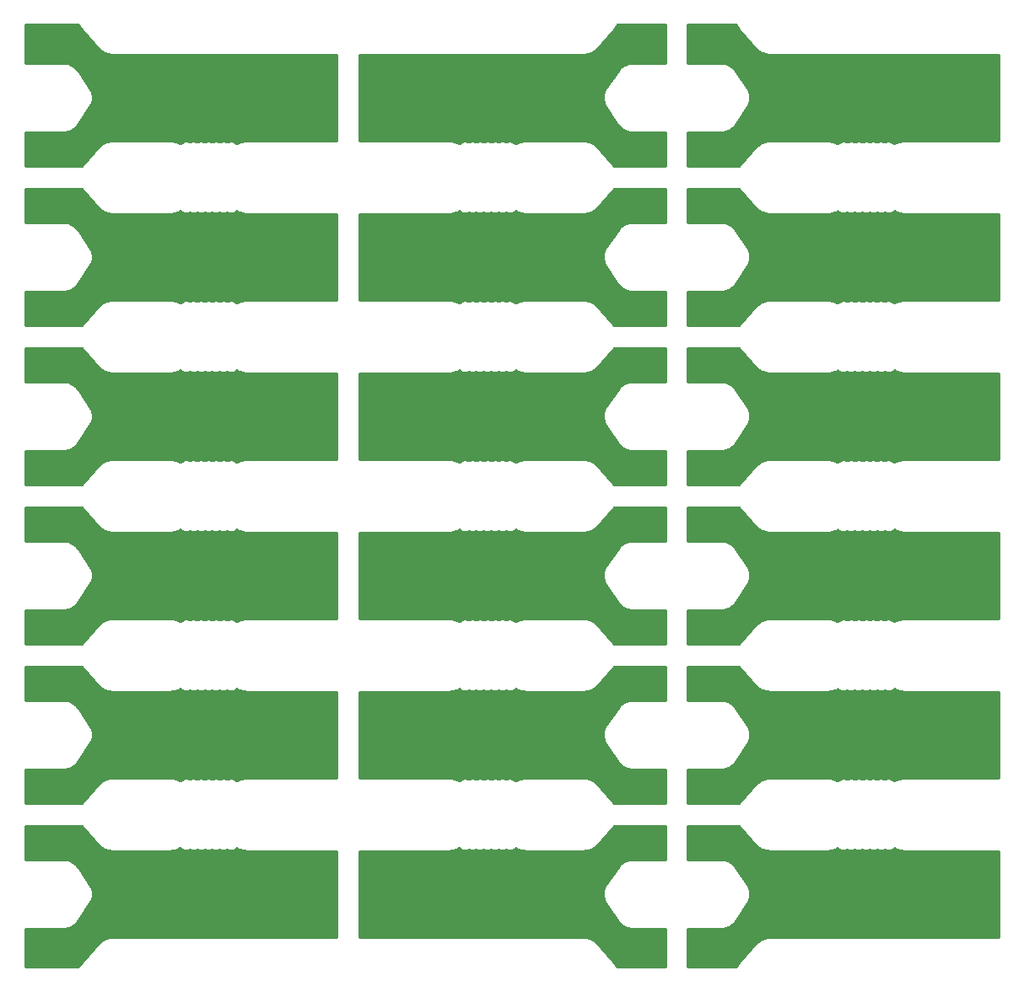
<source format=gtl>
G04 #@! TF.GenerationSoftware,KiCad,Pcbnew,(5.1.10)-1*
G04 #@! TF.CreationDate,2021-12-18T23:32:26-05:00*
G04 #@! TF.ProjectId,PCBWrench_panelized,50434257-7265-46e6-9368-5f70616e656c,rev?*
G04 #@! TF.SameCoordinates,Original*
G04 #@! TF.FileFunction,Copper,L1,Top*
G04 #@! TF.FilePolarity,Positive*
%FSLAX46Y46*%
G04 Gerber Fmt 4.6, Leading zero omitted, Abs format (unit mm)*
G04 Created by KiCad (PCBNEW (5.1.10)-1) date 2021-12-18 23:32:26*
%MOMM*%
%LPD*%
G01*
G04 APERTURE LIST*
G04 #@! TA.AperFunction,NonConductor*
%ADD10C,0.254000*%
G04 #@! TD*
G04 #@! TA.AperFunction,NonConductor*
%ADD11C,0.100000*%
G04 #@! TD*
G04 APERTURE END LIST*
D10*
X64873000Y-178520000D02*
X61467581Y-178520000D01*
X61456101Y-178521131D01*
X61407210Y-178522838D01*
X61368385Y-178528018D01*
X61329272Y-178530205D01*
X61320175Y-178531679D01*
X61127742Y-178564227D01*
X61070030Y-178579907D01*
X61012080Y-178594786D01*
X61003443Y-178597998D01*
X60820997Y-178667302D01*
X60767417Y-178693899D01*
X60713465Y-178719749D01*
X60705616Y-178724578D01*
X60540106Y-178828001D01*
X60492740Y-178864478D01*
X60444816Y-178900329D01*
X60438055Y-178906591D01*
X60295785Y-179040191D01*
X60256397Y-179085183D01*
X60216354Y-179129655D01*
X60210938Y-179137110D01*
X60110405Y-179277534D01*
X60104072Y-179285216D01*
X58823959Y-181192061D01*
X58777843Y-181277889D01*
X58774367Y-181289260D01*
X58743152Y-181352697D01*
X58725738Y-181399026D01*
X58706237Y-181444525D01*
X58703513Y-181453328D01*
X58650827Y-181627828D01*
X58639204Y-181686528D01*
X58626771Y-181745022D01*
X58625808Y-181754187D01*
X58608021Y-181935597D01*
X58608021Y-181985085D01*
X58605775Y-182034539D01*
X58606322Y-182043738D01*
X58614526Y-182167263D01*
X58622609Y-182216087D01*
X58628471Y-182265251D01*
X58630513Y-182274237D01*
X58672137Y-182451701D01*
X58691407Y-182508305D01*
X58709900Y-182565221D01*
X58713648Y-182573639D01*
X58771320Y-182700775D01*
X58777843Y-182722111D01*
X58823959Y-182807939D01*
X60079983Y-184678901D01*
X60111247Y-184728934D01*
X60135146Y-184759968D01*
X60156600Y-184792753D01*
X60162424Y-184799894D01*
X60286828Y-184950272D01*
X60329263Y-184992411D01*
X60371126Y-185035161D01*
X60378227Y-185041034D01*
X60529469Y-185164384D01*
X60579277Y-185197477D01*
X60628651Y-185231284D01*
X60636757Y-185235667D01*
X60809080Y-185327292D01*
X60864392Y-185350090D01*
X60919366Y-185373652D01*
X60928169Y-185376377D01*
X61115006Y-185432786D01*
X61173686Y-185444405D01*
X61232196Y-185456842D01*
X61241361Y-185457805D01*
X61435594Y-185476850D01*
X61435598Y-185476850D01*
X61467581Y-185480000D01*
X64873000Y-185480000D01*
X64873000Y-189340000D01*
X60020379Y-189340000D01*
X60009170Y-189311974D01*
X60004872Y-189303822D01*
X59912645Y-189131821D01*
X59879390Y-189082145D01*
X59846788Y-189031942D01*
X59840988Y-189024781D01*
X59731149Y-188891061D01*
X59725155Y-188882677D01*
X57932459Y-186833883D01*
X57861421Y-186767199D01*
X57844125Y-186756417D01*
X57720531Y-186655616D01*
X57670738Y-186622534D01*
X57621349Y-186588716D01*
X57613243Y-186584333D01*
X57440921Y-186492708D01*
X57385606Y-186469909D01*
X57330634Y-186446348D01*
X57321831Y-186443623D01*
X57134995Y-186387214D01*
X57076307Y-186375594D01*
X57017804Y-186363158D01*
X57008639Y-186362195D01*
X56814405Y-186343150D01*
X56814402Y-186343150D01*
X56782419Y-186340000D01*
X34127000Y-186340000D01*
X34127000Y-177660000D01*
X43282419Y-177660000D01*
X43315387Y-177656753D01*
X43328367Y-177656753D01*
X43337532Y-177655790D01*
X43531481Y-177634035D01*
X43589966Y-177621603D01*
X43648676Y-177609978D01*
X43657479Y-177607253D01*
X43843509Y-177548240D01*
X43898519Y-177524662D01*
X43953794Y-177501880D01*
X43961900Y-177497497D01*
X44132925Y-177403475D01*
X44144186Y-177395765D01*
X44185845Y-177437424D01*
X44330795Y-177534277D01*
X44491855Y-177600990D01*
X44662835Y-177635000D01*
X44837165Y-177635000D01*
X45008145Y-177600990D01*
X45125000Y-177552587D01*
X45241855Y-177600990D01*
X45412835Y-177635000D01*
X45587165Y-177635000D01*
X45758145Y-177600990D01*
X45875000Y-177552587D01*
X45991855Y-177600990D01*
X46162835Y-177635000D01*
X46337165Y-177635000D01*
X46508145Y-177600990D01*
X46625000Y-177552587D01*
X46741855Y-177600990D01*
X46912835Y-177635000D01*
X47087165Y-177635000D01*
X47258145Y-177600990D01*
X47375000Y-177552587D01*
X47491855Y-177600990D01*
X47662835Y-177635000D01*
X47837165Y-177635000D01*
X48008145Y-177600990D01*
X48125000Y-177552587D01*
X48241855Y-177600990D01*
X48412835Y-177635000D01*
X48587165Y-177635000D01*
X48758145Y-177600990D01*
X48875000Y-177552587D01*
X48991855Y-177600990D01*
X49162835Y-177635000D01*
X49337165Y-177635000D01*
X49508145Y-177600990D01*
X49669205Y-177534277D01*
X49814155Y-177437424D01*
X49855884Y-177395695D01*
X49878651Y-177411284D01*
X49886757Y-177415667D01*
X50059080Y-177507292D01*
X50114392Y-177530090D01*
X50169366Y-177553652D01*
X50178169Y-177556377D01*
X50365006Y-177612786D01*
X50423686Y-177624405D01*
X50482196Y-177636842D01*
X50491361Y-177637805D01*
X50685594Y-177656850D01*
X50685598Y-177656850D01*
X50717581Y-177660000D01*
X56782419Y-177660000D01*
X56808267Y-177657454D01*
X56811015Y-177657483D01*
X56820189Y-177656615D01*
X57014355Y-177636892D01*
X57072981Y-177625071D01*
X57131788Y-177614066D01*
X57140619Y-177611433D01*
X57327258Y-177554373D01*
X57382452Y-177531398D01*
X57438027Y-177509170D01*
X57446178Y-177504871D01*
X57618180Y-177412645D01*
X57667897Y-177379363D01*
X57718058Y-177346788D01*
X57725219Y-177340988D01*
X57842782Y-177244421D01*
X57861421Y-177232801D01*
X57932459Y-177166117D01*
X59714371Y-175129648D01*
X59715161Y-175128874D01*
X59716711Y-175127000D01*
X64873000Y-175127000D01*
X64873000Y-178520000D01*
G04 #@! TA.AperFunction,NonConductor*
D11*
G36*
X64873000Y-178520000D02*
G01*
X61467581Y-178520000D01*
X61456101Y-178521131D01*
X61407210Y-178522838D01*
X61368385Y-178528018D01*
X61329272Y-178530205D01*
X61320175Y-178531679D01*
X61127742Y-178564227D01*
X61070030Y-178579907D01*
X61012080Y-178594786D01*
X61003443Y-178597998D01*
X60820997Y-178667302D01*
X60767417Y-178693899D01*
X60713465Y-178719749D01*
X60705616Y-178724578D01*
X60540106Y-178828001D01*
X60492740Y-178864478D01*
X60444816Y-178900329D01*
X60438055Y-178906591D01*
X60295785Y-179040191D01*
X60256397Y-179085183D01*
X60216354Y-179129655D01*
X60210938Y-179137110D01*
X60110405Y-179277534D01*
X60104072Y-179285216D01*
X58823959Y-181192061D01*
X58777843Y-181277889D01*
X58774367Y-181289260D01*
X58743152Y-181352697D01*
X58725738Y-181399026D01*
X58706237Y-181444525D01*
X58703513Y-181453328D01*
X58650827Y-181627828D01*
X58639204Y-181686528D01*
X58626771Y-181745022D01*
X58625808Y-181754187D01*
X58608021Y-181935597D01*
X58608021Y-181985085D01*
X58605775Y-182034539D01*
X58606322Y-182043738D01*
X58614526Y-182167263D01*
X58622609Y-182216087D01*
X58628471Y-182265251D01*
X58630513Y-182274237D01*
X58672137Y-182451701D01*
X58691407Y-182508305D01*
X58709900Y-182565221D01*
X58713648Y-182573639D01*
X58771320Y-182700775D01*
X58777843Y-182722111D01*
X58823959Y-182807939D01*
X60079983Y-184678901D01*
X60111247Y-184728934D01*
X60135146Y-184759968D01*
X60156600Y-184792753D01*
X60162424Y-184799894D01*
X60286828Y-184950272D01*
X60329263Y-184992411D01*
X60371126Y-185035161D01*
X60378227Y-185041034D01*
X60529469Y-185164384D01*
X60579277Y-185197477D01*
X60628651Y-185231284D01*
X60636757Y-185235667D01*
X60809080Y-185327292D01*
X60864392Y-185350090D01*
X60919366Y-185373652D01*
X60928169Y-185376377D01*
X61115006Y-185432786D01*
X61173686Y-185444405D01*
X61232196Y-185456842D01*
X61241361Y-185457805D01*
X61435594Y-185476850D01*
X61435598Y-185476850D01*
X61467581Y-185480000D01*
X64873000Y-185480000D01*
X64873000Y-189340000D01*
X60020379Y-189340000D01*
X60009170Y-189311974D01*
X60004872Y-189303822D01*
X59912645Y-189131821D01*
X59879390Y-189082145D01*
X59846788Y-189031942D01*
X59840988Y-189024781D01*
X59731149Y-188891061D01*
X59725155Y-188882677D01*
X57932459Y-186833883D01*
X57861421Y-186767199D01*
X57844125Y-186756417D01*
X57720531Y-186655616D01*
X57670738Y-186622534D01*
X57621349Y-186588716D01*
X57613243Y-186584333D01*
X57440921Y-186492708D01*
X57385606Y-186469909D01*
X57330634Y-186446348D01*
X57321831Y-186443623D01*
X57134995Y-186387214D01*
X57076307Y-186375594D01*
X57017804Y-186363158D01*
X57008639Y-186362195D01*
X56814405Y-186343150D01*
X56814402Y-186343150D01*
X56782419Y-186340000D01*
X34127000Y-186340000D01*
X34127000Y-177660000D01*
X43282419Y-177660000D01*
X43315387Y-177656753D01*
X43328367Y-177656753D01*
X43337532Y-177655790D01*
X43531481Y-177634035D01*
X43589966Y-177621603D01*
X43648676Y-177609978D01*
X43657479Y-177607253D01*
X43843509Y-177548240D01*
X43898519Y-177524662D01*
X43953794Y-177501880D01*
X43961900Y-177497497D01*
X44132925Y-177403475D01*
X44144186Y-177395765D01*
X44185845Y-177437424D01*
X44330795Y-177534277D01*
X44491855Y-177600990D01*
X44662835Y-177635000D01*
X44837165Y-177635000D01*
X45008145Y-177600990D01*
X45125000Y-177552587D01*
X45241855Y-177600990D01*
X45412835Y-177635000D01*
X45587165Y-177635000D01*
X45758145Y-177600990D01*
X45875000Y-177552587D01*
X45991855Y-177600990D01*
X46162835Y-177635000D01*
X46337165Y-177635000D01*
X46508145Y-177600990D01*
X46625000Y-177552587D01*
X46741855Y-177600990D01*
X46912835Y-177635000D01*
X47087165Y-177635000D01*
X47258145Y-177600990D01*
X47375000Y-177552587D01*
X47491855Y-177600990D01*
X47662835Y-177635000D01*
X47837165Y-177635000D01*
X48008145Y-177600990D01*
X48125000Y-177552587D01*
X48241855Y-177600990D01*
X48412835Y-177635000D01*
X48587165Y-177635000D01*
X48758145Y-177600990D01*
X48875000Y-177552587D01*
X48991855Y-177600990D01*
X49162835Y-177635000D01*
X49337165Y-177635000D01*
X49508145Y-177600990D01*
X49669205Y-177534277D01*
X49814155Y-177437424D01*
X49855884Y-177395695D01*
X49878651Y-177411284D01*
X49886757Y-177415667D01*
X50059080Y-177507292D01*
X50114392Y-177530090D01*
X50169366Y-177553652D01*
X50178169Y-177556377D01*
X50365006Y-177612786D01*
X50423686Y-177624405D01*
X50482196Y-177636842D01*
X50491361Y-177637805D01*
X50685594Y-177656850D01*
X50685598Y-177656850D01*
X50717581Y-177660000D01*
X56782419Y-177660000D01*
X56808267Y-177657454D01*
X56811015Y-177657483D01*
X56820189Y-177656615D01*
X57014355Y-177636892D01*
X57072981Y-177625071D01*
X57131788Y-177614066D01*
X57140619Y-177611433D01*
X57327258Y-177554373D01*
X57382452Y-177531398D01*
X57438027Y-177509170D01*
X57446178Y-177504871D01*
X57618180Y-177412645D01*
X57667897Y-177379363D01*
X57718058Y-177346788D01*
X57725219Y-177340988D01*
X57842782Y-177244421D01*
X57861421Y-177232801D01*
X57932459Y-177166117D01*
X59714371Y-175129648D01*
X59715161Y-175128874D01*
X59716711Y-175127000D01*
X64873000Y-175127000D01*
X64873000Y-178520000D01*
G37*
G04 #@! TD.AperFunction*
D10*
X74067540Y-177166117D02*
X74138578Y-177232801D01*
X74155878Y-177243585D01*
X74279469Y-177344384D01*
X74329277Y-177377477D01*
X74378651Y-177411284D01*
X74386757Y-177415667D01*
X74559080Y-177507292D01*
X74614392Y-177530090D01*
X74669366Y-177553652D01*
X74678169Y-177556377D01*
X74865006Y-177612786D01*
X74923686Y-177624405D01*
X74982196Y-177636842D01*
X74991361Y-177637805D01*
X75185594Y-177656850D01*
X75185598Y-177656850D01*
X75217581Y-177660000D01*
X81282419Y-177660000D01*
X81315387Y-177656753D01*
X81328367Y-177656753D01*
X81337532Y-177655790D01*
X81531481Y-177634035D01*
X81589966Y-177621603D01*
X81648676Y-177609978D01*
X81657479Y-177607253D01*
X81843509Y-177548240D01*
X81898519Y-177524662D01*
X81953794Y-177501880D01*
X81961900Y-177497497D01*
X82132925Y-177403475D01*
X82144186Y-177395765D01*
X82185845Y-177437424D01*
X82330795Y-177534277D01*
X82491855Y-177600990D01*
X82662835Y-177635000D01*
X82837165Y-177635000D01*
X83008145Y-177600990D01*
X83125000Y-177552587D01*
X83241855Y-177600990D01*
X83412835Y-177635000D01*
X83587165Y-177635000D01*
X83758145Y-177600990D01*
X83875000Y-177552587D01*
X83991855Y-177600990D01*
X84162835Y-177635000D01*
X84337165Y-177635000D01*
X84508145Y-177600990D01*
X84625000Y-177552587D01*
X84741855Y-177600990D01*
X84912835Y-177635000D01*
X85087165Y-177635000D01*
X85258145Y-177600990D01*
X85375000Y-177552587D01*
X85491855Y-177600990D01*
X85662835Y-177635000D01*
X85837165Y-177635000D01*
X86008145Y-177600990D01*
X86125000Y-177552587D01*
X86241855Y-177600990D01*
X86412835Y-177635000D01*
X86587165Y-177635000D01*
X86758145Y-177600990D01*
X86875000Y-177552587D01*
X86991855Y-177600990D01*
X87162835Y-177635000D01*
X87337165Y-177635000D01*
X87508145Y-177600990D01*
X87669205Y-177534277D01*
X87814155Y-177437424D01*
X87855884Y-177395695D01*
X87878651Y-177411284D01*
X87886757Y-177415667D01*
X88059080Y-177507292D01*
X88114392Y-177530090D01*
X88169366Y-177553652D01*
X88178169Y-177556377D01*
X88365006Y-177612786D01*
X88423686Y-177624405D01*
X88482196Y-177636842D01*
X88491361Y-177637805D01*
X88685594Y-177656850D01*
X88685598Y-177656850D01*
X88717581Y-177660000D01*
X98340000Y-177660000D01*
X98340001Y-186340000D01*
X75217581Y-186340000D01*
X75191733Y-186342546D01*
X75188985Y-186342517D01*
X75179811Y-186343385D01*
X74985645Y-186363108D01*
X74927051Y-186374923D01*
X74868212Y-186385934D01*
X74859381Y-186388567D01*
X74672743Y-186445627D01*
X74617549Y-186468602D01*
X74561974Y-186490830D01*
X74553822Y-186495128D01*
X74381821Y-186587355D01*
X74332145Y-186620610D01*
X74281942Y-186653212D01*
X74274781Y-186659012D01*
X74157221Y-186755577D01*
X74138578Y-186767199D01*
X74067540Y-186833883D01*
X72285635Y-188870346D01*
X72284839Y-188871126D01*
X72282872Y-188873504D01*
X72274845Y-188882678D01*
X72271360Y-188887553D01*
X72155616Y-189029469D01*
X72122534Y-189079262D01*
X72088716Y-189128651D01*
X72084333Y-189136757D01*
X71992708Y-189309079D01*
X71979963Y-189340000D01*
X67127000Y-189340000D01*
X67127000Y-185480000D01*
X70532419Y-185480000D01*
X70543898Y-185478869D01*
X70592791Y-185477162D01*
X70631616Y-185471982D01*
X70670728Y-185469795D01*
X70679825Y-185468321D01*
X70872258Y-185435773D01*
X70929970Y-185420093D01*
X70987920Y-185405214D01*
X70996557Y-185402002D01*
X71179004Y-185332698D01*
X71232598Y-185306093D01*
X71286535Y-185280251D01*
X71294384Y-185275422D01*
X71459894Y-185172000D01*
X71507308Y-185135485D01*
X71555184Y-185099670D01*
X71561945Y-185093409D01*
X71704215Y-184959809D01*
X71743622Y-184914795D01*
X71783645Y-184870345D01*
X71789062Y-184862890D01*
X71889602Y-184722457D01*
X71895927Y-184714784D01*
X73176041Y-182807940D01*
X73222157Y-182722112D01*
X73225634Y-182710738D01*
X73256848Y-182647303D01*
X73274262Y-182600974D01*
X73293763Y-182555475D01*
X73296488Y-182546672D01*
X73349173Y-182372172D01*
X73360796Y-182313472D01*
X73373229Y-182254978D01*
X73374192Y-182245813D01*
X73391979Y-182064403D01*
X73391979Y-182014915D01*
X73394225Y-181965461D01*
X73393678Y-181956262D01*
X73385474Y-181832737D01*
X73377391Y-181783913D01*
X73371529Y-181734749D01*
X73369487Y-181725763D01*
X73327863Y-181548299D01*
X73308590Y-181491685D01*
X73290100Y-181434779D01*
X73286352Y-181426361D01*
X73228680Y-181299224D01*
X73222157Y-181277888D01*
X73176041Y-181192060D01*
X71920025Y-179321112D01*
X71888754Y-179271066D01*
X71864847Y-179240021D01*
X71843400Y-179207247D01*
X71837576Y-179200106D01*
X71713172Y-179049728D01*
X71670737Y-179007589D01*
X71628874Y-178964839D01*
X71621773Y-178958966D01*
X71470531Y-178835616D01*
X71420738Y-178802534D01*
X71371349Y-178768716D01*
X71363243Y-178764333D01*
X71190921Y-178672708D01*
X71135606Y-178649909D01*
X71080634Y-178626348D01*
X71071831Y-178623623D01*
X70884995Y-178567214D01*
X70826307Y-178555594D01*
X70767804Y-178543158D01*
X70758639Y-178542195D01*
X70564405Y-178523150D01*
X70564402Y-178523150D01*
X70532419Y-178520000D01*
X67127000Y-178520000D01*
X67127000Y-175127000D01*
X72283313Y-175127000D01*
X74067540Y-177166117D01*
G04 #@! TA.AperFunction,NonConductor*
D11*
G36*
X74067540Y-177166117D02*
G01*
X74138578Y-177232801D01*
X74155878Y-177243585D01*
X74279469Y-177344384D01*
X74329277Y-177377477D01*
X74378651Y-177411284D01*
X74386757Y-177415667D01*
X74559080Y-177507292D01*
X74614392Y-177530090D01*
X74669366Y-177553652D01*
X74678169Y-177556377D01*
X74865006Y-177612786D01*
X74923686Y-177624405D01*
X74982196Y-177636842D01*
X74991361Y-177637805D01*
X75185594Y-177656850D01*
X75185598Y-177656850D01*
X75217581Y-177660000D01*
X81282419Y-177660000D01*
X81315387Y-177656753D01*
X81328367Y-177656753D01*
X81337532Y-177655790D01*
X81531481Y-177634035D01*
X81589966Y-177621603D01*
X81648676Y-177609978D01*
X81657479Y-177607253D01*
X81843509Y-177548240D01*
X81898519Y-177524662D01*
X81953794Y-177501880D01*
X81961900Y-177497497D01*
X82132925Y-177403475D01*
X82144186Y-177395765D01*
X82185845Y-177437424D01*
X82330795Y-177534277D01*
X82491855Y-177600990D01*
X82662835Y-177635000D01*
X82837165Y-177635000D01*
X83008145Y-177600990D01*
X83125000Y-177552587D01*
X83241855Y-177600990D01*
X83412835Y-177635000D01*
X83587165Y-177635000D01*
X83758145Y-177600990D01*
X83875000Y-177552587D01*
X83991855Y-177600990D01*
X84162835Y-177635000D01*
X84337165Y-177635000D01*
X84508145Y-177600990D01*
X84625000Y-177552587D01*
X84741855Y-177600990D01*
X84912835Y-177635000D01*
X85087165Y-177635000D01*
X85258145Y-177600990D01*
X85375000Y-177552587D01*
X85491855Y-177600990D01*
X85662835Y-177635000D01*
X85837165Y-177635000D01*
X86008145Y-177600990D01*
X86125000Y-177552587D01*
X86241855Y-177600990D01*
X86412835Y-177635000D01*
X86587165Y-177635000D01*
X86758145Y-177600990D01*
X86875000Y-177552587D01*
X86991855Y-177600990D01*
X87162835Y-177635000D01*
X87337165Y-177635000D01*
X87508145Y-177600990D01*
X87669205Y-177534277D01*
X87814155Y-177437424D01*
X87855884Y-177395695D01*
X87878651Y-177411284D01*
X87886757Y-177415667D01*
X88059080Y-177507292D01*
X88114392Y-177530090D01*
X88169366Y-177553652D01*
X88178169Y-177556377D01*
X88365006Y-177612786D01*
X88423686Y-177624405D01*
X88482196Y-177636842D01*
X88491361Y-177637805D01*
X88685594Y-177656850D01*
X88685598Y-177656850D01*
X88717581Y-177660000D01*
X98340000Y-177660000D01*
X98340001Y-186340000D01*
X75217581Y-186340000D01*
X75191733Y-186342546D01*
X75188985Y-186342517D01*
X75179811Y-186343385D01*
X74985645Y-186363108D01*
X74927051Y-186374923D01*
X74868212Y-186385934D01*
X74859381Y-186388567D01*
X74672743Y-186445627D01*
X74617549Y-186468602D01*
X74561974Y-186490830D01*
X74553822Y-186495128D01*
X74381821Y-186587355D01*
X74332145Y-186620610D01*
X74281942Y-186653212D01*
X74274781Y-186659012D01*
X74157221Y-186755577D01*
X74138578Y-186767199D01*
X74067540Y-186833883D01*
X72285635Y-188870346D01*
X72284839Y-188871126D01*
X72282872Y-188873504D01*
X72274845Y-188882678D01*
X72271360Y-188887553D01*
X72155616Y-189029469D01*
X72122534Y-189079262D01*
X72088716Y-189128651D01*
X72084333Y-189136757D01*
X71992708Y-189309079D01*
X71979963Y-189340000D01*
X67127000Y-189340000D01*
X67127000Y-185480000D01*
X70532419Y-185480000D01*
X70543898Y-185478869D01*
X70592791Y-185477162D01*
X70631616Y-185471982D01*
X70670728Y-185469795D01*
X70679825Y-185468321D01*
X70872258Y-185435773D01*
X70929970Y-185420093D01*
X70987920Y-185405214D01*
X70996557Y-185402002D01*
X71179004Y-185332698D01*
X71232598Y-185306093D01*
X71286535Y-185280251D01*
X71294384Y-185275422D01*
X71459894Y-185172000D01*
X71507308Y-185135485D01*
X71555184Y-185099670D01*
X71561945Y-185093409D01*
X71704215Y-184959809D01*
X71743622Y-184914795D01*
X71783645Y-184870345D01*
X71789062Y-184862890D01*
X71889602Y-184722457D01*
X71895927Y-184714784D01*
X73176041Y-182807940D01*
X73222157Y-182722112D01*
X73225634Y-182710738D01*
X73256848Y-182647303D01*
X73274262Y-182600974D01*
X73293763Y-182555475D01*
X73296488Y-182546672D01*
X73349173Y-182372172D01*
X73360796Y-182313472D01*
X73373229Y-182254978D01*
X73374192Y-182245813D01*
X73391979Y-182064403D01*
X73391979Y-182014915D01*
X73394225Y-181965461D01*
X73393678Y-181956262D01*
X73385474Y-181832737D01*
X73377391Y-181783913D01*
X73371529Y-181734749D01*
X73369487Y-181725763D01*
X73327863Y-181548299D01*
X73308590Y-181491685D01*
X73290100Y-181434779D01*
X73286352Y-181426361D01*
X73228680Y-181299224D01*
X73222157Y-181277888D01*
X73176041Y-181192060D01*
X71920025Y-179321112D01*
X71888754Y-179271066D01*
X71864847Y-179240021D01*
X71843400Y-179207247D01*
X71837576Y-179200106D01*
X71713172Y-179049728D01*
X71670737Y-179007589D01*
X71628874Y-178964839D01*
X71621773Y-178958966D01*
X71470531Y-178835616D01*
X71420738Y-178802534D01*
X71371349Y-178768716D01*
X71363243Y-178764333D01*
X71190921Y-178672708D01*
X71135606Y-178649909D01*
X71080634Y-178626348D01*
X71071831Y-178623623D01*
X70884995Y-178567214D01*
X70826307Y-178555594D01*
X70767804Y-178543158D01*
X70758639Y-178542195D01*
X70564405Y-178523150D01*
X70564402Y-178523150D01*
X70532419Y-178520000D01*
X67127000Y-178520000D01*
X67127000Y-175127000D01*
X72283313Y-175127000D01*
X74067540Y-177166117D01*
G37*
G04 #@! TD.AperFunction*
D10*
X8067540Y-177166117D02*
X8138578Y-177232801D01*
X8155878Y-177243585D01*
X8279469Y-177344384D01*
X8329277Y-177377477D01*
X8378651Y-177411284D01*
X8386757Y-177415667D01*
X8559080Y-177507292D01*
X8614392Y-177530090D01*
X8669366Y-177553652D01*
X8678169Y-177556377D01*
X8865006Y-177612786D01*
X8923686Y-177624405D01*
X8982196Y-177636842D01*
X8991361Y-177637805D01*
X9185594Y-177656850D01*
X9185598Y-177656850D01*
X9217581Y-177660000D01*
X15282419Y-177660000D01*
X15315387Y-177656753D01*
X15328367Y-177656753D01*
X15337532Y-177655790D01*
X15531481Y-177634035D01*
X15589966Y-177621603D01*
X15648676Y-177609978D01*
X15657479Y-177607253D01*
X15843509Y-177548240D01*
X15898519Y-177524662D01*
X15953794Y-177501880D01*
X15961900Y-177497497D01*
X16132925Y-177403475D01*
X16144186Y-177395765D01*
X16185845Y-177437424D01*
X16330795Y-177534277D01*
X16491855Y-177600990D01*
X16662835Y-177635000D01*
X16837165Y-177635000D01*
X17008145Y-177600990D01*
X17125000Y-177552587D01*
X17241855Y-177600990D01*
X17412835Y-177635000D01*
X17587165Y-177635000D01*
X17758145Y-177600990D01*
X17875000Y-177552587D01*
X17991855Y-177600990D01*
X18162835Y-177635000D01*
X18337165Y-177635000D01*
X18508145Y-177600990D01*
X18625000Y-177552587D01*
X18741855Y-177600990D01*
X18912835Y-177635000D01*
X19087165Y-177635000D01*
X19258145Y-177600990D01*
X19375000Y-177552587D01*
X19491855Y-177600990D01*
X19662835Y-177635000D01*
X19837165Y-177635000D01*
X20008145Y-177600990D01*
X20125000Y-177552587D01*
X20241855Y-177600990D01*
X20412835Y-177635000D01*
X20587165Y-177635000D01*
X20758145Y-177600990D01*
X20875000Y-177552587D01*
X20991855Y-177600990D01*
X21162835Y-177635000D01*
X21337165Y-177635000D01*
X21508145Y-177600990D01*
X21669205Y-177534277D01*
X21814155Y-177437424D01*
X21855884Y-177395695D01*
X21878651Y-177411284D01*
X21886757Y-177415667D01*
X22059080Y-177507292D01*
X22114392Y-177530090D01*
X22169366Y-177553652D01*
X22178169Y-177556377D01*
X22365006Y-177612786D01*
X22423686Y-177624405D01*
X22482196Y-177636842D01*
X22491361Y-177637805D01*
X22685594Y-177656850D01*
X22685598Y-177656850D01*
X22717581Y-177660000D01*
X31873000Y-177660000D01*
X31873000Y-186340000D01*
X9217581Y-186340000D01*
X9191733Y-186342546D01*
X9188985Y-186342517D01*
X9179811Y-186343385D01*
X8985645Y-186363108D01*
X8927051Y-186374923D01*
X8868212Y-186385934D01*
X8859381Y-186388567D01*
X8672743Y-186445627D01*
X8617549Y-186468602D01*
X8561974Y-186490830D01*
X8553822Y-186495128D01*
X8381821Y-186587355D01*
X8332145Y-186620610D01*
X8281942Y-186653212D01*
X8274781Y-186659012D01*
X8157221Y-186755577D01*
X8138578Y-186767199D01*
X8067540Y-186833883D01*
X6285635Y-188870346D01*
X6284839Y-188871126D01*
X6282872Y-188873504D01*
X6274845Y-188882678D01*
X6271360Y-188887553D01*
X6155616Y-189029469D01*
X6122534Y-189079262D01*
X6088716Y-189128651D01*
X6084333Y-189136757D01*
X5992708Y-189309079D01*
X5979963Y-189340000D01*
X660000Y-189340000D01*
X660000Y-185480000D01*
X4532419Y-185480000D01*
X4543898Y-185478869D01*
X4592791Y-185477162D01*
X4631616Y-185471982D01*
X4670728Y-185469795D01*
X4679825Y-185468321D01*
X4872258Y-185435773D01*
X4929970Y-185420093D01*
X4987920Y-185405214D01*
X4996557Y-185402002D01*
X5179004Y-185332698D01*
X5232598Y-185306093D01*
X5286535Y-185280251D01*
X5294384Y-185275422D01*
X5459894Y-185172000D01*
X5507308Y-185135485D01*
X5555184Y-185099670D01*
X5561945Y-185093409D01*
X5704215Y-184959809D01*
X5743622Y-184914795D01*
X5783645Y-184870345D01*
X5789062Y-184862890D01*
X5889602Y-184722457D01*
X5895927Y-184714784D01*
X7176041Y-182807940D01*
X7222157Y-182722112D01*
X7225634Y-182710738D01*
X7256848Y-182647303D01*
X7274262Y-182600974D01*
X7293763Y-182555475D01*
X7296488Y-182546672D01*
X7349173Y-182372172D01*
X7360796Y-182313472D01*
X7373229Y-182254978D01*
X7374192Y-182245813D01*
X7391979Y-182064403D01*
X7391979Y-182014915D01*
X7394225Y-181965461D01*
X7393678Y-181956262D01*
X7385474Y-181832737D01*
X7377391Y-181783913D01*
X7371529Y-181734749D01*
X7369487Y-181725763D01*
X7327863Y-181548299D01*
X7308590Y-181491685D01*
X7290100Y-181434779D01*
X7286352Y-181426361D01*
X7228680Y-181299224D01*
X7222157Y-181277888D01*
X7176041Y-181192060D01*
X5920025Y-179321112D01*
X5888754Y-179271066D01*
X5864847Y-179240021D01*
X5843400Y-179207247D01*
X5837576Y-179200106D01*
X5713172Y-179049728D01*
X5670737Y-179007589D01*
X5628874Y-178964839D01*
X5621773Y-178958966D01*
X5470531Y-178835616D01*
X5420738Y-178802534D01*
X5371349Y-178768716D01*
X5363243Y-178764333D01*
X5190921Y-178672708D01*
X5135606Y-178649909D01*
X5080634Y-178626348D01*
X5071831Y-178623623D01*
X4884995Y-178567214D01*
X4826307Y-178555594D01*
X4767804Y-178543158D01*
X4758639Y-178542195D01*
X4564405Y-178523150D01*
X4564402Y-178523150D01*
X4532419Y-178520000D01*
X660000Y-178520000D01*
X660000Y-175127000D01*
X6283313Y-175127000D01*
X8067540Y-177166117D01*
G04 #@! TA.AperFunction,NonConductor*
D11*
G36*
X8067540Y-177166117D02*
G01*
X8138578Y-177232801D01*
X8155878Y-177243585D01*
X8279469Y-177344384D01*
X8329277Y-177377477D01*
X8378651Y-177411284D01*
X8386757Y-177415667D01*
X8559080Y-177507292D01*
X8614392Y-177530090D01*
X8669366Y-177553652D01*
X8678169Y-177556377D01*
X8865006Y-177612786D01*
X8923686Y-177624405D01*
X8982196Y-177636842D01*
X8991361Y-177637805D01*
X9185594Y-177656850D01*
X9185598Y-177656850D01*
X9217581Y-177660000D01*
X15282419Y-177660000D01*
X15315387Y-177656753D01*
X15328367Y-177656753D01*
X15337532Y-177655790D01*
X15531481Y-177634035D01*
X15589966Y-177621603D01*
X15648676Y-177609978D01*
X15657479Y-177607253D01*
X15843509Y-177548240D01*
X15898519Y-177524662D01*
X15953794Y-177501880D01*
X15961900Y-177497497D01*
X16132925Y-177403475D01*
X16144186Y-177395765D01*
X16185845Y-177437424D01*
X16330795Y-177534277D01*
X16491855Y-177600990D01*
X16662835Y-177635000D01*
X16837165Y-177635000D01*
X17008145Y-177600990D01*
X17125000Y-177552587D01*
X17241855Y-177600990D01*
X17412835Y-177635000D01*
X17587165Y-177635000D01*
X17758145Y-177600990D01*
X17875000Y-177552587D01*
X17991855Y-177600990D01*
X18162835Y-177635000D01*
X18337165Y-177635000D01*
X18508145Y-177600990D01*
X18625000Y-177552587D01*
X18741855Y-177600990D01*
X18912835Y-177635000D01*
X19087165Y-177635000D01*
X19258145Y-177600990D01*
X19375000Y-177552587D01*
X19491855Y-177600990D01*
X19662835Y-177635000D01*
X19837165Y-177635000D01*
X20008145Y-177600990D01*
X20125000Y-177552587D01*
X20241855Y-177600990D01*
X20412835Y-177635000D01*
X20587165Y-177635000D01*
X20758145Y-177600990D01*
X20875000Y-177552587D01*
X20991855Y-177600990D01*
X21162835Y-177635000D01*
X21337165Y-177635000D01*
X21508145Y-177600990D01*
X21669205Y-177534277D01*
X21814155Y-177437424D01*
X21855884Y-177395695D01*
X21878651Y-177411284D01*
X21886757Y-177415667D01*
X22059080Y-177507292D01*
X22114392Y-177530090D01*
X22169366Y-177553652D01*
X22178169Y-177556377D01*
X22365006Y-177612786D01*
X22423686Y-177624405D01*
X22482196Y-177636842D01*
X22491361Y-177637805D01*
X22685594Y-177656850D01*
X22685598Y-177656850D01*
X22717581Y-177660000D01*
X31873000Y-177660000D01*
X31873000Y-186340000D01*
X9217581Y-186340000D01*
X9191733Y-186342546D01*
X9188985Y-186342517D01*
X9179811Y-186343385D01*
X8985645Y-186363108D01*
X8927051Y-186374923D01*
X8868212Y-186385934D01*
X8859381Y-186388567D01*
X8672743Y-186445627D01*
X8617549Y-186468602D01*
X8561974Y-186490830D01*
X8553822Y-186495128D01*
X8381821Y-186587355D01*
X8332145Y-186620610D01*
X8281942Y-186653212D01*
X8274781Y-186659012D01*
X8157221Y-186755577D01*
X8138578Y-186767199D01*
X8067540Y-186833883D01*
X6285635Y-188870346D01*
X6284839Y-188871126D01*
X6282872Y-188873504D01*
X6274845Y-188882678D01*
X6271360Y-188887553D01*
X6155616Y-189029469D01*
X6122534Y-189079262D01*
X6088716Y-189128651D01*
X6084333Y-189136757D01*
X5992708Y-189309079D01*
X5979963Y-189340000D01*
X660000Y-189340000D01*
X660000Y-185480000D01*
X4532419Y-185480000D01*
X4543898Y-185478869D01*
X4592791Y-185477162D01*
X4631616Y-185471982D01*
X4670728Y-185469795D01*
X4679825Y-185468321D01*
X4872258Y-185435773D01*
X4929970Y-185420093D01*
X4987920Y-185405214D01*
X4996557Y-185402002D01*
X5179004Y-185332698D01*
X5232598Y-185306093D01*
X5286535Y-185280251D01*
X5294384Y-185275422D01*
X5459894Y-185172000D01*
X5507308Y-185135485D01*
X5555184Y-185099670D01*
X5561945Y-185093409D01*
X5704215Y-184959809D01*
X5743622Y-184914795D01*
X5783645Y-184870345D01*
X5789062Y-184862890D01*
X5889602Y-184722457D01*
X5895927Y-184714784D01*
X7176041Y-182807940D01*
X7222157Y-182722112D01*
X7225634Y-182710738D01*
X7256848Y-182647303D01*
X7274262Y-182600974D01*
X7293763Y-182555475D01*
X7296488Y-182546672D01*
X7349173Y-182372172D01*
X7360796Y-182313472D01*
X7373229Y-182254978D01*
X7374192Y-182245813D01*
X7391979Y-182064403D01*
X7391979Y-182014915D01*
X7394225Y-181965461D01*
X7393678Y-181956262D01*
X7385474Y-181832737D01*
X7377391Y-181783913D01*
X7371529Y-181734749D01*
X7369487Y-181725763D01*
X7327863Y-181548299D01*
X7308590Y-181491685D01*
X7290100Y-181434779D01*
X7286352Y-181426361D01*
X7228680Y-181299224D01*
X7222157Y-181277888D01*
X7176041Y-181192060D01*
X5920025Y-179321112D01*
X5888754Y-179271066D01*
X5864847Y-179240021D01*
X5843400Y-179207247D01*
X5837576Y-179200106D01*
X5713172Y-179049728D01*
X5670737Y-179007589D01*
X5628874Y-178964839D01*
X5621773Y-178958966D01*
X5470531Y-178835616D01*
X5420738Y-178802534D01*
X5371349Y-178768716D01*
X5363243Y-178764333D01*
X5190921Y-178672708D01*
X5135606Y-178649909D01*
X5080634Y-178626348D01*
X5071831Y-178623623D01*
X4884995Y-178567214D01*
X4826307Y-178555594D01*
X4767804Y-178543158D01*
X4758639Y-178542195D01*
X4564405Y-178523150D01*
X4564402Y-178523150D01*
X4532419Y-178520000D01*
X660000Y-178520000D01*
X660000Y-175127000D01*
X6283313Y-175127000D01*
X8067540Y-177166117D01*
G37*
G04 #@! TD.AperFunction*
D10*
X64873000Y-162520000D02*
X61467581Y-162520000D01*
X61456101Y-162521131D01*
X61407210Y-162522838D01*
X61368385Y-162528018D01*
X61329272Y-162530205D01*
X61320175Y-162531679D01*
X61127742Y-162564227D01*
X61070030Y-162579907D01*
X61012080Y-162594786D01*
X61003443Y-162597998D01*
X60820997Y-162667302D01*
X60767417Y-162693899D01*
X60713465Y-162719749D01*
X60705616Y-162724578D01*
X60540106Y-162828001D01*
X60492740Y-162864478D01*
X60444816Y-162900329D01*
X60438055Y-162906591D01*
X60295785Y-163040191D01*
X60256397Y-163085183D01*
X60216354Y-163129655D01*
X60210938Y-163137110D01*
X60110405Y-163277534D01*
X60104072Y-163285216D01*
X58823959Y-165192061D01*
X58777843Y-165277889D01*
X58774367Y-165289260D01*
X58743152Y-165352697D01*
X58725738Y-165399026D01*
X58706237Y-165444525D01*
X58703513Y-165453328D01*
X58650827Y-165627828D01*
X58639204Y-165686528D01*
X58626771Y-165745022D01*
X58625808Y-165754187D01*
X58608021Y-165935597D01*
X58608021Y-165985085D01*
X58605775Y-166034539D01*
X58606322Y-166043738D01*
X58614526Y-166167263D01*
X58622609Y-166216087D01*
X58628471Y-166265251D01*
X58630513Y-166274237D01*
X58672137Y-166451701D01*
X58691407Y-166508305D01*
X58709900Y-166565221D01*
X58713648Y-166573639D01*
X58771320Y-166700775D01*
X58777843Y-166722111D01*
X58823959Y-166807939D01*
X60079983Y-168678901D01*
X60111247Y-168728934D01*
X60135146Y-168759968D01*
X60156600Y-168792753D01*
X60162424Y-168799894D01*
X60286828Y-168950272D01*
X60329263Y-168992411D01*
X60371126Y-169035161D01*
X60378227Y-169041034D01*
X60529469Y-169164384D01*
X60579277Y-169197477D01*
X60628651Y-169231284D01*
X60636757Y-169235667D01*
X60809080Y-169327292D01*
X60864392Y-169350090D01*
X60919366Y-169373652D01*
X60928169Y-169376377D01*
X61115006Y-169432786D01*
X61173686Y-169444405D01*
X61232196Y-169456842D01*
X61241361Y-169457805D01*
X61435594Y-169476850D01*
X61435598Y-169476850D01*
X61467581Y-169480000D01*
X64873000Y-169480000D01*
X64873000Y-172873000D01*
X59716688Y-172873000D01*
X57932459Y-170833883D01*
X57861421Y-170767199D01*
X57844125Y-170756417D01*
X57720531Y-170655616D01*
X57670738Y-170622534D01*
X57621349Y-170588716D01*
X57613243Y-170584333D01*
X57440921Y-170492708D01*
X57385606Y-170469909D01*
X57330634Y-170446348D01*
X57321831Y-170443623D01*
X57134995Y-170387214D01*
X57076307Y-170375594D01*
X57017804Y-170363158D01*
X57008639Y-170362195D01*
X56814405Y-170343150D01*
X56814402Y-170343150D01*
X56782419Y-170340000D01*
X50717581Y-170340000D01*
X50684613Y-170343247D01*
X50671633Y-170343247D01*
X50662468Y-170344210D01*
X50468518Y-170365965D01*
X50410019Y-170378400D01*
X50351325Y-170390022D01*
X50342522Y-170392747D01*
X50156491Y-170451760D01*
X50101509Y-170475326D01*
X50046206Y-170498120D01*
X50038100Y-170502503D01*
X49867075Y-170596525D01*
X49855814Y-170604235D01*
X49814155Y-170562576D01*
X49669205Y-170465723D01*
X49508145Y-170399010D01*
X49337165Y-170365000D01*
X49162835Y-170365000D01*
X48991855Y-170399010D01*
X48875000Y-170447413D01*
X48758145Y-170399010D01*
X48587165Y-170365000D01*
X48412835Y-170365000D01*
X48241855Y-170399010D01*
X48125000Y-170447413D01*
X48008145Y-170399010D01*
X47837165Y-170365000D01*
X47662835Y-170365000D01*
X47491855Y-170399010D01*
X47375000Y-170447413D01*
X47258145Y-170399010D01*
X47087165Y-170365000D01*
X46912835Y-170365000D01*
X46741855Y-170399010D01*
X46625000Y-170447413D01*
X46508145Y-170399010D01*
X46337165Y-170365000D01*
X46162835Y-170365000D01*
X45991855Y-170399010D01*
X45875000Y-170447413D01*
X45758145Y-170399010D01*
X45587165Y-170365000D01*
X45412835Y-170365000D01*
X45241855Y-170399010D01*
X45125000Y-170447413D01*
X45008145Y-170399010D01*
X44837165Y-170365000D01*
X44662835Y-170365000D01*
X44491855Y-170399010D01*
X44330795Y-170465723D01*
X44185845Y-170562576D01*
X44144116Y-170604305D01*
X44121349Y-170588716D01*
X44113243Y-170584333D01*
X43940921Y-170492708D01*
X43885606Y-170469909D01*
X43830634Y-170446348D01*
X43821831Y-170443623D01*
X43634995Y-170387214D01*
X43576307Y-170375594D01*
X43517804Y-170363158D01*
X43508639Y-170362195D01*
X43314405Y-170343150D01*
X43314402Y-170343150D01*
X43282419Y-170340000D01*
X34127000Y-170340000D01*
X34127000Y-161660000D01*
X43282419Y-161660000D01*
X43315387Y-161656753D01*
X43328367Y-161656753D01*
X43337532Y-161655790D01*
X43531481Y-161634035D01*
X43589966Y-161621603D01*
X43648676Y-161609978D01*
X43657479Y-161607253D01*
X43843509Y-161548240D01*
X43898519Y-161524662D01*
X43953794Y-161501880D01*
X43961900Y-161497497D01*
X44132925Y-161403475D01*
X44144186Y-161395765D01*
X44185845Y-161437424D01*
X44330795Y-161534277D01*
X44491855Y-161600990D01*
X44662835Y-161635000D01*
X44837165Y-161635000D01*
X45008145Y-161600990D01*
X45125000Y-161552587D01*
X45241855Y-161600990D01*
X45412835Y-161635000D01*
X45587165Y-161635000D01*
X45758145Y-161600990D01*
X45875000Y-161552587D01*
X45991855Y-161600990D01*
X46162835Y-161635000D01*
X46337165Y-161635000D01*
X46508145Y-161600990D01*
X46625000Y-161552587D01*
X46741855Y-161600990D01*
X46912835Y-161635000D01*
X47087165Y-161635000D01*
X47258145Y-161600990D01*
X47375000Y-161552587D01*
X47491855Y-161600990D01*
X47662835Y-161635000D01*
X47837165Y-161635000D01*
X48008145Y-161600990D01*
X48125000Y-161552587D01*
X48241855Y-161600990D01*
X48412835Y-161635000D01*
X48587165Y-161635000D01*
X48758145Y-161600990D01*
X48875000Y-161552587D01*
X48991855Y-161600990D01*
X49162835Y-161635000D01*
X49337165Y-161635000D01*
X49508145Y-161600990D01*
X49669205Y-161534277D01*
X49814155Y-161437424D01*
X49855884Y-161395695D01*
X49878651Y-161411284D01*
X49886757Y-161415667D01*
X50059080Y-161507292D01*
X50114392Y-161530090D01*
X50169366Y-161553652D01*
X50178169Y-161556377D01*
X50365006Y-161612786D01*
X50423686Y-161624405D01*
X50482196Y-161636842D01*
X50491361Y-161637805D01*
X50685594Y-161656850D01*
X50685598Y-161656850D01*
X50717581Y-161660000D01*
X56782419Y-161660000D01*
X56808267Y-161657454D01*
X56811015Y-161657483D01*
X56820189Y-161656615D01*
X57014355Y-161636892D01*
X57072981Y-161625071D01*
X57131788Y-161614066D01*
X57140619Y-161611433D01*
X57327258Y-161554373D01*
X57382452Y-161531398D01*
X57438027Y-161509170D01*
X57446178Y-161504871D01*
X57618180Y-161412645D01*
X57667897Y-161379363D01*
X57718058Y-161346788D01*
X57725219Y-161340988D01*
X57842782Y-161244421D01*
X57861421Y-161232801D01*
X57932459Y-161166117D01*
X59714371Y-159129648D01*
X59715161Y-159128874D01*
X59716711Y-159127000D01*
X64873000Y-159127000D01*
X64873000Y-162520000D01*
G04 #@! TA.AperFunction,NonConductor*
D11*
G36*
X64873000Y-162520000D02*
G01*
X61467581Y-162520000D01*
X61456101Y-162521131D01*
X61407210Y-162522838D01*
X61368385Y-162528018D01*
X61329272Y-162530205D01*
X61320175Y-162531679D01*
X61127742Y-162564227D01*
X61070030Y-162579907D01*
X61012080Y-162594786D01*
X61003443Y-162597998D01*
X60820997Y-162667302D01*
X60767417Y-162693899D01*
X60713465Y-162719749D01*
X60705616Y-162724578D01*
X60540106Y-162828001D01*
X60492740Y-162864478D01*
X60444816Y-162900329D01*
X60438055Y-162906591D01*
X60295785Y-163040191D01*
X60256397Y-163085183D01*
X60216354Y-163129655D01*
X60210938Y-163137110D01*
X60110405Y-163277534D01*
X60104072Y-163285216D01*
X58823959Y-165192061D01*
X58777843Y-165277889D01*
X58774367Y-165289260D01*
X58743152Y-165352697D01*
X58725738Y-165399026D01*
X58706237Y-165444525D01*
X58703513Y-165453328D01*
X58650827Y-165627828D01*
X58639204Y-165686528D01*
X58626771Y-165745022D01*
X58625808Y-165754187D01*
X58608021Y-165935597D01*
X58608021Y-165985085D01*
X58605775Y-166034539D01*
X58606322Y-166043738D01*
X58614526Y-166167263D01*
X58622609Y-166216087D01*
X58628471Y-166265251D01*
X58630513Y-166274237D01*
X58672137Y-166451701D01*
X58691407Y-166508305D01*
X58709900Y-166565221D01*
X58713648Y-166573639D01*
X58771320Y-166700775D01*
X58777843Y-166722111D01*
X58823959Y-166807939D01*
X60079983Y-168678901D01*
X60111247Y-168728934D01*
X60135146Y-168759968D01*
X60156600Y-168792753D01*
X60162424Y-168799894D01*
X60286828Y-168950272D01*
X60329263Y-168992411D01*
X60371126Y-169035161D01*
X60378227Y-169041034D01*
X60529469Y-169164384D01*
X60579277Y-169197477D01*
X60628651Y-169231284D01*
X60636757Y-169235667D01*
X60809080Y-169327292D01*
X60864392Y-169350090D01*
X60919366Y-169373652D01*
X60928169Y-169376377D01*
X61115006Y-169432786D01*
X61173686Y-169444405D01*
X61232196Y-169456842D01*
X61241361Y-169457805D01*
X61435594Y-169476850D01*
X61435598Y-169476850D01*
X61467581Y-169480000D01*
X64873000Y-169480000D01*
X64873000Y-172873000D01*
X59716688Y-172873000D01*
X57932459Y-170833883D01*
X57861421Y-170767199D01*
X57844125Y-170756417D01*
X57720531Y-170655616D01*
X57670738Y-170622534D01*
X57621349Y-170588716D01*
X57613243Y-170584333D01*
X57440921Y-170492708D01*
X57385606Y-170469909D01*
X57330634Y-170446348D01*
X57321831Y-170443623D01*
X57134995Y-170387214D01*
X57076307Y-170375594D01*
X57017804Y-170363158D01*
X57008639Y-170362195D01*
X56814405Y-170343150D01*
X56814402Y-170343150D01*
X56782419Y-170340000D01*
X50717581Y-170340000D01*
X50684613Y-170343247D01*
X50671633Y-170343247D01*
X50662468Y-170344210D01*
X50468518Y-170365965D01*
X50410019Y-170378400D01*
X50351325Y-170390022D01*
X50342522Y-170392747D01*
X50156491Y-170451760D01*
X50101509Y-170475326D01*
X50046206Y-170498120D01*
X50038100Y-170502503D01*
X49867075Y-170596525D01*
X49855814Y-170604235D01*
X49814155Y-170562576D01*
X49669205Y-170465723D01*
X49508145Y-170399010D01*
X49337165Y-170365000D01*
X49162835Y-170365000D01*
X48991855Y-170399010D01*
X48875000Y-170447413D01*
X48758145Y-170399010D01*
X48587165Y-170365000D01*
X48412835Y-170365000D01*
X48241855Y-170399010D01*
X48125000Y-170447413D01*
X48008145Y-170399010D01*
X47837165Y-170365000D01*
X47662835Y-170365000D01*
X47491855Y-170399010D01*
X47375000Y-170447413D01*
X47258145Y-170399010D01*
X47087165Y-170365000D01*
X46912835Y-170365000D01*
X46741855Y-170399010D01*
X46625000Y-170447413D01*
X46508145Y-170399010D01*
X46337165Y-170365000D01*
X46162835Y-170365000D01*
X45991855Y-170399010D01*
X45875000Y-170447413D01*
X45758145Y-170399010D01*
X45587165Y-170365000D01*
X45412835Y-170365000D01*
X45241855Y-170399010D01*
X45125000Y-170447413D01*
X45008145Y-170399010D01*
X44837165Y-170365000D01*
X44662835Y-170365000D01*
X44491855Y-170399010D01*
X44330795Y-170465723D01*
X44185845Y-170562576D01*
X44144116Y-170604305D01*
X44121349Y-170588716D01*
X44113243Y-170584333D01*
X43940921Y-170492708D01*
X43885606Y-170469909D01*
X43830634Y-170446348D01*
X43821831Y-170443623D01*
X43634995Y-170387214D01*
X43576307Y-170375594D01*
X43517804Y-170363158D01*
X43508639Y-170362195D01*
X43314405Y-170343150D01*
X43314402Y-170343150D01*
X43282419Y-170340000D01*
X34127000Y-170340000D01*
X34127000Y-161660000D01*
X43282419Y-161660000D01*
X43315387Y-161656753D01*
X43328367Y-161656753D01*
X43337532Y-161655790D01*
X43531481Y-161634035D01*
X43589966Y-161621603D01*
X43648676Y-161609978D01*
X43657479Y-161607253D01*
X43843509Y-161548240D01*
X43898519Y-161524662D01*
X43953794Y-161501880D01*
X43961900Y-161497497D01*
X44132925Y-161403475D01*
X44144186Y-161395765D01*
X44185845Y-161437424D01*
X44330795Y-161534277D01*
X44491855Y-161600990D01*
X44662835Y-161635000D01*
X44837165Y-161635000D01*
X45008145Y-161600990D01*
X45125000Y-161552587D01*
X45241855Y-161600990D01*
X45412835Y-161635000D01*
X45587165Y-161635000D01*
X45758145Y-161600990D01*
X45875000Y-161552587D01*
X45991855Y-161600990D01*
X46162835Y-161635000D01*
X46337165Y-161635000D01*
X46508145Y-161600990D01*
X46625000Y-161552587D01*
X46741855Y-161600990D01*
X46912835Y-161635000D01*
X47087165Y-161635000D01*
X47258145Y-161600990D01*
X47375000Y-161552587D01*
X47491855Y-161600990D01*
X47662835Y-161635000D01*
X47837165Y-161635000D01*
X48008145Y-161600990D01*
X48125000Y-161552587D01*
X48241855Y-161600990D01*
X48412835Y-161635000D01*
X48587165Y-161635000D01*
X48758145Y-161600990D01*
X48875000Y-161552587D01*
X48991855Y-161600990D01*
X49162835Y-161635000D01*
X49337165Y-161635000D01*
X49508145Y-161600990D01*
X49669205Y-161534277D01*
X49814155Y-161437424D01*
X49855884Y-161395695D01*
X49878651Y-161411284D01*
X49886757Y-161415667D01*
X50059080Y-161507292D01*
X50114392Y-161530090D01*
X50169366Y-161553652D01*
X50178169Y-161556377D01*
X50365006Y-161612786D01*
X50423686Y-161624405D01*
X50482196Y-161636842D01*
X50491361Y-161637805D01*
X50685594Y-161656850D01*
X50685598Y-161656850D01*
X50717581Y-161660000D01*
X56782419Y-161660000D01*
X56808267Y-161657454D01*
X56811015Y-161657483D01*
X56820189Y-161656615D01*
X57014355Y-161636892D01*
X57072981Y-161625071D01*
X57131788Y-161614066D01*
X57140619Y-161611433D01*
X57327258Y-161554373D01*
X57382452Y-161531398D01*
X57438027Y-161509170D01*
X57446178Y-161504871D01*
X57618180Y-161412645D01*
X57667897Y-161379363D01*
X57718058Y-161346788D01*
X57725219Y-161340988D01*
X57842782Y-161244421D01*
X57861421Y-161232801D01*
X57932459Y-161166117D01*
X59714371Y-159129648D01*
X59715161Y-159128874D01*
X59716711Y-159127000D01*
X64873000Y-159127000D01*
X64873000Y-162520000D01*
G37*
G04 #@! TD.AperFunction*
D10*
X8067540Y-161166117D02*
X8138578Y-161232801D01*
X8155878Y-161243585D01*
X8279469Y-161344384D01*
X8329277Y-161377477D01*
X8378651Y-161411284D01*
X8386757Y-161415667D01*
X8559080Y-161507292D01*
X8614392Y-161530090D01*
X8669366Y-161553652D01*
X8678169Y-161556377D01*
X8865006Y-161612786D01*
X8923686Y-161624405D01*
X8982196Y-161636842D01*
X8991361Y-161637805D01*
X9185594Y-161656850D01*
X9185598Y-161656850D01*
X9217581Y-161660000D01*
X15282419Y-161660000D01*
X15315387Y-161656753D01*
X15328367Y-161656753D01*
X15337532Y-161655790D01*
X15531481Y-161634035D01*
X15589966Y-161621603D01*
X15648676Y-161609978D01*
X15657479Y-161607253D01*
X15843509Y-161548240D01*
X15898519Y-161524662D01*
X15953794Y-161501880D01*
X15961900Y-161497497D01*
X16132925Y-161403475D01*
X16144186Y-161395765D01*
X16185845Y-161437424D01*
X16330795Y-161534277D01*
X16491855Y-161600990D01*
X16662835Y-161635000D01*
X16837165Y-161635000D01*
X17008145Y-161600990D01*
X17125000Y-161552587D01*
X17241855Y-161600990D01*
X17412835Y-161635000D01*
X17587165Y-161635000D01*
X17758145Y-161600990D01*
X17875000Y-161552587D01*
X17991855Y-161600990D01*
X18162835Y-161635000D01*
X18337165Y-161635000D01*
X18508145Y-161600990D01*
X18625000Y-161552587D01*
X18741855Y-161600990D01*
X18912835Y-161635000D01*
X19087165Y-161635000D01*
X19258145Y-161600990D01*
X19375000Y-161552587D01*
X19491855Y-161600990D01*
X19662835Y-161635000D01*
X19837165Y-161635000D01*
X20008145Y-161600990D01*
X20125000Y-161552587D01*
X20241855Y-161600990D01*
X20412835Y-161635000D01*
X20587165Y-161635000D01*
X20758145Y-161600990D01*
X20875000Y-161552587D01*
X20991855Y-161600990D01*
X21162835Y-161635000D01*
X21337165Y-161635000D01*
X21508145Y-161600990D01*
X21669205Y-161534277D01*
X21814155Y-161437424D01*
X21855884Y-161395695D01*
X21878651Y-161411284D01*
X21886757Y-161415667D01*
X22059080Y-161507292D01*
X22114392Y-161530090D01*
X22169366Y-161553652D01*
X22178169Y-161556377D01*
X22365006Y-161612786D01*
X22423686Y-161624405D01*
X22482196Y-161636842D01*
X22491361Y-161637805D01*
X22685594Y-161656850D01*
X22685598Y-161656850D01*
X22717581Y-161660000D01*
X31873000Y-161660000D01*
X31873000Y-170340000D01*
X22717581Y-170340000D01*
X22684613Y-170343247D01*
X22671633Y-170343247D01*
X22662468Y-170344210D01*
X22468518Y-170365965D01*
X22410019Y-170378400D01*
X22351325Y-170390022D01*
X22342522Y-170392747D01*
X22156491Y-170451760D01*
X22101509Y-170475326D01*
X22046206Y-170498120D01*
X22038100Y-170502503D01*
X21867075Y-170596525D01*
X21855814Y-170604235D01*
X21814155Y-170562576D01*
X21669205Y-170465723D01*
X21508145Y-170399010D01*
X21337165Y-170365000D01*
X21162835Y-170365000D01*
X20991855Y-170399010D01*
X20875000Y-170447413D01*
X20758145Y-170399010D01*
X20587165Y-170365000D01*
X20412835Y-170365000D01*
X20241855Y-170399010D01*
X20125000Y-170447413D01*
X20008145Y-170399010D01*
X19837165Y-170365000D01*
X19662835Y-170365000D01*
X19491855Y-170399010D01*
X19375000Y-170447413D01*
X19258145Y-170399010D01*
X19087165Y-170365000D01*
X18912835Y-170365000D01*
X18741855Y-170399010D01*
X18625000Y-170447413D01*
X18508145Y-170399010D01*
X18337165Y-170365000D01*
X18162835Y-170365000D01*
X17991855Y-170399010D01*
X17875000Y-170447413D01*
X17758145Y-170399010D01*
X17587165Y-170365000D01*
X17412835Y-170365000D01*
X17241855Y-170399010D01*
X17125000Y-170447413D01*
X17008145Y-170399010D01*
X16837165Y-170365000D01*
X16662835Y-170365000D01*
X16491855Y-170399010D01*
X16330795Y-170465723D01*
X16185845Y-170562576D01*
X16144116Y-170604305D01*
X16121349Y-170588716D01*
X16113243Y-170584333D01*
X15940921Y-170492708D01*
X15885606Y-170469909D01*
X15830634Y-170446348D01*
X15821831Y-170443623D01*
X15634995Y-170387214D01*
X15576307Y-170375594D01*
X15517804Y-170363158D01*
X15508639Y-170362195D01*
X15314405Y-170343150D01*
X15314402Y-170343150D01*
X15282419Y-170340000D01*
X9217581Y-170340000D01*
X9191733Y-170342546D01*
X9188985Y-170342517D01*
X9179811Y-170343385D01*
X8985645Y-170363108D01*
X8927051Y-170374923D01*
X8868212Y-170385934D01*
X8859381Y-170388567D01*
X8672743Y-170445627D01*
X8617549Y-170468602D01*
X8561974Y-170490830D01*
X8553822Y-170495128D01*
X8381821Y-170587355D01*
X8332145Y-170620610D01*
X8281942Y-170653212D01*
X8274781Y-170659012D01*
X8157221Y-170755577D01*
X8138578Y-170767199D01*
X8067540Y-170833883D01*
X6285635Y-172870346D01*
X6284839Y-172871126D01*
X6283289Y-172873000D01*
X660000Y-172873000D01*
X660000Y-169480000D01*
X4532419Y-169480000D01*
X4543898Y-169478869D01*
X4592791Y-169477162D01*
X4631616Y-169471982D01*
X4670728Y-169469795D01*
X4679825Y-169468321D01*
X4872258Y-169435773D01*
X4929970Y-169420093D01*
X4987920Y-169405214D01*
X4996557Y-169402002D01*
X5179004Y-169332698D01*
X5232598Y-169306093D01*
X5286535Y-169280251D01*
X5294384Y-169275422D01*
X5459894Y-169172000D01*
X5507308Y-169135485D01*
X5555184Y-169099670D01*
X5561945Y-169093409D01*
X5704215Y-168959809D01*
X5743622Y-168914795D01*
X5783645Y-168870345D01*
X5789062Y-168862890D01*
X5889602Y-168722457D01*
X5895927Y-168714784D01*
X7176041Y-166807940D01*
X7222157Y-166722112D01*
X7225634Y-166710738D01*
X7256848Y-166647303D01*
X7274262Y-166600974D01*
X7293763Y-166555475D01*
X7296488Y-166546672D01*
X7349173Y-166372172D01*
X7360796Y-166313472D01*
X7373229Y-166254978D01*
X7374192Y-166245813D01*
X7391979Y-166064403D01*
X7391979Y-166014915D01*
X7394225Y-165965461D01*
X7393678Y-165956262D01*
X7385474Y-165832737D01*
X7377391Y-165783913D01*
X7371529Y-165734749D01*
X7369487Y-165725763D01*
X7327863Y-165548299D01*
X7308590Y-165491685D01*
X7290100Y-165434779D01*
X7286352Y-165426361D01*
X7228680Y-165299224D01*
X7222157Y-165277888D01*
X7176041Y-165192060D01*
X5920025Y-163321112D01*
X5888754Y-163271066D01*
X5864847Y-163240021D01*
X5843400Y-163207247D01*
X5837576Y-163200106D01*
X5713172Y-163049728D01*
X5670737Y-163007589D01*
X5628874Y-162964839D01*
X5621773Y-162958966D01*
X5470531Y-162835616D01*
X5420738Y-162802534D01*
X5371349Y-162768716D01*
X5363243Y-162764333D01*
X5190921Y-162672708D01*
X5135606Y-162649909D01*
X5080634Y-162626348D01*
X5071831Y-162623623D01*
X4884995Y-162567214D01*
X4826307Y-162555594D01*
X4767804Y-162543158D01*
X4758639Y-162542195D01*
X4564405Y-162523150D01*
X4564402Y-162523150D01*
X4532419Y-162520000D01*
X660000Y-162520000D01*
X660000Y-159127000D01*
X6283313Y-159127000D01*
X8067540Y-161166117D01*
G04 #@! TA.AperFunction,NonConductor*
D11*
G36*
X8067540Y-161166117D02*
G01*
X8138578Y-161232801D01*
X8155878Y-161243585D01*
X8279469Y-161344384D01*
X8329277Y-161377477D01*
X8378651Y-161411284D01*
X8386757Y-161415667D01*
X8559080Y-161507292D01*
X8614392Y-161530090D01*
X8669366Y-161553652D01*
X8678169Y-161556377D01*
X8865006Y-161612786D01*
X8923686Y-161624405D01*
X8982196Y-161636842D01*
X8991361Y-161637805D01*
X9185594Y-161656850D01*
X9185598Y-161656850D01*
X9217581Y-161660000D01*
X15282419Y-161660000D01*
X15315387Y-161656753D01*
X15328367Y-161656753D01*
X15337532Y-161655790D01*
X15531481Y-161634035D01*
X15589966Y-161621603D01*
X15648676Y-161609978D01*
X15657479Y-161607253D01*
X15843509Y-161548240D01*
X15898519Y-161524662D01*
X15953794Y-161501880D01*
X15961900Y-161497497D01*
X16132925Y-161403475D01*
X16144186Y-161395765D01*
X16185845Y-161437424D01*
X16330795Y-161534277D01*
X16491855Y-161600990D01*
X16662835Y-161635000D01*
X16837165Y-161635000D01*
X17008145Y-161600990D01*
X17125000Y-161552587D01*
X17241855Y-161600990D01*
X17412835Y-161635000D01*
X17587165Y-161635000D01*
X17758145Y-161600990D01*
X17875000Y-161552587D01*
X17991855Y-161600990D01*
X18162835Y-161635000D01*
X18337165Y-161635000D01*
X18508145Y-161600990D01*
X18625000Y-161552587D01*
X18741855Y-161600990D01*
X18912835Y-161635000D01*
X19087165Y-161635000D01*
X19258145Y-161600990D01*
X19375000Y-161552587D01*
X19491855Y-161600990D01*
X19662835Y-161635000D01*
X19837165Y-161635000D01*
X20008145Y-161600990D01*
X20125000Y-161552587D01*
X20241855Y-161600990D01*
X20412835Y-161635000D01*
X20587165Y-161635000D01*
X20758145Y-161600990D01*
X20875000Y-161552587D01*
X20991855Y-161600990D01*
X21162835Y-161635000D01*
X21337165Y-161635000D01*
X21508145Y-161600990D01*
X21669205Y-161534277D01*
X21814155Y-161437424D01*
X21855884Y-161395695D01*
X21878651Y-161411284D01*
X21886757Y-161415667D01*
X22059080Y-161507292D01*
X22114392Y-161530090D01*
X22169366Y-161553652D01*
X22178169Y-161556377D01*
X22365006Y-161612786D01*
X22423686Y-161624405D01*
X22482196Y-161636842D01*
X22491361Y-161637805D01*
X22685594Y-161656850D01*
X22685598Y-161656850D01*
X22717581Y-161660000D01*
X31873000Y-161660000D01*
X31873000Y-170340000D01*
X22717581Y-170340000D01*
X22684613Y-170343247D01*
X22671633Y-170343247D01*
X22662468Y-170344210D01*
X22468518Y-170365965D01*
X22410019Y-170378400D01*
X22351325Y-170390022D01*
X22342522Y-170392747D01*
X22156491Y-170451760D01*
X22101509Y-170475326D01*
X22046206Y-170498120D01*
X22038100Y-170502503D01*
X21867075Y-170596525D01*
X21855814Y-170604235D01*
X21814155Y-170562576D01*
X21669205Y-170465723D01*
X21508145Y-170399010D01*
X21337165Y-170365000D01*
X21162835Y-170365000D01*
X20991855Y-170399010D01*
X20875000Y-170447413D01*
X20758145Y-170399010D01*
X20587165Y-170365000D01*
X20412835Y-170365000D01*
X20241855Y-170399010D01*
X20125000Y-170447413D01*
X20008145Y-170399010D01*
X19837165Y-170365000D01*
X19662835Y-170365000D01*
X19491855Y-170399010D01*
X19375000Y-170447413D01*
X19258145Y-170399010D01*
X19087165Y-170365000D01*
X18912835Y-170365000D01*
X18741855Y-170399010D01*
X18625000Y-170447413D01*
X18508145Y-170399010D01*
X18337165Y-170365000D01*
X18162835Y-170365000D01*
X17991855Y-170399010D01*
X17875000Y-170447413D01*
X17758145Y-170399010D01*
X17587165Y-170365000D01*
X17412835Y-170365000D01*
X17241855Y-170399010D01*
X17125000Y-170447413D01*
X17008145Y-170399010D01*
X16837165Y-170365000D01*
X16662835Y-170365000D01*
X16491855Y-170399010D01*
X16330795Y-170465723D01*
X16185845Y-170562576D01*
X16144116Y-170604305D01*
X16121349Y-170588716D01*
X16113243Y-170584333D01*
X15940921Y-170492708D01*
X15885606Y-170469909D01*
X15830634Y-170446348D01*
X15821831Y-170443623D01*
X15634995Y-170387214D01*
X15576307Y-170375594D01*
X15517804Y-170363158D01*
X15508639Y-170362195D01*
X15314405Y-170343150D01*
X15314402Y-170343150D01*
X15282419Y-170340000D01*
X9217581Y-170340000D01*
X9191733Y-170342546D01*
X9188985Y-170342517D01*
X9179811Y-170343385D01*
X8985645Y-170363108D01*
X8927051Y-170374923D01*
X8868212Y-170385934D01*
X8859381Y-170388567D01*
X8672743Y-170445627D01*
X8617549Y-170468602D01*
X8561974Y-170490830D01*
X8553822Y-170495128D01*
X8381821Y-170587355D01*
X8332145Y-170620610D01*
X8281942Y-170653212D01*
X8274781Y-170659012D01*
X8157221Y-170755577D01*
X8138578Y-170767199D01*
X8067540Y-170833883D01*
X6285635Y-172870346D01*
X6284839Y-172871126D01*
X6283289Y-172873000D01*
X660000Y-172873000D01*
X660000Y-169480000D01*
X4532419Y-169480000D01*
X4543898Y-169478869D01*
X4592791Y-169477162D01*
X4631616Y-169471982D01*
X4670728Y-169469795D01*
X4679825Y-169468321D01*
X4872258Y-169435773D01*
X4929970Y-169420093D01*
X4987920Y-169405214D01*
X4996557Y-169402002D01*
X5179004Y-169332698D01*
X5232598Y-169306093D01*
X5286535Y-169280251D01*
X5294384Y-169275422D01*
X5459894Y-169172000D01*
X5507308Y-169135485D01*
X5555184Y-169099670D01*
X5561945Y-169093409D01*
X5704215Y-168959809D01*
X5743622Y-168914795D01*
X5783645Y-168870345D01*
X5789062Y-168862890D01*
X5889602Y-168722457D01*
X5895927Y-168714784D01*
X7176041Y-166807940D01*
X7222157Y-166722112D01*
X7225634Y-166710738D01*
X7256848Y-166647303D01*
X7274262Y-166600974D01*
X7293763Y-166555475D01*
X7296488Y-166546672D01*
X7349173Y-166372172D01*
X7360796Y-166313472D01*
X7373229Y-166254978D01*
X7374192Y-166245813D01*
X7391979Y-166064403D01*
X7391979Y-166014915D01*
X7394225Y-165965461D01*
X7393678Y-165956262D01*
X7385474Y-165832737D01*
X7377391Y-165783913D01*
X7371529Y-165734749D01*
X7369487Y-165725763D01*
X7327863Y-165548299D01*
X7308590Y-165491685D01*
X7290100Y-165434779D01*
X7286352Y-165426361D01*
X7228680Y-165299224D01*
X7222157Y-165277888D01*
X7176041Y-165192060D01*
X5920025Y-163321112D01*
X5888754Y-163271066D01*
X5864847Y-163240021D01*
X5843400Y-163207247D01*
X5837576Y-163200106D01*
X5713172Y-163049728D01*
X5670737Y-163007589D01*
X5628874Y-162964839D01*
X5621773Y-162958966D01*
X5470531Y-162835616D01*
X5420738Y-162802534D01*
X5371349Y-162768716D01*
X5363243Y-162764333D01*
X5190921Y-162672708D01*
X5135606Y-162649909D01*
X5080634Y-162626348D01*
X5071831Y-162623623D01*
X4884995Y-162567214D01*
X4826307Y-162555594D01*
X4767804Y-162543158D01*
X4758639Y-162542195D01*
X4564405Y-162523150D01*
X4564402Y-162523150D01*
X4532419Y-162520000D01*
X660000Y-162520000D01*
X660000Y-159127000D01*
X6283313Y-159127000D01*
X8067540Y-161166117D01*
G37*
G04 #@! TD.AperFunction*
D10*
X74067540Y-161166117D02*
X74138578Y-161232801D01*
X74155878Y-161243585D01*
X74279469Y-161344384D01*
X74329277Y-161377477D01*
X74378651Y-161411284D01*
X74386757Y-161415667D01*
X74559080Y-161507292D01*
X74614392Y-161530090D01*
X74669366Y-161553652D01*
X74678169Y-161556377D01*
X74865006Y-161612786D01*
X74923686Y-161624405D01*
X74982196Y-161636842D01*
X74991361Y-161637805D01*
X75185594Y-161656850D01*
X75185598Y-161656850D01*
X75217581Y-161660000D01*
X81282419Y-161660000D01*
X81315387Y-161656753D01*
X81328367Y-161656753D01*
X81337532Y-161655790D01*
X81531481Y-161634035D01*
X81589966Y-161621603D01*
X81648676Y-161609978D01*
X81657479Y-161607253D01*
X81843509Y-161548240D01*
X81898519Y-161524662D01*
X81953794Y-161501880D01*
X81961900Y-161497497D01*
X82132925Y-161403475D01*
X82144186Y-161395765D01*
X82185845Y-161437424D01*
X82330795Y-161534277D01*
X82491855Y-161600990D01*
X82662835Y-161635000D01*
X82837165Y-161635000D01*
X83008145Y-161600990D01*
X83125000Y-161552587D01*
X83241855Y-161600990D01*
X83412835Y-161635000D01*
X83587165Y-161635000D01*
X83758145Y-161600990D01*
X83875000Y-161552587D01*
X83991855Y-161600990D01*
X84162835Y-161635000D01*
X84337165Y-161635000D01*
X84508145Y-161600990D01*
X84625000Y-161552587D01*
X84741855Y-161600990D01*
X84912835Y-161635000D01*
X85087165Y-161635000D01*
X85258145Y-161600990D01*
X85375000Y-161552587D01*
X85491855Y-161600990D01*
X85662835Y-161635000D01*
X85837165Y-161635000D01*
X86008145Y-161600990D01*
X86125000Y-161552587D01*
X86241855Y-161600990D01*
X86412835Y-161635000D01*
X86587165Y-161635000D01*
X86758145Y-161600990D01*
X86875000Y-161552587D01*
X86991855Y-161600990D01*
X87162835Y-161635000D01*
X87337165Y-161635000D01*
X87508145Y-161600990D01*
X87669205Y-161534277D01*
X87814155Y-161437424D01*
X87855884Y-161395695D01*
X87878651Y-161411284D01*
X87886757Y-161415667D01*
X88059080Y-161507292D01*
X88114392Y-161530090D01*
X88169366Y-161553652D01*
X88178169Y-161556377D01*
X88365006Y-161612786D01*
X88423686Y-161624405D01*
X88482196Y-161636842D01*
X88491361Y-161637805D01*
X88685594Y-161656850D01*
X88685598Y-161656850D01*
X88717581Y-161660000D01*
X98340000Y-161660000D01*
X98340001Y-170340000D01*
X88717581Y-170340000D01*
X88684613Y-170343247D01*
X88671633Y-170343247D01*
X88662468Y-170344210D01*
X88468518Y-170365965D01*
X88410019Y-170378400D01*
X88351325Y-170390022D01*
X88342522Y-170392747D01*
X88156491Y-170451760D01*
X88101509Y-170475326D01*
X88046206Y-170498120D01*
X88038100Y-170502503D01*
X87867075Y-170596525D01*
X87855814Y-170604235D01*
X87814155Y-170562576D01*
X87669205Y-170465723D01*
X87508145Y-170399010D01*
X87337165Y-170365000D01*
X87162835Y-170365000D01*
X86991855Y-170399010D01*
X86875000Y-170447413D01*
X86758145Y-170399010D01*
X86587165Y-170365000D01*
X86412835Y-170365000D01*
X86241855Y-170399010D01*
X86125000Y-170447413D01*
X86008145Y-170399010D01*
X85837165Y-170365000D01*
X85662835Y-170365000D01*
X85491855Y-170399010D01*
X85375000Y-170447413D01*
X85258145Y-170399010D01*
X85087165Y-170365000D01*
X84912835Y-170365000D01*
X84741855Y-170399010D01*
X84625000Y-170447413D01*
X84508145Y-170399010D01*
X84337165Y-170365000D01*
X84162835Y-170365000D01*
X83991855Y-170399010D01*
X83875000Y-170447413D01*
X83758145Y-170399010D01*
X83587165Y-170365000D01*
X83412835Y-170365000D01*
X83241855Y-170399010D01*
X83125000Y-170447413D01*
X83008145Y-170399010D01*
X82837165Y-170365000D01*
X82662835Y-170365000D01*
X82491855Y-170399010D01*
X82330795Y-170465723D01*
X82185845Y-170562576D01*
X82144116Y-170604305D01*
X82121349Y-170588716D01*
X82113243Y-170584333D01*
X81940921Y-170492708D01*
X81885606Y-170469909D01*
X81830634Y-170446348D01*
X81821831Y-170443623D01*
X81634995Y-170387214D01*
X81576307Y-170375594D01*
X81517804Y-170363158D01*
X81508639Y-170362195D01*
X81314405Y-170343150D01*
X81314402Y-170343150D01*
X81282419Y-170340000D01*
X75217581Y-170340000D01*
X75191733Y-170342546D01*
X75188985Y-170342517D01*
X75179811Y-170343385D01*
X74985645Y-170363108D01*
X74927051Y-170374923D01*
X74868212Y-170385934D01*
X74859381Y-170388567D01*
X74672743Y-170445627D01*
X74617549Y-170468602D01*
X74561974Y-170490830D01*
X74553822Y-170495128D01*
X74381821Y-170587355D01*
X74332145Y-170620610D01*
X74281942Y-170653212D01*
X74274781Y-170659012D01*
X74157221Y-170755577D01*
X74138578Y-170767199D01*
X74067540Y-170833883D01*
X72285635Y-172870346D01*
X72284839Y-172871126D01*
X72283289Y-172873000D01*
X67127000Y-172873000D01*
X67127000Y-169480000D01*
X70532419Y-169480000D01*
X70543898Y-169478869D01*
X70592791Y-169477162D01*
X70631616Y-169471982D01*
X70670728Y-169469795D01*
X70679825Y-169468321D01*
X70872258Y-169435773D01*
X70929970Y-169420093D01*
X70987920Y-169405214D01*
X70996557Y-169402002D01*
X71179004Y-169332698D01*
X71232598Y-169306093D01*
X71286535Y-169280251D01*
X71294384Y-169275422D01*
X71459894Y-169172000D01*
X71507308Y-169135485D01*
X71555184Y-169099670D01*
X71561945Y-169093409D01*
X71704215Y-168959809D01*
X71743622Y-168914795D01*
X71783645Y-168870345D01*
X71789062Y-168862890D01*
X71889602Y-168722457D01*
X71895927Y-168714784D01*
X73176041Y-166807940D01*
X73222157Y-166722112D01*
X73225634Y-166710738D01*
X73256848Y-166647303D01*
X73274262Y-166600974D01*
X73293763Y-166555475D01*
X73296488Y-166546672D01*
X73349173Y-166372172D01*
X73360796Y-166313472D01*
X73373229Y-166254978D01*
X73374192Y-166245813D01*
X73391979Y-166064403D01*
X73391979Y-166014915D01*
X73394225Y-165965461D01*
X73393678Y-165956262D01*
X73385474Y-165832737D01*
X73377391Y-165783913D01*
X73371529Y-165734749D01*
X73369487Y-165725763D01*
X73327863Y-165548299D01*
X73308590Y-165491685D01*
X73290100Y-165434779D01*
X73286352Y-165426361D01*
X73228680Y-165299224D01*
X73222157Y-165277888D01*
X73176041Y-165192060D01*
X71920025Y-163321112D01*
X71888754Y-163271066D01*
X71864847Y-163240021D01*
X71843400Y-163207247D01*
X71837576Y-163200106D01*
X71713172Y-163049728D01*
X71670737Y-163007589D01*
X71628874Y-162964839D01*
X71621773Y-162958966D01*
X71470531Y-162835616D01*
X71420738Y-162802534D01*
X71371349Y-162768716D01*
X71363243Y-162764333D01*
X71190921Y-162672708D01*
X71135606Y-162649909D01*
X71080634Y-162626348D01*
X71071831Y-162623623D01*
X70884995Y-162567214D01*
X70826307Y-162555594D01*
X70767804Y-162543158D01*
X70758639Y-162542195D01*
X70564405Y-162523150D01*
X70564402Y-162523150D01*
X70532419Y-162520000D01*
X67127000Y-162520000D01*
X67127000Y-159127000D01*
X72283313Y-159127000D01*
X74067540Y-161166117D01*
G04 #@! TA.AperFunction,NonConductor*
D11*
G36*
X74067540Y-161166117D02*
G01*
X74138578Y-161232801D01*
X74155878Y-161243585D01*
X74279469Y-161344384D01*
X74329277Y-161377477D01*
X74378651Y-161411284D01*
X74386757Y-161415667D01*
X74559080Y-161507292D01*
X74614392Y-161530090D01*
X74669366Y-161553652D01*
X74678169Y-161556377D01*
X74865006Y-161612786D01*
X74923686Y-161624405D01*
X74982196Y-161636842D01*
X74991361Y-161637805D01*
X75185594Y-161656850D01*
X75185598Y-161656850D01*
X75217581Y-161660000D01*
X81282419Y-161660000D01*
X81315387Y-161656753D01*
X81328367Y-161656753D01*
X81337532Y-161655790D01*
X81531481Y-161634035D01*
X81589966Y-161621603D01*
X81648676Y-161609978D01*
X81657479Y-161607253D01*
X81843509Y-161548240D01*
X81898519Y-161524662D01*
X81953794Y-161501880D01*
X81961900Y-161497497D01*
X82132925Y-161403475D01*
X82144186Y-161395765D01*
X82185845Y-161437424D01*
X82330795Y-161534277D01*
X82491855Y-161600990D01*
X82662835Y-161635000D01*
X82837165Y-161635000D01*
X83008145Y-161600990D01*
X83125000Y-161552587D01*
X83241855Y-161600990D01*
X83412835Y-161635000D01*
X83587165Y-161635000D01*
X83758145Y-161600990D01*
X83875000Y-161552587D01*
X83991855Y-161600990D01*
X84162835Y-161635000D01*
X84337165Y-161635000D01*
X84508145Y-161600990D01*
X84625000Y-161552587D01*
X84741855Y-161600990D01*
X84912835Y-161635000D01*
X85087165Y-161635000D01*
X85258145Y-161600990D01*
X85375000Y-161552587D01*
X85491855Y-161600990D01*
X85662835Y-161635000D01*
X85837165Y-161635000D01*
X86008145Y-161600990D01*
X86125000Y-161552587D01*
X86241855Y-161600990D01*
X86412835Y-161635000D01*
X86587165Y-161635000D01*
X86758145Y-161600990D01*
X86875000Y-161552587D01*
X86991855Y-161600990D01*
X87162835Y-161635000D01*
X87337165Y-161635000D01*
X87508145Y-161600990D01*
X87669205Y-161534277D01*
X87814155Y-161437424D01*
X87855884Y-161395695D01*
X87878651Y-161411284D01*
X87886757Y-161415667D01*
X88059080Y-161507292D01*
X88114392Y-161530090D01*
X88169366Y-161553652D01*
X88178169Y-161556377D01*
X88365006Y-161612786D01*
X88423686Y-161624405D01*
X88482196Y-161636842D01*
X88491361Y-161637805D01*
X88685594Y-161656850D01*
X88685598Y-161656850D01*
X88717581Y-161660000D01*
X98340000Y-161660000D01*
X98340001Y-170340000D01*
X88717581Y-170340000D01*
X88684613Y-170343247D01*
X88671633Y-170343247D01*
X88662468Y-170344210D01*
X88468518Y-170365965D01*
X88410019Y-170378400D01*
X88351325Y-170390022D01*
X88342522Y-170392747D01*
X88156491Y-170451760D01*
X88101509Y-170475326D01*
X88046206Y-170498120D01*
X88038100Y-170502503D01*
X87867075Y-170596525D01*
X87855814Y-170604235D01*
X87814155Y-170562576D01*
X87669205Y-170465723D01*
X87508145Y-170399010D01*
X87337165Y-170365000D01*
X87162835Y-170365000D01*
X86991855Y-170399010D01*
X86875000Y-170447413D01*
X86758145Y-170399010D01*
X86587165Y-170365000D01*
X86412835Y-170365000D01*
X86241855Y-170399010D01*
X86125000Y-170447413D01*
X86008145Y-170399010D01*
X85837165Y-170365000D01*
X85662835Y-170365000D01*
X85491855Y-170399010D01*
X85375000Y-170447413D01*
X85258145Y-170399010D01*
X85087165Y-170365000D01*
X84912835Y-170365000D01*
X84741855Y-170399010D01*
X84625000Y-170447413D01*
X84508145Y-170399010D01*
X84337165Y-170365000D01*
X84162835Y-170365000D01*
X83991855Y-170399010D01*
X83875000Y-170447413D01*
X83758145Y-170399010D01*
X83587165Y-170365000D01*
X83412835Y-170365000D01*
X83241855Y-170399010D01*
X83125000Y-170447413D01*
X83008145Y-170399010D01*
X82837165Y-170365000D01*
X82662835Y-170365000D01*
X82491855Y-170399010D01*
X82330795Y-170465723D01*
X82185845Y-170562576D01*
X82144116Y-170604305D01*
X82121349Y-170588716D01*
X82113243Y-170584333D01*
X81940921Y-170492708D01*
X81885606Y-170469909D01*
X81830634Y-170446348D01*
X81821831Y-170443623D01*
X81634995Y-170387214D01*
X81576307Y-170375594D01*
X81517804Y-170363158D01*
X81508639Y-170362195D01*
X81314405Y-170343150D01*
X81314402Y-170343150D01*
X81282419Y-170340000D01*
X75217581Y-170340000D01*
X75191733Y-170342546D01*
X75188985Y-170342517D01*
X75179811Y-170343385D01*
X74985645Y-170363108D01*
X74927051Y-170374923D01*
X74868212Y-170385934D01*
X74859381Y-170388567D01*
X74672743Y-170445627D01*
X74617549Y-170468602D01*
X74561974Y-170490830D01*
X74553822Y-170495128D01*
X74381821Y-170587355D01*
X74332145Y-170620610D01*
X74281942Y-170653212D01*
X74274781Y-170659012D01*
X74157221Y-170755577D01*
X74138578Y-170767199D01*
X74067540Y-170833883D01*
X72285635Y-172870346D01*
X72284839Y-172871126D01*
X72283289Y-172873000D01*
X67127000Y-172873000D01*
X67127000Y-169480000D01*
X70532419Y-169480000D01*
X70543898Y-169478869D01*
X70592791Y-169477162D01*
X70631616Y-169471982D01*
X70670728Y-169469795D01*
X70679825Y-169468321D01*
X70872258Y-169435773D01*
X70929970Y-169420093D01*
X70987920Y-169405214D01*
X70996557Y-169402002D01*
X71179004Y-169332698D01*
X71232598Y-169306093D01*
X71286535Y-169280251D01*
X71294384Y-169275422D01*
X71459894Y-169172000D01*
X71507308Y-169135485D01*
X71555184Y-169099670D01*
X71561945Y-169093409D01*
X71704215Y-168959809D01*
X71743622Y-168914795D01*
X71783645Y-168870345D01*
X71789062Y-168862890D01*
X71889602Y-168722457D01*
X71895927Y-168714784D01*
X73176041Y-166807940D01*
X73222157Y-166722112D01*
X73225634Y-166710738D01*
X73256848Y-166647303D01*
X73274262Y-166600974D01*
X73293763Y-166555475D01*
X73296488Y-166546672D01*
X73349173Y-166372172D01*
X73360796Y-166313472D01*
X73373229Y-166254978D01*
X73374192Y-166245813D01*
X73391979Y-166064403D01*
X73391979Y-166014915D01*
X73394225Y-165965461D01*
X73393678Y-165956262D01*
X73385474Y-165832737D01*
X73377391Y-165783913D01*
X73371529Y-165734749D01*
X73369487Y-165725763D01*
X73327863Y-165548299D01*
X73308590Y-165491685D01*
X73290100Y-165434779D01*
X73286352Y-165426361D01*
X73228680Y-165299224D01*
X73222157Y-165277888D01*
X73176041Y-165192060D01*
X71920025Y-163321112D01*
X71888754Y-163271066D01*
X71864847Y-163240021D01*
X71843400Y-163207247D01*
X71837576Y-163200106D01*
X71713172Y-163049728D01*
X71670737Y-163007589D01*
X71628874Y-162964839D01*
X71621773Y-162958966D01*
X71470531Y-162835616D01*
X71420738Y-162802534D01*
X71371349Y-162768716D01*
X71363243Y-162764333D01*
X71190921Y-162672708D01*
X71135606Y-162649909D01*
X71080634Y-162626348D01*
X71071831Y-162623623D01*
X70884995Y-162567214D01*
X70826307Y-162555594D01*
X70767804Y-162543158D01*
X70758639Y-162542195D01*
X70564405Y-162523150D01*
X70564402Y-162523150D01*
X70532419Y-162520000D01*
X67127000Y-162520000D01*
X67127000Y-159127000D01*
X72283313Y-159127000D01*
X74067540Y-161166117D01*
G37*
G04 #@! TD.AperFunction*
D10*
X64873000Y-146520000D02*
X61467581Y-146520000D01*
X61456101Y-146521131D01*
X61407210Y-146522838D01*
X61368385Y-146528018D01*
X61329272Y-146530205D01*
X61320175Y-146531679D01*
X61127742Y-146564227D01*
X61070030Y-146579907D01*
X61012080Y-146594786D01*
X61003443Y-146597998D01*
X60820997Y-146667302D01*
X60767417Y-146693899D01*
X60713465Y-146719749D01*
X60705616Y-146724578D01*
X60540106Y-146828001D01*
X60492740Y-146864478D01*
X60444816Y-146900329D01*
X60438055Y-146906591D01*
X60295785Y-147040191D01*
X60256397Y-147085183D01*
X60216354Y-147129655D01*
X60210938Y-147137110D01*
X60110405Y-147277534D01*
X60104072Y-147285216D01*
X58823959Y-149192061D01*
X58777843Y-149277889D01*
X58774367Y-149289260D01*
X58743152Y-149352697D01*
X58725738Y-149399026D01*
X58706237Y-149444525D01*
X58703513Y-149453328D01*
X58650827Y-149627828D01*
X58639204Y-149686528D01*
X58626771Y-149745022D01*
X58625808Y-149754187D01*
X58608021Y-149935597D01*
X58608021Y-149985085D01*
X58605775Y-150034539D01*
X58606322Y-150043738D01*
X58614526Y-150167263D01*
X58622609Y-150216087D01*
X58628471Y-150265251D01*
X58630513Y-150274237D01*
X58672137Y-150451701D01*
X58691407Y-150508305D01*
X58709900Y-150565221D01*
X58713648Y-150573639D01*
X58771320Y-150700775D01*
X58777843Y-150722111D01*
X58823959Y-150807939D01*
X60079983Y-152678901D01*
X60111247Y-152728934D01*
X60135146Y-152759968D01*
X60156600Y-152792753D01*
X60162424Y-152799894D01*
X60286828Y-152950272D01*
X60329263Y-152992411D01*
X60371126Y-153035161D01*
X60378227Y-153041034D01*
X60529469Y-153164384D01*
X60579277Y-153197477D01*
X60628651Y-153231284D01*
X60636757Y-153235667D01*
X60809080Y-153327292D01*
X60864392Y-153350090D01*
X60919366Y-153373652D01*
X60928169Y-153376377D01*
X61115006Y-153432786D01*
X61173686Y-153444405D01*
X61232196Y-153456842D01*
X61241361Y-153457805D01*
X61435594Y-153476850D01*
X61435598Y-153476850D01*
X61467581Y-153480000D01*
X64873000Y-153480000D01*
X64873000Y-156873000D01*
X59716688Y-156873000D01*
X57932459Y-154833883D01*
X57861421Y-154767199D01*
X57844125Y-154756417D01*
X57720531Y-154655616D01*
X57670738Y-154622534D01*
X57621349Y-154588716D01*
X57613243Y-154584333D01*
X57440921Y-154492708D01*
X57385606Y-154469909D01*
X57330634Y-154446348D01*
X57321831Y-154443623D01*
X57134995Y-154387214D01*
X57076307Y-154375594D01*
X57017804Y-154363158D01*
X57008639Y-154362195D01*
X56814405Y-154343150D01*
X56814402Y-154343150D01*
X56782419Y-154340000D01*
X50717581Y-154340000D01*
X50684613Y-154343247D01*
X50671633Y-154343247D01*
X50662468Y-154344210D01*
X50468518Y-154365965D01*
X50410019Y-154378400D01*
X50351325Y-154390022D01*
X50342522Y-154392747D01*
X50156491Y-154451760D01*
X50101509Y-154475326D01*
X50046206Y-154498120D01*
X50038100Y-154502503D01*
X49867075Y-154596525D01*
X49855814Y-154604235D01*
X49814155Y-154562576D01*
X49669205Y-154465723D01*
X49508145Y-154399010D01*
X49337165Y-154365000D01*
X49162835Y-154365000D01*
X48991855Y-154399010D01*
X48875000Y-154447413D01*
X48758145Y-154399010D01*
X48587165Y-154365000D01*
X48412835Y-154365000D01*
X48241855Y-154399010D01*
X48125000Y-154447413D01*
X48008145Y-154399010D01*
X47837165Y-154365000D01*
X47662835Y-154365000D01*
X47491855Y-154399010D01*
X47375000Y-154447413D01*
X47258145Y-154399010D01*
X47087165Y-154365000D01*
X46912835Y-154365000D01*
X46741855Y-154399010D01*
X46625000Y-154447413D01*
X46508145Y-154399010D01*
X46337165Y-154365000D01*
X46162835Y-154365000D01*
X45991855Y-154399010D01*
X45875000Y-154447413D01*
X45758145Y-154399010D01*
X45587165Y-154365000D01*
X45412835Y-154365000D01*
X45241855Y-154399010D01*
X45125000Y-154447413D01*
X45008145Y-154399010D01*
X44837165Y-154365000D01*
X44662835Y-154365000D01*
X44491855Y-154399010D01*
X44330795Y-154465723D01*
X44185845Y-154562576D01*
X44144116Y-154604305D01*
X44121349Y-154588716D01*
X44113243Y-154584333D01*
X43940921Y-154492708D01*
X43885606Y-154469909D01*
X43830634Y-154446348D01*
X43821831Y-154443623D01*
X43634995Y-154387214D01*
X43576307Y-154375594D01*
X43517804Y-154363158D01*
X43508639Y-154362195D01*
X43314405Y-154343150D01*
X43314402Y-154343150D01*
X43282419Y-154340000D01*
X34127000Y-154340000D01*
X34127000Y-145660000D01*
X43282419Y-145660000D01*
X43315387Y-145656753D01*
X43328367Y-145656753D01*
X43337532Y-145655790D01*
X43531481Y-145634035D01*
X43589966Y-145621603D01*
X43648676Y-145609978D01*
X43657479Y-145607253D01*
X43843509Y-145548240D01*
X43898519Y-145524662D01*
X43953794Y-145501880D01*
X43961900Y-145497497D01*
X44132925Y-145403475D01*
X44144186Y-145395765D01*
X44185845Y-145437424D01*
X44330795Y-145534277D01*
X44491855Y-145600990D01*
X44662835Y-145635000D01*
X44837165Y-145635000D01*
X45008145Y-145600990D01*
X45125000Y-145552587D01*
X45241855Y-145600990D01*
X45412835Y-145635000D01*
X45587165Y-145635000D01*
X45758145Y-145600990D01*
X45875000Y-145552587D01*
X45991855Y-145600990D01*
X46162835Y-145635000D01*
X46337165Y-145635000D01*
X46508145Y-145600990D01*
X46625000Y-145552587D01*
X46741855Y-145600990D01*
X46912835Y-145635000D01*
X47087165Y-145635000D01*
X47258145Y-145600990D01*
X47375000Y-145552587D01*
X47491855Y-145600990D01*
X47662835Y-145635000D01*
X47837165Y-145635000D01*
X48008145Y-145600990D01*
X48125000Y-145552587D01*
X48241855Y-145600990D01*
X48412835Y-145635000D01*
X48587165Y-145635000D01*
X48758145Y-145600990D01*
X48875000Y-145552587D01*
X48991855Y-145600990D01*
X49162835Y-145635000D01*
X49337165Y-145635000D01*
X49508145Y-145600990D01*
X49669205Y-145534277D01*
X49814155Y-145437424D01*
X49855884Y-145395695D01*
X49878651Y-145411284D01*
X49886757Y-145415667D01*
X50059080Y-145507292D01*
X50114392Y-145530090D01*
X50169366Y-145553652D01*
X50178169Y-145556377D01*
X50365006Y-145612786D01*
X50423686Y-145624405D01*
X50482196Y-145636842D01*
X50491361Y-145637805D01*
X50685594Y-145656850D01*
X50685598Y-145656850D01*
X50717581Y-145660000D01*
X56782419Y-145660000D01*
X56808267Y-145657454D01*
X56811015Y-145657483D01*
X56820189Y-145656615D01*
X57014355Y-145636892D01*
X57072981Y-145625071D01*
X57131788Y-145614066D01*
X57140619Y-145611433D01*
X57327258Y-145554373D01*
X57382452Y-145531398D01*
X57438027Y-145509170D01*
X57446178Y-145504871D01*
X57618180Y-145412645D01*
X57667897Y-145379363D01*
X57718058Y-145346788D01*
X57725219Y-145340988D01*
X57842782Y-145244421D01*
X57861421Y-145232801D01*
X57932459Y-145166117D01*
X59714371Y-143129648D01*
X59715161Y-143128874D01*
X59716711Y-143127000D01*
X64873000Y-143127000D01*
X64873000Y-146520000D01*
G04 #@! TA.AperFunction,NonConductor*
D11*
G36*
X64873000Y-146520000D02*
G01*
X61467581Y-146520000D01*
X61456101Y-146521131D01*
X61407210Y-146522838D01*
X61368385Y-146528018D01*
X61329272Y-146530205D01*
X61320175Y-146531679D01*
X61127742Y-146564227D01*
X61070030Y-146579907D01*
X61012080Y-146594786D01*
X61003443Y-146597998D01*
X60820997Y-146667302D01*
X60767417Y-146693899D01*
X60713465Y-146719749D01*
X60705616Y-146724578D01*
X60540106Y-146828001D01*
X60492740Y-146864478D01*
X60444816Y-146900329D01*
X60438055Y-146906591D01*
X60295785Y-147040191D01*
X60256397Y-147085183D01*
X60216354Y-147129655D01*
X60210938Y-147137110D01*
X60110405Y-147277534D01*
X60104072Y-147285216D01*
X58823959Y-149192061D01*
X58777843Y-149277889D01*
X58774367Y-149289260D01*
X58743152Y-149352697D01*
X58725738Y-149399026D01*
X58706237Y-149444525D01*
X58703513Y-149453328D01*
X58650827Y-149627828D01*
X58639204Y-149686528D01*
X58626771Y-149745022D01*
X58625808Y-149754187D01*
X58608021Y-149935597D01*
X58608021Y-149985085D01*
X58605775Y-150034539D01*
X58606322Y-150043738D01*
X58614526Y-150167263D01*
X58622609Y-150216087D01*
X58628471Y-150265251D01*
X58630513Y-150274237D01*
X58672137Y-150451701D01*
X58691407Y-150508305D01*
X58709900Y-150565221D01*
X58713648Y-150573639D01*
X58771320Y-150700775D01*
X58777843Y-150722111D01*
X58823959Y-150807939D01*
X60079983Y-152678901D01*
X60111247Y-152728934D01*
X60135146Y-152759968D01*
X60156600Y-152792753D01*
X60162424Y-152799894D01*
X60286828Y-152950272D01*
X60329263Y-152992411D01*
X60371126Y-153035161D01*
X60378227Y-153041034D01*
X60529469Y-153164384D01*
X60579277Y-153197477D01*
X60628651Y-153231284D01*
X60636757Y-153235667D01*
X60809080Y-153327292D01*
X60864392Y-153350090D01*
X60919366Y-153373652D01*
X60928169Y-153376377D01*
X61115006Y-153432786D01*
X61173686Y-153444405D01*
X61232196Y-153456842D01*
X61241361Y-153457805D01*
X61435594Y-153476850D01*
X61435598Y-153476850D01*
X61467581Y-153480000D01*
X64873000Y-153480000D01*
X64873000Y-156873000D01*
X59716688Y-156873000D01*
X57932459Y-154833883D01*
X57861421Y-154767199D01*
X57844125Y-154756417D01*
X57720531Y-154655616D01*
X57670738Y-154622534D01*
X57621349Y-154588716D01*
X57613243Y-154584333D01*
X57440921Y-154492708D01*
X57385606Y-154469909D01*
X57330634Y-154446348D01*
X57321831Y-154443623D01*
X57134995Y-154387214D01*
X57076307Y-154375594D01*
X57017804Y-154363158D01*
X57008639Y-154362195D01*
X56814405Y-154343150D01*
X56814402Y-154343150D01*
X56782419Y-154340000D01*
X50717581Y-154340000D01*
X50684613Y-154343247D01*
X50671633Y-154343247D01*
X50662468Y-154344210D01*
X50468518Y-154365965D01*
X50410019Y-154378400D01*
X50351325Y-154390022D01*
X50342522Y-154392747D01*
X50156491Y-154451760D01*
X50101509Y-154475326D01*
X50046206Y-154498120D01*
X50038100Y-154502503D01*
X49867075Y-154596525D01*
X49855814Y-154604235D01*
X49814155Y-154562576D01*
X49669205Y-154465723D01*
X49508145Y-154399010D01*
X49337165Y-154365000D01*
X49162835Y-154365000D01*
X48991855Y-154399010D01*
X48875000Y-154447413D01*
X48758145Y-154399010D01*
X48587165Y-154365000D01*
X48412835Y-154365000D01*
X48241855Y-154399010D01*
X48125000Y-154447413D01*
X48008145Y-154399010D01*
X47837165Y-154365000D01*
X47662835Y-154365000D01*
X47491855Y-154399010D01*
X47375000Y-154447413D01*
X47258145Y-154399010D01*
X47087165Y-154365000D01*
X46912835Y-154365000D01*
X46741855Y-154399010D01*
X46625000Y-154447413D01*
X46508145Y-154399010D01*
X46337165Y-154365000D01*
X46162835Y-154365000D01*
X45991855Y-154399010D01*
X45875000Y-154447413D01*
X45758145Y-154399010D01*
X45587165Y-154365000D01*
X45412835Y-154365000D01*
X45241855Y-154399010D01*
X45125000Y-154447413D01*
X45008145Y-154399010D01*
X44837165Y-154365000D01*
X44662835Y-154365000D01*
X44491855Y-154399010D01*
X44330795Y-154465723D01*
X44185845Y-154562576D01*
X44144116Y-154604305D01*
X44121349Y-154588716D01*
X44113243Y-154584333D01*
X43940921Y-154492708D01*
X43885606Y-154469909D01*
X43830634Y-154446348D01*
X43821831Y-154443623D01*
X43634995Y-154387214D01*
X43576307Y-154375594D01*
X43517804Y-154363158D01*
X43508639Y-154362195D01*
X43314405Y-154343150D01*
X43314402Y-154343150D01*
X43282419Y-154340000D01*
X34127000Y-154340000D01*
X34127000Y-145660000D01*
X43282419Y-145660000D01*
X43315387Y-145656753D01*
X43328367Y-145656753D01*
X43337532Y-145655790D01*
X43531481Y-145634035D01*
X43589966Y-145621603D01*
X43648676Y-145609978D01*
X43657479Y-145607253D01*
X43843509Y-145548240D01*
X43898519Y-145524662D01*
X43953794Y-145501880D01*
X43961900Y-145497497D01*
X44132925Y-145403475D01*
X44144186Y-145395765D01*
X44185845Y-145437424D01*
X44330795Y-145534277D01*
X44491855Y-145600990D01*
X44662835Y-145635000D01*
X44837165Y-145635000D01*
X45008145Y-145600990D01*
X45125000Y-145552587D01*
X45241855Y-145600990D01*
X45412835Y-145635000D01*
X45587165Y-145635000D01*
X45758145Y-145600990D01*
X45875000Y-145552587D01*
X45991855Y-145600990D01*
X46162835Y-145635000D01*
X46337165Y-145635000D01*
X46508145Y-145600990D01*
X46625000Y-145552587D01*
X46741855Y-145600990D01*
X46912835Y-145635000D01*
X47087165Y-145635000D01*
X47258145Y-145600990D01*
X47375000Y-145552587D01*
X47491855Y-145600990D01*
X47662835Y-145635000D01*
X47837165Y-145635000D01*
X48008145Y-145600990D01*
X48125000Y-145552587D01*
X48241855Y-145600990D01*
X48412835Y-145635000D01*
X48587165Y-145635000D01*
X48758145Y-145600990D01*
X48875000Y-145552587D01*
X48991855Y-145600990D01*
X49162835Y-145635000D01*
X49337165Y-145635000D01*
X49508145Y-145600990D01*
X49669205Y-145534277D01*
X49814155Y-145437424D01*
X49855884Y-145395695D01*
X49878651Y-145411284D01*
X49886757Y-145415667D01*
X50059080Y-145507292D01*
X50114392Y-145530090D01*
X50169366Y-145553652D01*
X50178169Y-145556377D01*
X50365006Y-145612786D01*
X50423686Y-145624405D01*
X50482196Y-145636842D01*
X50491361Y-145637805D01*
X50685594Y-145656850D01*
X50685598Y-145656850D01*
X50717581Y-145660000D01*
X56782419Y-145660000D01*
X56808267Y-145657454D01*
X56811015Y-145657483D01*
X56820189Y-145656615D01*
X57014355Y-145636892D01*
X57072981Y-145625071D01*
X57131788Y-145614066D01*
X57140619Y-145611433D01*
X57327258Y-145554373D01*
X57382452Y-145531398D01*
X57438027Y-145509170D01*
X57446178Y-145504871D01*
X57618180Y-145412645D01*
X57667897Y-145379363D01*
X57718058Y-145346788D01*
X57725219Y-145340988D01*
X57842782Y-145244421D01*
X57861421Y-145232801D01*
X57932459Y-145166117D01*
X59714371Y-143129648D01*
X59715161Y-143128874D01*
X59716711Y-143127000D01*
X64873000Y-143127000D01*
X64873000Y-146520000D01*
G37*
G04 #@! TD.AperFunction*
D10*
X8067540Y-145166117D02*
X8138578Y-145232801D01*
X8155878Y-145243585D01*
X8279469Y-145344384D01*
X8329277Y-145377477D01*
X8378651Y-145411284D01*
X8386757Y-145415667D01*
X8559080Y-145507292D01*
X8614392Y-145530090D01*
X8669366Y-145553652D01*
X8678169Y-145556377D01*
X8865006Y-145612786D01*
X8923686Y-145624405D01*
X8982196Y-145636842D01*
X8991361Y-145637805D01*
X9185594Y-145656850D01*
X9185598Y-145656850D01*
X9217581Y-145660000D01*
X15282419Y-145660000D01*
X15315387Y-145656753D01*
X15328367Y-145656753D01*
X15337532Y-145655790D01*
X15531481Y-145634035D01*
X15589966Y-145621603D01*
X15648676Y-145609978D01*
X15657479Y-145607253D01*
X15843509Y-145548240D01*
X15898519Y-145524662D01*
X15953794Y-145501880D01*
X15961900Y-145497497D01*
X16132925Y-145403475D01*
X16144186Y-145395765D01*
X16185845Y-145437424D01*
X16330795Y-145534277D01*
X16491855Y-145600990D01*
X16662835Y-145635000D01*
X16837165Y-145635000D01*
X17008145Y-145600990D01*
X17125000Y-145552587D01*
X17241855Y-145600990D01*
X17412835Y-145635000D01*
X17587165Y-145635000D01*
X17758145Y-145600990D01*
X17875000Y-145552587D01*
X17991855Y-145600990D01*
X18162835Y-145635000D01*
X18337165Y-145635000D01*
X18508145Y-145600990D01*
X18625000Y-145552587D01*
X18741855Y-145600990D01*
X18912835Y-145635000D01*
X19087165Y-145635000D01*
X19258145Y-145600990D01*
X19375000Y-145552587D01*
X19491855Y-145600990D01*
X19662835Y-145635000D01*
X19837165Y-145635000D01*
X20008145Y-145600990D01*
X20125000Y-145552587D01*
X20241855Y-145600990D01*
X20412835Y-145635000D01*
X20587165Y-145635000D01*
X20758145Y-145600990D01*
X20875000Y-145552587D01*
X20991855Y-145600990D01*
X21162835Y-145635000D01*
X21337165Y-145635000D01*
X21508145Y-145600990D01*
X21669205Y-145534277D01*
X21814155Y-145437424D01*
X21855884Y-145395695D01*
X21878651Y-145411284D01*
X21886757Y-145415667D01*
X22059080Y-145507292D01*
X22114392Y-145530090D01*
X22169366Y-145553652D01*
X22178169Y-145556377D01*
X22365006Y-145612786D01*
X22423686Y-145624405D01*
X22482196Y-145636842D01*
X22491361Y-145637805D01*
X22685594Y-145656850D01*
X22685598Y-145656850D01*
X22717581Y-145660000D01*
X31873000Y-145660000D01*
X31873000Y-154340000D01*
X22717581Y-154340000D01*
X22684613Y-154343247D01*
X22671633Y-154343247D01*
X22662468Y-154344210D01*
X22468518Y-154365965D01*
X22410019Y-154378400D01*
X22351325Y-154390022D01*
X22342522Y-154392747D01*
X22156491Y-154451760D01*
X22101509Y-154475326D01*
X22046206Y-154498120D01*
X22038100Y-154502503D01*
X21867075Y-154596525D01*
X21855814Y-154604235D01*
X21814155Y-154562576D01*
X21669205Y-154465723D01*
X21508145Y-154399010D01*
X21337165Y-154365000D01*
X21162835Y-154365000D01*
X20991855Y-154399010D01*
X20875000Y-154447413D01*
X20758145Y-154399010D01*
X20587165Y-154365000D01*
X20412835Y-154365000D01*
X20241855Y-154399010D01*
X20125000Y-154447413D01*
X20008145Y-154399010D01*
X19837165Y-154365000D01*
X19662835Y-154365000D01*
X19491855Y-154399010D01*
X19375000Y-154447413D01*
X19258145Y-154399010D01*
X19087165Y-154365000D01*
X18912835Y-154365000D01*
X18741855Y-154399010D01*
X18625000Y-154447413D01*
X18508145Y-154399010D01*
X18337165Y-154365000D01*
X18162835Y-154365000D01*
X17991855Y-154399010D01*
X17875000Y-154447413D01*
X17758145Y-154399010D01*
X17587165Y-154365000D01*
X17412835Y-154365000D01*
X17241855Y-154399010D01*
X17125000Y-154447413D01*
X17008145Y-154399010D01*
X16837165Y-154365000D01*
X16662835Y-154365000D01*
X16491855Y-154399010D01*
X16330795Y-154465723D01*
X16185845Y-154562576D01*
X16144116Y-154604305D01*
X16121349Y-154588716D01*
X16113243Y-154584333D01*
X15940921Y-154492708D01*
X15885606Y-154469909D01*
X15830634Y-154446348D01*
X15821831Y-154443623D01*
X15634995Y-154387214D01*
X15576307Y-154375594D01*
X15517804Y-154363158D01*
X15508639Y-154362195D01*
X15314405Y-154343150D01*
X15314402Y-154343150D01*
X15282419Y-154340000D01*
X9217581Y-154340000D01*
X9191733Y-154342546D01*
X9188985Y-154342517D01*
X9179811Y-154343385D01*
X8985645Y-154363108D01*
X8927051Y-154374923D01*
X8868212Y-154385934D01*
X8859381Y-154388567D01*
X8672743Y-154445627D01*
X8617549Y-154468602D01*
X8561974Y-154490830D01*
X8553822Y-154495128D01*
X8381821Y-154587355D01*
X8332145Y-154620610D01*
X8281942Y-154653212D01*
X8274781Y-154659012D01*
X8157221Y-154755577D01*
X8138578Y-154767199D01*
X8067540Y-154833883D01*
X6285635Y-156870346D01*
X6284839Y-156871126D01*
X6283289Y-156873000D01*
X660000Y-156873000D01*
X660000Y-153480000D01*
X4532419Y-153480000D01*
X4543898Y-153478869D01*
X4592791Y-153477162D01*
X4631616Y-153471982D01*
X4670728Y-153469795D01*
X4679825Y-153468321D01*
X4872258Y-153435773D01*
X4929970Y-153420093D01*
X4987920Y-153405214D01*
X4996557Y-153402002D01*
X5179004Y-153332698D01*
X5232598Y-153306093D01*
X5286535Y-153280251D01*
X5294384Y-153275422D01*
X5459894Y-153172000D01*
X5507308Y-153135485D01*
X5555184Y-153099670D01*
X5561945Y-153093409D01*
X5704215Y-152959809D01*
X5743622Y-152914795D01*
X5783645Y-152870345D01*
X5789062Y-152862890D01*
X5889602Y-152722457D01*
X5895927Y-152714784D01*
X7176041Y-150807940D01*
X7222157Y-150722112D01*
X7225634Y-150710738D01*
X7256848Y-150647303D01*
X7274262Y-150600974D01*
X7293763Y-150555475D01*
X7296488Y-150546672D01*
X7349173Y-150372172D01*
X7360796Y-150313472D01*
X7373229Y-150254978D01*
X7374192Y-150245813D01*
X7391979Y-150064403D01*
X7391979Y-150014915D01*
X7394225Y-149965461D01*
X7393678Y-149956262D01*
X7385474Y-149832737D01*
X7377391Y-149783913D01*
X7371529Y-149734749D01*
X7369487Y-149725763D01*
X7327863Y-149548299D01*
X7308590Y-149491685D01*
X7290100Y-149434779D01*
X7286352Y-149426361D01*
X7228680Y-149299224D01*
X7222157Y-149277888D01*
X7176041Y-149192060D01*
X5920025Y-147321112D01*
X5888754Y-147271066D01*
X5864847Y-147240021D01*
X5843400Y-147207247D01*
X5837576Y-147200106D01*
X5713172Y-147049728D01*
X5670737Y-147007589D01*
X5628874Y-146964839D01*
X5621773Y-146958966D01*
X5470531Y-146835616D01*
X5420738Y-146802534D01*
X5371349Y-146768716D01*
X5363243Y-146764333D01*
X5190921Y-146672708D01*
X5135606Y-146649909D01*
X5080634Y-146626348D01*
X5071831Y-146623623D01*
X4884995Y-146567214D01*
X4826307Y-146555594D01*
X4767804Y-146543158D01*
X4758639Y-146542195D01*
X4564405Y-146523150D01*
X4564402Y-146523150D01*
X4532419Y-146520000D01*
X660000Y-146520000D01*
X660000Y-143127000D01*
X6283313Y-143127000D01*
X8067540Y-145166117D01*
G04 #@! TA.AperFunction,NonConductor*
D11*
G36*
X8067540Y-145166117D02*
G01*
X8138578Y-145232801D01*
X8155878Y-145243585D01*
X8279469Y-145344384D01*
X8329277Y-145377477D01*
X8378651Y-145411284D01*
X8386757Y-145415667D01*
X8559080Y-145507292D01*
X8614392Y-145530090D01*
X8669366Y-145553652D01*
X8678169Y-145556377D01*
X8865006Y-145612786D01*
X8923686Y-145624405D01*
X8982196Y-145636842D01*
X8991361Y-145637805D01*
X9185594Y-145656850D01*
X9185598Y-145656850D01*
X9217581Y-145660000D01*
X15282419Y-145660000D01*
X15315387Y-145656753D01*
X15328367Y-145656753D01*
X15337532Y-145655790D01*
X15531481Y-145634035D01*
X15589966Y-145621603D01*
X15648676Y-145609978D01*
X15657479Y-145607253D01*
X15843509Y-145548240D01*
X15898519Y-145524662D01*
X15953794Y-145501880D01*
X15961900Y-145497497D01*
X16132925Y-145403475D01*
X16144186Y-145395765D01*
X16185845Y-145437424D01*
X16330795Y-145534277D01*
X16491855Y-145600990D01*
X16662835Y-145635000D01*
X16837165Y-145635000D01*
X17008145Y-145600990D01*
X17125000Y-145552587D01*
X17241855Y-145600990D01*
X17412835Y-145635000D01*
X17587165Y-145635000D01*
X17758145Y-145600990D01*
X17875000Y-145552587D01*
X17991855Y-145600990D01*
X18162835Y-145635000D01*
X18337165Y-145635000D01*
X18508145Y-145600990D01*
X18625000Y-145552587D01*
X18741855Y-145600990D01*
X18912835Y-145635000D01*
X19087165Y-145635000D01*
X19258145Y-145600990D01*
X19375000Y-145552587D01*
X19491855Y-145600990D01*
X19662835Y-145635000D01*
X19837165Y-145635000D01*
X20008145Y-145600990D01*
X20125000Y-145552587D01*
X20241855Y-145600990D01*
X20412835Y-145635000D01*
X20587165Y-145635000D01*
X20758145Y-145600990D01*
X20875000Y-145552587D01*
X20991855Y-145600990D01*
X21162835Y-145635000D01*
X21337165Y-145635000D01*
X21508145Y-145600990D01*
X21669205Y-145534277D01*
X21814155Y-145437424D01*
X21855884Y-145395695D01*
X21878651Y-145411284D01*
X21886757Y-145415667D01*
X22059080Y-145507292D01*
X22114392Y-145530090D01*
X22169366Y-145553652D01*
X22178169Y-145556377D01*
X22365006Y-145612786D01*
X22423686Y-145624405D01*
X22482196Y-145636842D01*
X22491361Y-145637805D01*
X22685594Y-145656850D01*
X22685598Y-145656850D01*
X22717581Y-145660000D01*
X31873000Y-145660000D01*
X31873000Y-154340000D01*
X22717581Y-154340000D01*
X22684613Y-154343247D01*
X22671633Y-154343247D01*
X22662468Y-154344210D01*
X22468518Y-154365965D01*
X22410019Y-154378400D01*
X22351325Y-154390022D01*
X22342522Y-154392747D01*
X22156491Y-154451760D01*
X22101509Y-154475326D01*
X22046206Y-154498120D01*
X22038100Y-154502503D01*
X21867075Y-154596525D01*
X21855814Y-154604235D01*
X21814155Y-154562576D01*
X21669205Y-154465723D01*
X21508145Y-154399010D01*
X21337165Y-154365000D01*
X21162835Y-154365000D01*
X20991855Y-154399010D01*
X20875000Y-154447413D01*
X20758145Y-154399010D01*
X20587165Y-154365000D01*
X20412835Y-154365000D01*
X20241855Y-154399010D01*
X20125000Y-154447413D01*
X20008145Y-154399010D01*
X19837165Y-154365000D01*
X19662835Y-154365000D01*
X19491855Y-154399010D01*
X19375000Y-154447413D01*
X19258145Y-154399010D01*
X19087165Y-154365000D01*
X18912835Y-154365000D01*
X18741855Y-154399010D01*
X18625000Y-154447413D01*
X18508145Y-154399010D01*
X18337165Y-154365000D01*
X18162835Y-154365000D01*
X17991855Y-154399010D01*
X17875000Y-154447413D01*
X17758145Y-154399010D01*
X17587165Y-154365000D01*
X17412835Y-154365000D01*
X17241855Y-154399010D01*
X17125000Y-154447413D01*
X17008145Y-154399010D01*
X16837165Y-154365000D01*
X16662835Y-154365000D01*
X16491855Y-154399010D01*
X16330795Y-154465723D01*
X16185845Y-154562576D01*
X16144116Y-154604305D01*
X16121349Y-154588716D01*
X16113243Y-154584333D01*
X15940921Y-154492708D01*
X15885606Y-154469909D01*
X15830634Y-154446348D01*
X15821831Y-154443623D01*
X15634995Y-154387214D01*
X15576307Y-154375594D01*
X15517804Y-154363158D01*
X15508639Y-154362195D01*
X15314405Y-154343150D01*
X15314402Y-154343150D01*
X15282419Y-154340000D01*
X9217581Y-154340000D01*
X9191733Y-154342546D01*
X9188985Y-154342517D01*
X9179811Y-154343385D01*
X8985645Y-154363108D01*
X8927051Y-154374923D01*
X8868212Y-154385934D01*
X8859381Y-154388567D01*
X8672743Y-154445627D01*
X8617549Y-154468602D01*
X8561974Y-154490830D01*
X8553822Y-154495128D01*
X8381821Y-154587355D01*
X8332145Y-154620610D01*
X8281942Y-154653212D01*
X8274781Y-154659012D01*
X8157221Y-154755577D01*
X8138578Y-154767199D01*
X8067540Y-154833883D01*
X6285635Y-156870346D01*
X6284839Y-156871126D01*
X6283289Y-156873000D01*
X660000Y-156873000D01*
X660000Y-153480000D01*
X4532419Y-153480000D01*
X4543898Y-153478869D01*
X4592791Y-153477162D01*
X4631616Y-153471982D01*
X4670728Y-153469795D01*
X4679825Y-153468321D01*
X4872258Y-153435773D01*
X4929970Y-153420093D01*
X4987920Y-153405214D01*
X4996557Y-153402002D01*
X5179004Y-153332698D01*
X5232598Y-153306093D01*
X5286535Y-153280251D01*
X5294384Y-153275422D01*
X5459894Y-153172000D01*
X5507308Y-153135485D01*
X5555184Y-153099670D01*
X5561945Y-153093409D01*
X5704215Y-152959809D01*
X5743622Y-152914795D01*
X5783645Y-152870345D01*
X5789062Y-152862890D01*
X5889602Y-152722457D01*
X5895927Y-152714784D01*
X7176041Y-150807940D01*
X7222157Y-150722112D01*
X7225634Y-150710738D01*
X7256848Y-150647303D01*
X7274262Y-150600974D01*
X7293763Y-150555475D01*
X7296488Y-150546672D01*
X7349173Y-150372172D01*
X7360796Y-150313472D01*
X7373229Y-150254978D01*
X7374192Y-150245813D01*
X7391979Y-150064403D01*
X7391979Y-150014915D01*
X7394225Y-149965461D01*
X7393678Y-149956262D01*
X7385474Y-149832737D01*
X7377391Y-149783913D01*
X7371529Y-149734749D01*
X7369487Y-149725763D01*
X7327863Y-149548299D01*
X7308590Y-149491685D01*
X7290100Y-149434779D01*
X7286352Y-149426361D01*
X7228680Y-149299224D01*
X7222157Y-149277888D01*
X7176041Y-149192060D01*
X5920025Y-147321112D01*
X5888754Y-147271066D01*
X5864847Y-147240021D01*
X5843400Y-147207247D01*
X5837576Y-147200106D01*
X5713172Y-147049728D01*
X5670737Y-147007589D01*
X5628874Y-146964839D01*
X5621773Y-146958966D01*
X5470531Y-146835616D01*
X5420738Y-146802534D01*
X5371349Y-146768716D01*
X5363243Y-146764333D01*
X5190921Y-146672708D01*
X5135606Y-146649909D01*
X5080634Y-146626348D01*
X5071831Y-146623623D01*
X4884995Y-146567214D01*
X4826307Y-146555594D01*
X4767804Y-146543158D01*
X4758639Y-146542195D01*
X4564405Y-146523150D01*
X4564402Y-146523150D01*
X4532419Y-146520000D01*
X660000Y-146520000D01*
X660000Y-143127000D01*
X6283313Y-143127000D01*
X8067540Y-145166117D01*
G37*
G04 #@! TD.AperFunction*
D10*
X74067540Y-145166117D02*
X74138578Y-145232801D01*
X74155878Y-145243585D01*
X74279469Y-145344384D01*
X74329277Y-145377477D01*
X74378651Y-145411284D01*
X74386757Y-145415667D01*
X74559080Y-145507292D01*
X74614392Y-145530090D01*
X74669366Y-145553652D01*
X74678169Y-145556377D01*
X74865006Y-145612786D01*
X74923686Y-145624405D01*
X74982196Y-145636842D01*
X74991361Y-145637805D01*
X75185594Y-145656850D01*
X75185598Y-145656850D01*
X75217581Y-145660000D01*
X81282419Y-145660000D01*
X81315387Y-145656753D01*
X81328367Y-145656753D01*
X81337532Y-145655790D01*
X81531481Y-145634035D01*
X81589966Y-145621603D01*
X81648676Y-145609978D01*
X81657479Y-145607253D01*
X81843509Y-145548240D01*
X81898519Y-145524662D01*
X81953794Y-145501880D01*
X81961900Y-145497497D01*
X82132925Y-145403475D01*
X82144186Y-145395765D01*
X82185845Y-145437424D01*
X82330795Y-145534277D01*
X82491855Y-145600990D01*
X82662835Y-145635000D01*
X82837165Y-145635000D01*
X83008145Y-145600990D01*
X83125000Y-145552587D01*
X83241855Y-145600990D01*
X83412835Y-145635000D01*
X83587165Y-145635000D01*
X83758145Y-145600990D01*
X83875000Y-145552587D01*
X83991855Y-145600990D01*
X84162835Y-145635000D01*
X84337165Y-145635000D01*
X84508145Y-145600990D01*
X84625000Y-145552587D01*
X84741855Y-145600990D01*
X84912835Y-145635000D01*
X85087165Y-145635000D01*
X85258145Y-145600990D01*
X85375000Y-145552587D01*
X85491855Y-145600990D01*
X85662835Y-145635000D01*
X85837165Y-145635000D01*
X86008145Y-145600990D01*
X86125000Y-145552587D01*
X86241855Y-145600990D01*
X86412835Y-145635000D01*
X86587165Y-145635000D01*
X86758145Y-145600990D01*
X86875000Y-145552587D01*
X86991855Y-145600990D01*
X87162835Y-145635000D01*
X87337165Y-145635000D01*
X87508145Y-145600990D01*
X87669205Y-145534277D01*
X87814155Y-145437424D01*
X87855884Y-145395695D01*
X87878651Y-145411284D01*
X87886757Y-145415667D01*
X88059080Y-145507292D01*
X88114392Y-145530090D01*
X88169366Y-145553652D01*
X88178169Y-145556377D01*
X88365006Y-145612786D01*
X88423686Y-145624405D01*
X88482196Y-145636842D01*
X88491361Y-145637805D01*
X88685594Y-145656850D01*
X88685598Y-145656850D01*
X88717581Y-145660000D01*
X98340000Y-145660000D01*
X98340001Y-154340000D01*
X88717581Y-154340000D01*
X88684613Y-154343247D01*
X88671633Y-154343247D01*
X88662468Y-154344210D01*
X88468518Y-154365965D01*
X88410019Y-154378400D01*
X88351325Y-154390022D01*
X88342522Y-154392747D01*
X88156491Y-154451760D01*
X88101509Y-154475326D01*
X88046206Y-154498120D01*
X88038100Y-154502503D01*
X87867075Y-154596525D01*
X87855814Y-154604235D01*
X87814155Y-154562576D01*
X87669205Y-154465723D01*
X87508145Y-154399010D01*
X87337165Y-154365000D01*
X87162835Y-154365000D01*
X86991855Y-154399010D01*
X86875000Y-154447413D01*
X86758145Y-154399010D01*
X86587165Y-154365000D01*
X86412835Y-154365000D01*
X86241855Y-154399010D01*
X86125000Y-154447413D01*
X86008145Y-154399010D01*
X85837165Y-154365000D01*
X85662835Y-154365000D01*
X85491855Y-154399010D01*
X85375000Y-154447413D01*
X85258145Y-154399010D01*
X85087165Y-154365000D01*
X84912835Y-154365000D01*
X84741855Y-154399010D01*
X84625000Y-154447413D01*
X84508145Y-154399010D01*
X84337165Y-154365000D01*
X84162835Y-154365000D01*
X83991855Y-154399010D01*
X83875000Y-154447413D01*
X83758145Y-154399010D01*
X83587165Y-154365000D01*
X83412835Y-154365000D01*
X83241855Y-154399010D01*
X83125000Y-154447413D01*
X83008145Y-154399010D01*
X82837165Y-154365000D01*
X82662835Y-154365000D01*
X82491855Y-154399010D01*
X82330795Y-154465723D01*
X82185845Y-154562576D01*
X82144116Y-154604305D01*
X82121349Y-154588716D01*
X82113243Y-154584333D01*
X81940921Y-154492708D01*
X81885606Y-154469909D01*
X81830634Y-154446348D01*
X81821831Y-154443623D01*
X81634995Y-154387214D01*
X81576307Y-154375594D01*
X81517804Y-154363158D01*
X81508639Y-154362195D01*
X81314405Y-154343150D01*
X81314402Y-154343150D01*
X81282419Y-154340000D01*
X75217581Y-154340000D01*
X75191733Y-154342546D01*
X75188985Y-154342517D01*
X75179811Y-154343385D01*
X74985645Y-154363108D01*
X74927051Y-154374923D01*
X74868212Y-154385934D01*
X74859381Y-154388567D01*
X74672743Y-154445627D01*
X74617549Y-154468602D01*
X74561974Y-154490830D01*
X74553822Y-154495128D01*
X74381821Y-154587355D01*
X74332145Y-154620610D01*
X74281942Y-154653212D01*
X74274781Y-154659012D01*
X74157221Y-154755577D01*
X74138578Y-154767199D01*
X74067540Y-154833883D01*
X72285635Y-156870346D01*
X72284839Y-156871126D01*
X72283289Y-156873000D01*
X67127000Y-156873000D01*
X67127000Y-153480000D01*
X70532419Y-153480000D01*
X70543898Y-153478869D01*
X70592791Y-153477162D01*
X70631616Y-153471982D01*
X70670728Y-153469795D01*
X70679825Y-153468321D01*
X70872258Y-153435773D01*
X70929970Y-153420093D01*
X70987920Y-153405214D01*
X70996557Y-153402002D01*
X71179004Y-153332698D01*
X71232598Y-153306093D01*
X71286535Y-153280251D01*
X71294384Y-153275422D01*
X71459894Y-153172000D01*
X71507308Y-153135485D01*
X71555184Y-153099670D01*
X71561945Y-153093409D01*
X71704215Y-152959809D01*
X71743622Y-152914795D01*
X71783645Y-152870345D01*
X71789062Y-152862890D01*
X71889602Y-152722457D01*
X71895927Y-152714784D01*
X73176041Y-150807940D01*
X73222157Y-150722112D01*
X73225634Y-150710738D01*
X73256848Y-150647303D01*
X73274262Y-150600974D01*
X73293763Y-150555475D01*
X73296488Y-150546672D01*
X73349173Y-150372172D01*
X73360796Y-150313472D01*
X73373229Y-150254978D01*
X73374192Y-150245813D01*
X73391979Y-150064403D01*
X73391979Y-150014915D01*
X73394225Y-149965461D01*
X73393678Y-149956262D01*
X73385474Y-149832737D01*
X73377391Y-149783913D01*
X73371529Y-149734749D01*
X73369487Y-149725763D01*
X73327863Y-149548299D01*
X73308590Y-149491685D01*
X73290100Y-149434779D01*
X73286352Y-149426361D01*
X73228680Y-149299224D01*
X73222157Y-149277888D01*
X73176041Y-149192060D01*
X71920025Y-147321112D01*
X71888754Y-147271066D01*
X71864847Y-147240021D01*
X71843400Y-147207247D01*
X71837576Y-147200106D01*
X71713172Y-147049728D01*
X71670737Y-147007589D01*
X71628874Y-146964839D01*
X71621773Y-146958966D01*
X71470531Y-146835616D01*
X71420738Y-146802534D01*
X71371349Y-146768716D01*
X71363243Y-146764333D01*
X71190921Y-146672708D01*
X71135606Y-146649909D01*
X71080634Y-146626348D01*
X71071831Y-146623623D01*
X70884995Y-146567214D01*
X70826307Y-146555594D01*
X70767804Y-146543158D01*
X70758639Y-146542195D01*
X70564405Y-146523150D01*
X70564402Y-146523150D01*
X70532419Y-146520000D01*
X67127000Y-146520000D01*
X67127000Y-143127000D01*
X72283313Y-143127000D01*
X74067540Y-145166117D01*
G04 #@! TA.AperFunction,NonConductor*
D11*
G36*
X74067540Y-145166117D02*
G01*
X74138578Y-145232801D01*
X74155878Y-145243585D01*
X74279469Y-145344384D01*
X74329277Y-145377477D01*
X74378651Y-145411284D01*
X74386757Y-145415667D01*
X74559080Y-145507292D01*
X74614392Y-145530090D01*
X74669366Y-145553652D01*
X74678169Y-145556377D01*
X74865006Y-145612786D01*
X74923686Y-145624405D01*
X74982196Y-145636842D01*
X74991361Y-145637805D01*
X75185594Y-145656850D01*
X75185598Y-145656850D01*
X75217581Y-145660000D01*
X81282419Y-145660000D01*
X81315387Y-145656753D01*
X81328367Y-145656753D01*
X81337532Y-145655790D01*
X81531481Y-145634035D01*
X81589966Y-145621603D01*
X81648676Y-145609978D01*
X81657479Y-145607253D01*
X81843509Y-145548240D01*
X81898519Y-145524662D01*
X81953794Y-145501880D01*
X81961900Y-145497497D01*
X82132925Y-145403475D01*
X82144186Y-145395765D01*
X82185845Y-145437424D01*
X82330795Y-145534277D01*
X82491855Y-145600990D01*
X82662835Y-145635000D01*
X82837165Y-145635000D01*
X83008145Y-145600990D01*
X83125000Y-145552587D01*
X83241855Y-145600990D01*
X83412835Y-145635000D01*
X83587165Y-145635000D01*
X83758145Y-145600990D01*
X83875000Y-145552587D01*
X83991855Y-145600990D01*
X84162835Y-145635000D01*
X84337165Y-145635000D01*
X84508145Y-145600990D01*
X84625000Y-145552587D01*
X84741855Y-145600990D01*
X84912835Y-145635000D01*
X85087165Y-145635000D01*
X85258145Y-145600990D01*
X85375000Y-145552587D01*
X85491855Y-145600990D01*
X85662835Y-145635000D01*
X85837165Y-145635000D01*
X86008145Y-145600990D01*
X86125000Y-145552587D01*
X86241855Y-145600990D01*
X86412835Y-145635000D01*
X86587165Y-145635000D01*
X86758145Y-145600990D01*
X86875000Y-145552587D01*
X86991855Y-145600990D01*
X87162835Y-145635000D01*
X87337165Y-145635000D01*
X87508145Y-145600990D01*
X87669205Y-145534277D01*
X87814155Y-145437424D01*
X87855884Y-145395695D01*
X87878651Y-145411284D01*
X87886757Y-145415667D01*
X88059080Y-145507292D01*
X88114392Y-145530090D01*
X88169366Y-145553652D01*
X88178169Y-145556377D01*
X88365006Y-145612786D01*
X88423686Y-145624405D01*
X88482196Y-145636842D01*
X88491361Y-145637805D01*
X88685594Y-145656850D01*
X88685598Y-145656850D01*
X88717581Y-145660000D01*
X98340000Y-145660000D01*
X98340001Y-154340000D01*
X88717581Y-154340000D01*
X88684613Y-154343247D01*
X88671633Y-154343247D01*
X88662468Y-154344210D01*
X88468518Y-154365965D01*
X88410019Y-154378400D01*
X88351325Y-154390022D01*
X88342522Y-154392747D01*
X88156491Y-154451760D01*
X88101509Y-154475326D01*
X88046206Y-154498120D01*
X88038100Y-154502503D01*
X87867075Y-154596525D01*
X87855814Y-154604235D01*
X87814155Y-154562576D01*
X87669205Y-154465723D01*
X87508145Y-154399010D01*
X87337165Y-154365000D01*
X87162835Y-154365000D01*
X86991855Y-154399010D01*
X86875000Y-154447413D01*
X86758145Y-154399010D01*
X86587165Y-154365000D01*
X86412835Y-154365000D01*
X86241855Y-154399010D01*
X86125000Y-154447413D01*
X86008145Y-154399010D01*
X85837165Y-154365000D01*
X85662835Y-154365000D01*
X85491855Y-154399010D01*
X85375000Y-154447413D01*
X85258145Y-154399010D01*
X85087165Y-154365000D01*
X84912835Y-154365000D01*
X84741855Y-154399010D01*
X84625000Y-154447413D01*
X84508145Y-154399010D01*
X84337165Y-154365000D01*
X84162835Y-154365000D01*
X83991855Y-154399010D01*
X83875000Y-154447413D01*
X83758145Y-154399010D01*
X83587165Y-154365000D01*
X83412835Y-154365000D01*
X83241855Y-154399010D01*
X83125000Y-154447413D01*
X83008145Y-154399010D01*
X82837165Y-154365000D01*
X82662835Y-154365000D01*
X82491855Y-154399010D01*
X82330795Y-154465723D01*
X82185845Y-154562576D01*
X82144116Y-154604305D01*
X82121349Y-154588716D01*
X82113243Y-154584333D01*
X81940921Y-154492708D01*
X81885606Y-154469909D01*
X81830634Y-154446348D01*
X81821831Y-154443623D01*
X81634995Y-154387214D01*
X81576307Y-154375594D01*
X81517804Y-154363158D01*
X81508639Y-154362195D01*
X81314405Y-154343150D01*
X81314402Y-154343150D01*
X81282419Y-154340000D01*
X75217581Y-154340000D01*
X75191733Y-154342546D01*
X75188985Y-154342517D01*
X75179811Y-154343385D01*
X74985645Y-154363108D01*
X74927051Y-154374923D01*
X74868212Y-154385934D01*
X74859381Y-154388567D01*
X74672743Y-154445627D01*
X74617549Y-154468602D01*
X74561974Y-154490830D01*
X74553822Y-154495128D01*
X74381821Y-154587355D01*
X74332145Y-154620610D01*
X74281942Y-154653212D01*
X74274781Y-154659012D01*
X74157221Y-154755577D01*
X74138578Y-154767199D01*
X74067540Y-154833883D01*
X72285635Y-156870346D01*
X72284839Y-156871126D01*
X72283289Y-156873000D01*
X67127000Y-156873000D01*
X67127000Y-153480000D01*
X70532419Y-153480000D01*
X70543898Y-153478869D01*
X70592791Y-153477162D01*
X70631616Y-153471982D01*
X70670728Y-153469795D01*
X70679825Y-153468321D01*
X70872258Y-153435773D01*
X70929970Y-153420093D01*
X70987920Y-153405214D01*
X70996557Y-153402002D01*
X71179004Y-153332698D01*
X71232598Y-153306093D01*
X71286535Y-153280251D01*
X71294384Y-153275422D01*
X71459894Y-153172000D01*
X71507308Y-153135485D01*
X71555184Y-153099670D01*
X71561945Y-153093409D01*
X71704215Y-152959809D01*
X71743622Y-152914795D01*
X71783645Y-152870345D01*
X71789062Y-152862890D01*
X71889602Y-152722457D01*
X71895927Y-152714784D01*
X73176041Y-150807940D01*
X73222157Y-150722112D01*
X73225634Y-150710738D01*
X73256848Y-150647303D01*
X73274262Y-150600974D01*
X73293763Y-150555475D01*
X73296488Y-150546672D01*
X73349173Y-150372172D01*
X73360796Y-150313472D01*
X73373229Y-150254978D01*
X73374192Y-150245813D01*
X73391979Y-150064403D01*
X73391979Y-150014915D01*
X73394225Y-149965461D01*
X73393678Y-149956262D01*
X73385474Y-149832737D01*
X73377391Y-149783913D01*
X73371529Y-149734749D01*
X73369487Y-149725763D01*
X73327863Y-149548299D01*
X73308590Y-149491685D01*
X73290100Y-149434779D01*
X73286352Y-149426361D01*
X73228680Y-149299224D01*
X73222157Y-149277888D01*
X73176041Y-149192060D01*
X71920025Y-147321112D01*
X71888754Y-147271066D01*
X71864847Y-147240021D01*
X71843400Y-147207247D01*
X71837576Y-147200106D01*
X71713172Y-147049728D01*
X71670737Y-147007589D01*
X71628874Y-146964839D01*
X71621773Y-146958966D01*
X71470531Y-146835616D01*
X71420738Y-146802534D01*
X71371349Y-146768716D01*
X71363243Y-146764333D01*
X71190921Y-146672708D01*
X71135606Y-146649909D01*
X71080634Y-146626348D01*
X71071831Y-146623623D01*
X70884995Y-146567214D01*
X70826307Y-146555594D01*
X70767804Y-146543158D01*
X70758639Y-146542195D01*
X70564405Y-146523150D01*
X70564402Y-146523150D01*
X70532419Y-146520000D01*
X67127000Y-146520000D01*
X67127000Y-143127000D01*
X72283313Y-143127000D01*
X74067540Y-145166117D01*
G37*
G04 #@! TD.AperFunction*
D10*
X8067540Y-129166117D02*
X8138578Y-129232801D01*
X8155878Y-129243585D01*
X8279469Y-129344384D01*
X8329277Y-129377477D01*
X8378651Y-129411284D01*
X8386757Y-129415667D01*
X8559080Y-129507292D01*
X8614392Y-129530090D01*
X8669366Y-129553652D01*
X8678169Y-129556377D01*
X8865006Y-129612786D01*
X8923686Y-129624405D01*
X8982196Y-129636842D01*
X8991361Y-129637805D01*
X9185594Y-129656850D01*
X9185598Y-129656850D01*
X9217581Y-129660000D01*
X15282419Y-129660000D01*
X15315387Y-129656753D01*
X15328367Y-129656753D01*
X15337532Y-129655790D01*
X15531481Y-129634035D01*
X15589966Y-129621603D01*
X15648676Y-129609978D01*
X15657479Y-129607253D01*
X15843509Y-129548240D01*
X15898519Y-129524662D01*
X15953794Y-129501880D01*
X15961900Y-129497497D01*
X16132925Y-129403475D01*
X16144186Y-129395765D01*
X16185845Y-129437424D01*
X16330795Y-129534277D01*
X16491855Y-129600990D01*
X16662835Y-129635000D01*
X16837165Y-129635000D01*
X17008145Y-129600990D01*
X17125000Y-129552587D01*
X17241855Y-129600990D01*
X17412835Y-129635000D01*
X17587165Y-129635000D01*
X17758145Y-129600990D01*
X17875000Y-129552587D01*
X17991855Y-129600990D01*
X18162835Y-129635000D01*
X18337165Y-129635000D01*
X18508145Y-129600990D01*
X18625000Y-129552587D01*
X18741855Y-129600990D01*
X18912835Y-129635000D01*
X19087165Y-129635000D01*
X19258145Y-129600990D01*
X19375000Y-129552587D01*
X19491855Y-129600990D01*
X19662835Y-129635000D01*
X19837165Y-129635000D01*
X20008145Y-129600990D01*
X20125000Y-129552587D01*
X20241855Y-129600990D01*
X20412835Y-129635000D01*
X20587165Y-129635000D01*
X20758145Y-129600990D01*
X20875000Y-129552587D01*
X20991855Y-129600990D01*
X21162835Y-129635000D01*
X21337165Y-129635000D01*
X21508145Y-129600990D01*
X21669205Y-129534277D01*
X21814155Y-129437424D01*
X21855884Y-129395695D01*
X21878651Y-129411284D01*
X21886757Y-129415667D01*
X22059080Y-129507292D01*
X22114392Y-129530090D01*
X22169366Y-129553652D01*
X22178169Y-129556377D01*
X22365006Y-129612786D01*
X22423686Y-129624405D01*
X22482196Y-129636842D01*
X22491361Y-129637805D01*
X22685594Y-129656850D01*
X22685598Y-129656850D01*
X22717581Y-129660000D01*
X31873000Y-129660000D01*
X31873000Y-138340000D01*
X22717581Y-138340000D01*
X22684613Y-138343247D01*
X22671633Y-138343247D01*
X22662468Y-138344210D01*
X22468518Y-138365965D01*
X22410019Y-138378400D01*
X22351325Y-138390022D01*
X22342522Y-138392747D01*
X22156491Y-138451760D01*
X22101509Y-138475326D01*
X22046206Y-138498120D01*
X22038100Y-138502503D01*
X21867075Y-138596525D01*
X21855814Y-138604235D01*
X21814155Y-138562576D01*
X21669205Y-138465723D01*
X21508145Y-138399010D01*
X21337165Y-138365000D01*
X21162835Y-138365000D01*
X20991855Y-138399010D01*
X20875000Y-138447413D01*
X20758145Y-138399010D01*
X20587165Y-138365000D01*
X20412835Y-138365000D01*
X20241855Y-138399010D01*
X20125000Y-138447413D01*
X20008145Y-138399010D01*
X19837165Y-138365000D01*
X19662835Y-138365000D01*
X19491855Y-138399010D01*
X19375000Y-138447413D01*
X19258145Y-138399010D01*
X19087165Y-138365000D01*
X18912835Y-138365000D01*
X18741855Y-138399010D01*
X18625000Y-138447413D01*
X18508145Y-138399010D01*
X18337165Y-138365000D01*
X18162835Y-138365000D01*
X17991855Y-138399010D01*
X17875000Y-138447413D01*
X17758145Y-138399010D01*
X17587165Y-138365000D01*
X17412835Y-138365000D01*
X17241855Y-138399010D01*
X17125000Y-138447413D01*
X17008145Y-138399010D01*
X16837165Y-138365000D01*
X16662835Y-138365000D01*
X16491855Y-138399010D01*
X16330795Y-138465723D01*
X16185845Y-138562576D01*
X16144116Y-138604305D01*
X16121349Y-138588716D01*
X16113243Y-138584333D01*
X15940921Y-138492708D01*
X15885606Y-138469909D01*
X15830634Y-138446348D01*
X15821831Y-138443623D01*
X15634995Y-138387214D01*
X15576307Y-138375594D01*
X15517804Y-138363158D01*
X15508639Y-138362195D01*
X15314405Y-138343150D01*
X15314402Y-138343150D01*
X15282419Y-138340000D01*
X9217581Y-138340000D01*
X9191733Y-138342546D01*
X9188985Y-138342517D01*
X9179811Y-138343385D01*
X8985645Y-138363108D01*
X8927051Y-138374923D01*
X8868212Y-138385934D01*
X8859381Y-138388567D01*
X8672743Y-138445627D01*
X8617549Y-138468602D01*
X8561974Y-138490830D01*
X8553822Y-138495128D01*
X8381821Y-138587355D01*
X8332145Y-138620610D01*
X8281942Y-138653212D01*
X8274781Y-138659012D01*
X8157221Y-138755577D01*
X8138578Y-138767199D01*
X8067540Y-138833883D01*
X6285635Y-140870346D01*
X6284839Y-140871126D01*
X6283289Y-140873000D01*
X660000Y-140873000D01*
X660000Y-137480000D01*
X4532419Y-137480000D01*
X4543898Y-137478869D01*
X4592791Y-137477162D01*
X4631616Y-137471982D01*
X4670728Y-137469795D01*
X4679825Y-137468321D01*
X4872258Y-137435773D01*
X4929970Y-137420093D01*
X4987920Y-137405214D01*
X4996557Y-137402002D01*
X5179004Y-137332698D01*
X5232598Y-137306093D01*
X5286535Y-137280251D01*
X5294384Y-137275422D01*
X5459894Y-137172000D01*
X5507308Y-137135485D01*
X5555184Y-137099670D01*
X5561945Y-137093409D01*
X5704215Y-136959809D01*
X5743622Y-136914795D01*
X5783645Y-136870345D01*
X5789062Y-136862890D01*
X5889602Y-136722457D01*
X5895927Y-136714784D01*
X7176041Y-134807940D01*
X7222157Y-134722112D01*
X7225634Y-134710738D01*
X7256848Y-134647303D01*
X7274262Y-134600974D01*
X7293763Y-134555475D01*
X7296488Y-134546672D01*
X7349173Y-134372172D01*
X7360796Y-134313472D01*
X7373229Y-134254978D01*
X7374192Y-134245813D01*
X7391979Y-134064403D01*
X7391979Y-134014915D01*
X7394225Y-133965461D01*
X7393678Y-133956262D01*
X7385474Y-133832737D01*
X7377391Y-133783913D01*
X7371529Y-133734749D01*
X7369487Y-133725763D01*
X7327863Y-133548299D01*
X7308590Y-133491685D01*
X7290100Y-133434779D01*
X7286352Y-133426361D01*
X7228680Y-133299224D01*
X7222157Y-133277888D01*
X7176041Y-133192060D01*
X5920025Y-131321112D01*
X5888754Y-131271066D01*
X5864847Y-131240021D01*
X5843400Y-131207247D01*
X5837576Y-131200106D01*
X5713172Y-131049728D01*
X5670737Y-131007589D01*
X5628874Y-130964839D01*
X5621773Y-130958966D01*
X5470531Y-130835616D01*
X5420738Y-130802534D01*
X5371349Y-130768716D01*
X5363243Y-130764333D01*
X5190921Y-130672708D01*
X5135606Y-130649909D01*
X5080634Y-130626348D01*
X5071831Y-130623623D01*
X4884995Y-130567214D01*
X4826307Y-130555594D01*
X4767804Y-130543158D01*
X4758639Y-130542195D01*
X4564405Y-130523150D01*
X4564402Y-130523150D01*
X4532419Y-130520000D01*
X660000Y-130520000D01*
X660000Y-127127000D01*
X6283313Y-127127000D01*
X8067540Y-129166117D01*
G04 #@! TA.AperFunction,NonConductor*
D11*
G36*
X8067540Y-129166117D02*
G01*
X8138578Y-129232801D01*
X8155878Y-129243585D01*
X8279469Y-129344384D01*
X8329277Y-129377477D01*
X8378651Y-129411284D01*
X8386757Y-129415667D01*
X8559080Y-129507292D01*
X8614392Y-129530090D01*
X8669366Y-129553652D01*
X8678169Y-129556377D01*
X8865006Y-129612786D01*
X8923686Y-129624405D01*
X8982196Y-129636842D01*
X8991361Y-129637805D01*
X9185594Y-129656850D01*
X9185598Y-129656850D01*
X9217581Y-129660000D01*
X15282419Y-129660000D01*
X15315387Y-129656753D01*
X15328367Y-129656753D01*
X15337532Y-129655790D01*
X15531481Y-129634035D01*
X15589966Y-129621603D01*
X15648676Y-129609978D01*
X15657479Y-129607253D01*
X15843509Y-129548240D01*
X15898519Y-129524662D01*
X15953794Y-129501880D01*
X15961900Y-129497497D01*
X16132925Y-129403475D01*
X16144186Y-129395765D01*
X16185845Y-129437424D01*
X16330795Y-129534277D01*
X16491855Y-129600990D01*
X16662835Y-129635000D01*
X16837165Y-129635000D01*
X17008145Y-129600990D01*
X17125000Y-129552587D01*
X17241855Y-129600990D01*
X17412835Y-129635000D01*
X17587165Y-129635000D01*
X17758145Y-129600990D01*
X17875000Y-129552587D01*
X17991855Y-129600990D01*
X18162835Y-129635000D01*
X18337165Y-129635000D01*
X18508145Y-129600990D01*
X18625000Y-129552587D01*
X18741855Y-129600990D01*
X18912835Y-129635000D01*
X19087165Y-129635000D01*
X19258145Y-129600990D01*
X19375000Y-129552587D01*
X19491855Y-129600990D01*
X19662835Y-129635000D01*
X19837165Y-129635000D01*
X20008145Y-129600990D01*
X20125000Y-129552587D01*
X20241855Y-129600990D01*
X20412835Y-129635000D01*
X20587165Y-129635000D01*
X20758145Y-129600990D01*
X20875000Y-129552587D01*
X20991855Y-129600990D01*
X21162835Y-129635000D01*
X21337165Y-129635000D01*
X21508145Y-129600990D01*
X21669205Y-129534277D01*
X21814155Y-129437424D01*
X21855884Y-129395695D01*
X21878651Y-129411284D01*
X21886757Y-129415667D01*
X22059080Y-129507292D01*
X22114392Y-129530090D01*
X22169366Y-129553652D01*
X22178169Y-129556377D01*
X22365006Y-129612786D01*
X22423686Y-129624405D01*
X22482196Y-129636842D01*
X22491361Y-129637805D01*
X22685594Y-129656850D01*
X22685598Y-129656850D01*
X22717581Y-129660000D01*
X31873000Y-129660000D01*
X31873000Y-138340000D01*
X22717581Y-138340000D01*
X22684613Y-138343247D01*
X22671633Y-138343247D01*
X22662468Y-138344210D01*
X22468518Y-138365965D01*
X22410019Y-138378400D01*
X22351325Y-138390022D01*
X22342522Y-138392747D01*
X22156491Y-138451760D01*
X22101509Y-138475326D01*
X22046206Y-138498120D01*
X22038100Y-138502503D01*
X21867075Y-138596525D01*
X21855814Y-138604235D01*
X21814155Y-138562576D01*
X21669205Y-138465723D01*
X21508145Y-138399010D01*
X21337165Y-138365000D01*
X21162835Y-138365000D01*
X20991855Y-138399010D01*
X20875000Y-138447413D01*
X20758145Y-138399010D01*
X20587165Y-138365000D01*
X20412835Y-138365000D01*
X20241855Y-138399010D01*
X20125000Y-138447413D01*
X20008145Y-138399010D01*
X19837165Y-138365000D01*
X19662835Y-138365000D01*
X19491855Y-138399010D01*
X19375000Y-138447413D01*
X19258145Y-138399010D01*
X19087165Y-138365000D01*
X18912835Y-138365000D01*
X18741855Y-138399010D01*
X18625000Y-138447413D01*
X18508145Y-138399010D01*
X18337165Y-138365000D01*
X18162835Y-138365000D01*
X17991855Y-138399010D01*
X17875000Y-138447413D01*
X17758145Y-138399010D01*
X17587165Y-138365000D01*
X17412835Y-138365000D01*
X17241855Y-138399010D01*
X17125000Y-138447413D01*
X17008145Y-138399010D01*
X16837165Y-138365000D01*
X16662835Y-138365000D01*
X16491855Y-138399010D01*
X16330795Y-138465723D01*
X16185845Y-138562576D01*
X16144116Y-138604305D01*
X16121349Y-138588716D01*
X16113243Y-138584333D01*
X15940921Y-138492708D01*
X15885606Y-138469909D01*
X15830634Y-138446348D01*
X15821831Y-138443623D01*
X15634995Y-138387214D01*
X15576307Y-138375594D01*
X15517804Y-138363158D01*
X15508639Y-138362195D01*
X15314405Y-138343150D01*
X15314402Y-138343150D01*
X15282419Y-138340000D01*
X9217581Y-138340000D01*
X9191733Y-138342546D01*
X9188985Y-138342517D01*
X9179811Y-138343385D01*
X8985645Y-138363108D01*
X8927051Y-138374923D01*
X8868212Y-138385934D01*
X8859381Y-138388567D01*
X8672743Y-138445627D01*
X8617549Y-138468602D01*
X8561974Y-138490830D01*
X8553822Y-138495128D01*
X8381821Y-138587355D01*
X8332145Y-138620610D01*
X8281942Y-138653212D01*
X8274781Y-138659012D01*
X8157221Y-138755577D01*
X8138578Y-138767199D01*
X8067540Y-138833883D01*
X6285635Y-140870346D01*
X6284839Y-140871126D01*
X6283289Y-140873000D01*
X660000Y-140873000D01*
X660000Y-137480000D01*
X4532419Y-137480000D01*
X4543898Y-137478869D01*
X4592791Y-137477162D01*
X4631616Y-137471982D01*
X4670728Y-137469795D01*
X4679825Y-137468321D01*
X4872258Y-137435773D01*
X4929970Y-137420093D01*
X4987920Y-137405214D01*
X4996557Y-137402002D01*
X5179004Y-137332698D01*
X5232598Y-137306093D01*
X5286535Y-137280251D01*
X5294384Y-137275422D01*
X5459894Y-137172000D01*
X5507308Y-137135485D01*
X5555184Y-137099670D01*
X5561945Y-137093409D01*
X5704215Y-136959809D01*
X5743622Y-136914795D01*
X5783645Y-136870345D01*
X5789062Y-136862890D01*
X5889602Y-136722457D01*
X5895927Y-136714784D01*
X7176041Y-134807940D01*
X7222157Y-134722112D01*
X7225634Y-134710738D01*
X7256848Y-134647303D01*
X7274262Y-134600974D01*
X7293763Y-134555475D01*
X7296488Y-134546672D01*
X7349173Y-134372172D01*
X7360796Y-134313472D01*
X7373229Y-134254978D01*
X7374192Y-134245813D01*
X7391979Y-134064403D01*
X7391979Y-134014915D01*
X7394225Y-133965461D01*
X7393678Y-133956262D01*
X7385474Y-133832737D01*
X7377391Y-133783913D01*
X7371529Y-133734749D01*
X7369487Y-133725763D01*
X7327863Y-133548299D01*
X7308590Y-133491685D01*
X7290100Y-133434779D01*
X7286352Y-133426361D01*
X7228680Y-133299224D01*
X7222157Y-133277888D01*
X7176041Y-133192060D01*
X5920025Y-131321112D01*
X5888754Y-131271066D01*
X5864847Y-131240021D01*
X5843400Y-131207247D01*
X5837576Y-131200106D01*
X5713172Y-131049728D01*
X5670737Y-131007589D01*
X5628874Y-130964839D01*
X5621773Y-130958966D01*
X5470531Y-130835616D01*
X5420738Y-130802534D01*
X5371349Y-130768716D01*
X5363243Y-130764333D01*
X5190921Y-130672708D01*
X5135606Y-130649909D01*
X5080634Y-130626348D01*
X5071831Y-130623623D01*
X4884995Y-130567214D01*
X4826307Y-130555594D01*
X4767804Y-130543158D01*
X4758639Y-130542195D01*
X4564405Y-130523150D01*
X4564402Y-130523150D01*
X4532419Y-130520000D01*
X660000Y-130520000D01*
X660000Y-127127000D01*
X6283313Y-127127000D01*
X8067540Y-129166117D01*
G37*
G04 #@! TD.AperFunction*
D10*
X64873000Y-130520000D02*
X61467581Y-130520000D01*
X61456101Y-130521131D01*
X61407210Y-130522838D01*
X61368385Y-130528018D01*
X61329272Y-130530205D01*
X61320175Y-130531679D01*
X61127742Y-130564227D01*
X61070030Y-130579907D01*
X61012080Y-130594786D01*
X61003443Y-130597998D01*
X60820997Y-130667302D01*
X60767417Y-130693899D01*
X60713465Y-130719749D01*
X60705616Y-130724578D01*
X60540106Y-130828001D01*
X60492740Y-130864478D01*
X60444816Y-130900329D01*
X60438055Y-130906591D01*
X60295785Y-131040191D01*
X60256397Y-131085183D01*
X60216354Y-131129655D01*
X60210938Y-131137110D01*
X60110405Y-131277534D01*
X60104072Y-131285216D01*
X58823959Y-133192061D01*
X58777843Y-133277889D01*
X58774367Y-133289260D01*
X58743152Y-133352697D01*
X58725738Y-133399026D01*
X58706237Y-133444525D01*
X58703513Y-133453328D01*
X58650827Y-133627828D01*
X58639204Y-133686528D01*
X58626771Y-133745022D01*
X58625808Y-133754187D01*
X58608021Y-133935597D01*
X58608021Y-133985085D01*
X58605775Y-134034539D01*
X58606322Y-134043738D01*
X58614526Y-134167263D01*
X58622609Y-134216087D01*
X58628471Y-134265251D01*
X58630513Y-134274237D01*
X58672137Y-134451701D01*
X58691407Y-134508305D01*
X58709900Y-134565221D01*
X58713648Y-134573639D01*
X58771320Y-134700775D01*
X58777843Y-134722111D01*
X58823959Y-134807939D01*
X60079983Y-136678901D01*
X60111247Y-136728934D01*
X60135146Y-136759968D01*
X60156600Y-136792753D01*
X60162424Y-136799894D01*
X60286828Y-136950272D01*
X60329263Y-136992411D01*
X60371126Y-137035161D01*
X60378227Y-137041034D01*
X60529469Y-137164384D01*
X60579277Y-137197477D01*
X60628651Y-137231284D01*
X60636757Y-137235667D01*
X60809080Y-137327292D01*
X60864392Y-137350090D01*
X60919366Y-137373652D01*
X60928169Y-137376377D01*
X61115006Y-137432786D01*
X61173686Y-137444405D01*
X61232196Y-137456842D01*
X61241361Y-137457805D01*
X61435594Y-137476850D01*
X61435598Y-137476850D01*
X61467581Y-137480000D01*
X64873000Y-137480000D01*
X64873000Y-140873000D01*
X59716688Y-140873000D01*
X57932459Y-138833883D01*
X57861421Y-138767199D01*
X57844125Y-138756417D01*
X57720531Y-138655616D01*
X57670738Y-138622534D01*
X57621349Y-138588716D01*
X57613243Y-138584333D01*
X57440921Y-138492708D01*
X57385606Y-138469909D01*
X57330634Y-138446348D01*
X57321831Y-138443623D01*
X57134995Y-138387214D01*
X57076307Y-138375594D01*
X57017804Y-138363158D01*
X57008639Y-138362195D01*
X56814405Y-138343150D01*
X56814402Y-138343150D01*
X56782419Y-138340000D01*
X50717581Y-138340000D01*
X50684613Y-138343247D01*
X50671633Y-138343247D01*
X50662468Y-138344210D01*
X50468518Y-138365965D01*
X50410019Y-138378400D01*
X50351325Y-138390022D01*
X50342522Y-138392747D01*
X50156491Y-138451760D01*
X50101509Y-138475326D01*
X50046206Y-138498120D01*
X50038100Y-138502503D01*
X49867075Y-138596525D01*
X49855814Y-138604235D01*
X49814155Y-138562576D01*
X49669205Y-138465723D01*
X49508145Y-138399010D01*
X49337165Y-138365000D01*
X49162835Y-138365000D01*
X48991855Y-138399010D01*
X48875000Y-138447413D01*
X48758145Y-138399010D01*
X48587165Y-138365000D01*
X48412835Y-138365000D01*
X48241855Y-138399010D01*
X48125000Y-138447413D01*
X48008145Y-138399010D01*
X47837165Y-138365000D01*
X47662835Y-138365000D01*
X47491855Y-138399010D01*
X47375000Y-138447413D01*
X47258145Y-138399010D01*
X47087165Y-138365000D01*
X46912835Y-138365000D01*
X46741855Y-138399010D01*
X46625000Y-138447413D01*
X46508145Y-138399010D01*
X46337165Y-138365000D01*
X46162835Y-138365000D01*
X45991855Y-138399010D01*
X45875000Y-138447413D01*
X45758145Y-138399010D01*
X45587165Y-138365000D01*
X45412835Y-138365000D01*
X45241855Y-138399010D01*
X45125000Y-138447413D01*
X45008145Y-138399010D01*
X44837165Y-138365000D01*
X44662835Y-138365000D01*
X44491855Y-138399010D01*
X44330795Y-138465723D01*
X44185845Y-138562576D01*
X44144116Y-138604305D01*
X44121349Y-138588716D01*
X44113243Y-138584333D01*
X43940921Y-138492708D01*
X43885606Y-138469909D01*
X43830634Y-138446348D01*
X43821831Y-138443623D01*
X43634995Y-138387214D01*
X43576307Y-138375594D01*
X43517804Y-138363158D01*
X43508639Y-138362195D01*
X43314405Y-138343150D01*
X43314402Y-138343150D01*
X43282419Y-138340000D01*
X34127000Y-138340000D01*
X34127000Y-129660000D01*
X43282419Y-129660000D01*
X43315387Y-129656753D01*
X43328367Y-129656753D01*
X43337532Y-129655790D01*
X43531481Y-129634035D01*
X43589966Y-129621603D01*
X43648676Y-129609978D01*
X43657479Y-129607253D01*
X43843509Y-129548240D01*
X43898519Y-129524662D01*
X43953794Y-129501880D01*
X43961900Y-129497497D01*
X44132925Y-129403475D01*
X44144186Y-129395765D01*
X44185845Y-129437424D01*
X44330795Y-129534277D01*
X44491855Y-129600990D01*
X44662835Y-129635000D01*
X44837165Y-129635000D01*
X45008145Y-129600990D01*
X45125000Y-129552587D01*
X45241855Y-129600990D01*
X45412835Y-129635000D01*
X45587165Y-129635000D01*
X45758145Y-129600990D01*
X45875000Y-129552587D01*
X45991855Y-129600990D01*
X46162835Y-129635000D01*
X46337165Y-129635000D01*
X46508145Y-129600990D01*
X46625000Y-129552587D01*
X46741855Y-129600990D01*
X46912835Y-129635000D01*
X47087165Y-129635000D01*
X47258145Y-129600990D01*
X47375000Y-129552587D01*
X47491855Y-129600990D01*
X47662835Y-129635000D01*
X47837165Y-129635000D01*
X48008145Y-129600990D01*
X48125000Y-129552587D01*
X48241855Y-129600990D01*
X48412835Y-129635000D01*
X48587165Y-129635000D01*
X48758145Y-129600990D01*
X48875000Y-129552587D01*
X48991855Y-129600990D01*
X49162835Y-129635000D01*
X49337165Y-129635000D01*
X49508145Y-129600990D01*
X49669205Y-129534277D01*
X49814155Y-129437424D01*
X49855884Y-129395695D01*
X49878651Y-129411284D01*
X49886757Y-129415667D01*
X50059080Y-129507292D01*
X50114392Y-129530090D01*
X50169366Y-129553652D01*
X50178169Y-129556377D01*
X50365006Y-129612786D01*
X50423686Y-129624405D01*
X50482196Y-129636842D01*
X50491361Y-129637805D01*
X50685594Y-129656850D01*
X50685598Y-129656850D01*
X50717581Y-129660000D01*
X56782419Y-129660000D01*
X56808267Y-129657454D01*
X56811015Y-129657483D01*
X56820189Y-129656615D01*
X57014355Y-129636892D01*
X57072981Y-129625071D01*
X57131788Y-129614066D01*
X57140619Y-129611433D01*
X57327258Y-129554373D01*
X57382452Y-129531398D01*
X57438027Y-129509170D01*
X57446178Y-129504871D01*
X57618180Y-129412645D01*
X57667897Y-129379363D01*
X57718058Y-129346788D01*
X57725219Y-129340988D01*
X57842782Y-129244421D01*
X57861421Y-129232801D01*
X57932459Y-129166117D01*
X59714371Y-127129648D01*
X59715161Y-127128874D01*
X59716711Y-127127000D01*
X64873000Y-127127000D01*
X64873000Y-130520000D01*
G04 #@! TA.AperFunction,NonConductor*
D11*
G36*
X64873000Y-130520000D02*
G01*
X61467581Y-130520000D01*
X61456101Y-130521131D01*
X61407210Y-130522838D01*
X61368385Y-130528018D01*
X61329272Y-130530205D01*
X61320175Y-130531679D01*
X61127742Y-130564227D01*
X61070030Y-130579907D01*
X61012080Y-130594786D01*
X61003443Y-130597998D01*
X60820997Y-130667302D01*
X60767417Y-130693899D01*
X60713465Y-130719749D01*
X60705616Y-130724578D01*
X60540106Y-130828001D01*
X60492740Y-130864478D01*
X60444816Y-130900329D01*
X60438055Y-130906591D01*
X60295785Y-131040191D01*
X60256397Y-131085183D01*
X60216354Y-131129655D01*
X60210938Y-131137110D01*
X60110405Y-131277534D01*
X60104072Y-131285216D01*
X58823959Y-133192061D01*
X58777843Y-133277889D01*
X58774367Y-133289260D01*
X58743152Y-133352697D01*
X58725738Y-133399026D01*
X58706237Y-133444525D01*
X58703513Y-133453328D01*
X58650827Y-133627828D01*
X58639204Y-133686528D01*
X58626771Y-133745022D01*
X58625808Y-133754187D01*
X58608021Y-133935597D01*
X58608021Y-133985085D01*
X58605775Y-134034539D01*
X58606322Y-134043738D01*
X58614526Y-134167263D01*
X58622609Y-134216087D01*
X58628471Y-134265251D01*
X58630513Y-134274237D01*
X58672137Y-134451701D01*
X58691407Y-134508305D01*
X58709900Y-134565221D01*
X58713648Y-134573639D01*
X58771320Y-134700775D01*
X58777843Y-134722111D01*
X58823959Y-134807939D01*
X60079983Y-136678901D01*
X60111247Y-136728934D01*
X60135146Y-136759968D01*
X60156600Y-136792753D01*
X60162424Y-136799894D01*
X60286828Y-136950272D01*
X60329263Y-136992411D01*
X60371126Y-137035161D01*
X60378227Y-137041034D01*
X60529469Y-137164384D01*
X60579277Y-137197477D01*
X60628651Y-137231284D01*
X60636757Y-137235667D01*
X60809080Y-137327292D01*
X60864392Y-137350090D01*
X60919366Y-137373652D01*
X60928169Y-137376377D01*
X61115006Y-137432786D01*
X61173686Y-137444405D01*
X61232196Y-137456842D01*
X61241361Y-137457805D01*
X61435594Y-137476850D01*
X61435598Y-137476850D01*
X61467581Y-137480000D01*
X64873000Y-137480000D01*
X64873000Y-140873000D01*
X59716688Y-140873000D01*
X57932459Y-138833883D01*
X57861421Y-138767199D01*
X57844125Y-138756417D01*
X57720531Y-138655616D01*
X57670738Y-138622534D01*
X57621349Y-138588716D01*
X57613243Y-138584333D01*
X57440921Y-138492708D01*
X57385606Y-138469909D01*
X57330634Y-138446348D01*
X57321831Y-138443623D01*
X57134995Y-138387214D01*
X57076307Y-138375594D01*
X57017804Y-138363158D01*
X57008639Y-138362195D01*
X56814405Y-138343150D01*
X56814402Y-138343150D01*
X56782419Y-138340000D01*
X50717581Y-138340000D01*
X50684613Y-138343247D01*
X50671633Y-138343247D01*
X50662468Y-138344210D01*
X50468518Y-138365965D01*
X50410019Y-138378400D01*
X50351325Y-138390022D01*
X50342522Y-138392747D01*
X50156491Y-138451760D01*
X50101509Y-138475326D01*
X50046206Y-138498120D01*
X50038100Y-138502503D01*
X49867075Y-138596525D01*
X49855814Y-138604235D01*
X49814155Y-138562576D01*
X49669205Y-138465723D01*
X49508145Y-138399010D01*
X49337165Y-138365000D01*
X49162835Y-138365000D01*
X48991855Y-138399010D01*
X48875000Y-138447413D01*
X48758145Y-138399010D01*
X48587165Y-138365000D01*
X48412835Y-138365000D01*
X48241855Y-138399010D01*
X48125000Y-138447413D01*
X48008145Y-138399010D01*
X47837165Y-138365000D01*
X47662835Y-138365000D01*
X47491855Y-138399010D01*
X47375000Y-138447413D01*
X47258145Y-138399010D01*
X47087165Y-138365000D01*
X46912835Y-138365000D01*
X46741855Y-138399010D01*
X46625000Y-138447413D01*
X46508145Y-138399010D01*
X46337165Y-138365000D01*
X46162835Y-138365000D01*
X45991855Y-138399010D01*
X45875000Y-138447413D01*
X45758145Y-138399010D01*
X45587165Y-138365000D01*
X45412835Y-138365000D01*
X45241855Y-138399010D01*
X45125000Y-138447413D01*
X45008145Y-138399010D01*
X44837165Y-138365000D01*
X44662835Y-138365000D01*
X44491855Y-138399010D01*
X44330795Y-138465723D01*
X44185845Y-138562576D01*
X44144116Y-138604305D01*
X44121349Y-138588716D01*
X44113243Y-138584333D01*
X43940921Y-138492708D01*
X43885606Y-138469909D01*
X43830634Y-138446348D01*
X43821831Y-138443623D01*
X43634995Y-138387214D01*
X43576307Y-138375594D01*
X43517804Y-138363158D01*
X43508639Y-138362195D01*
X43314405Y-138343150D01*
X43314402Y-138343150D01*
X43282419Y-138340000D01*
X34127000Y-138340000D01*
X34127000Y-129660000D01*
X43282419Y-129660000D01*
X43315387Y-129656753D01*
X43328367Y-129656753D01*
X43337532Y-129655790D01*
X43531481Y-129634035D01*
X43589966Y-129621603D01*
X43648676Y-129609978D01*
X43657479Y-129607253D01*
X43843509Y-129548240D01*
X43898519Y-129524662D01*
X43953794Y-129501880D01*
X43961900Y-129497497D01*
X44132925Y-129403475D01*
X44144186Y-129395765D01*
X44185845Y-129437424D01*
X44330795Y-129534277D01*
X44491855Y-129600990D01*
X44662835Y-129635000D01*
X44837165Y-129635000D01*
X45008145Y-129600990D01*
X45125000Y-129552587D01*
X45241855Y-129600990D01*
X45412835Y-129635000D01*
X45587165Y-129635000D01*
X45758145Y-129600990D01*
X45875000Y-129552587D01*
X45991855Y-129600990D01*
X46162835Y-129635000D01*
X46337165Y-129635000D01*
X46508145Y-129600990D01*
X46625000Y-129552587D01*
X46741855Y-129600990D01*
X46912835Y-129635000D01*
X47087165Y-129635000D01*
X47258145Y-129600990D01*
X47375000Y-129552587D01*
X47491855Y-129600990D01*
X47662835Y-129635000D01*
X47837165Y-129635000D01*
X48008145Y-129600990D01*
X48125000Y-129552587D01*
X48241855Y-129600990D01*
X48412835Y-129635000D01*
X48587165Y-129635000D01*
X48758145Y-129600990D01*
X48875000Y-129552587D01*
X48991855Y-129600990D01*
X49162835Y-129635000D01*
X49337165Y-129635000D01*
X49508145Y-129600990D01*
X49669205Y-129534277D01*
X49814155Y-129437424D01*
X49855884Y-129395695D01*
X49878651Y-129411284D01*
X49886757Y-129415667D01*
X50059080Y-129507292D01*
X50114392Y-129530090D01*
X50169366Y-129553652D01*
X50178169Y-129556377D01*
X50365006Y-129612786D01*
X50423686Y-129624405D01*
X50482196Y-129636842D01*
X50491361Y-129637805D01*
X50685594Y-129656850D01*
X50685598Y-129656850D01*
X50717581Y-129660000D01*
X56782419Y-129660000D01*
X56808267Y-129657454D01*
X56811015Y-129657483D01*
X56820189Y-129656615D01*
X57014355Y-129636892D01*
X57072981Y-129625071D01*
X57131788Y-129614066D01*
X57140619Y-129611433D01*
X57327258Y-129554373D01*
X57382452Y-129531398D01*
X57438027Y-129509170D01*
X57446178Y-129504871D01*
X57618180Y-129412645D01*
X57667897Y-129379363D01*
X57718058Y-129346788D01*
X57725219Y-129340988D01*
X57842782Y-129244421D01*
X57861421Y-129232801D01*
X57932459Y-129166117D01*
X59714371Y-127129648D01*
X59715161Y-127128874D01*
X59716711Y-127127000D01*
X64873000Y-127127000D01*
X64873000Y-130520000D01*
G37*
G04 #@! TD.AperFunction*
D10*
X74067540Y-129166117D02*
X74138578Y-129232801D01*
X74155878Y-129243585D01*
X74279469Y-129344384D01*
X74329277Y-129377477D01*
X74378651Y-129411284D01*
X74386757Y-129415667D01*
X74559080Y-129507292D01*
X74614392Y-129530090D01*
X74669366Y-129553652D01*
X74678169Y-129556377D01*
X74865006Y-129612786D01*
X74923686Y-129624405D01*
X74982196Y-129636842D01*
X74991361Y-129637805D01*
X75185594Y-129656850D01*
X75185598Y-129656850D01*
X75217581Y-129660000D01*
X81282419Y-129660000D01*
X81315387Y-129656753D01*
X81328367Y-129656753D01*
X81337532Y-129655790D01*
X81531481Y-129634035D01*
X81589966Y-129621603D01*
X81648676Y-129609978D01*
X81657479Y-129607253D01*
X81843509Y-129548240D01*
X81898519Y-129524662D01*
X81953794Y-129501880D01*
X81961900Y-129497497D01*
X82132925Y-129403475D01*
X82144186Y-129395765D01*
X82185845Y-129437424D01*
X82330795Y-129534277D01*
X82491855Y-129600990D01*
X82662835Y-129635000D01*
X82837165Y-129635000D01*
X83008145Y-129600990D01*
X83125000Y-129552587D01*
X83241855Y-129600990D01*
X83412835Y-129635000D01*
X83587165Y-129635000D01*
X83758145Y-129600990D01*
X83875000Y-129552587D01*
X83991855Y-129600990D01*
X84162835Y-129635000D01*
X84337165Y-129635000D01*
X84508145Y-129600990D01*
X84625000Y-129552587D01*
X84741855Y-129600990D01*
X84912835Y-129635000D01*
X85087165Y-129635000D01*
X85258145Y-129600990D01*
X85375000Y-129552587D01*
X85491855Y-129600990D01*
X85662835Y-129635000D01*
X85837165Y-129635000D01*
X86008145Y-129600990D01*
X86125000Y-129552587D01*
X86241855Y-129600990D01*
X86412835Y-129635000D01*
X86587165Y-129635000D01*
X86758145Y-129600990D01*
X86875000Y-129552587D01*
X86991855Y-129600990D01*
X87162835Y-129635000D01*
X87337165Y-129635000D01*
X87508145Y-129600990D01*
X87669205Y-129534277D01*
X87814155Y-129437424D01*
X87855884Y-129395695D01*
X87878651Y-129411284D01*
X87886757Y-129415667D01*
X88059080Y-129507292D01*
X88114392Y-129530090D01*
X88169366Y-129553652D01*
X88178169Y-129556377D01*
X88365006Y-129612786D01*
X88423686Y-129624405D01*
X88482196Y-129636842D01*
X88491361Y-129637805D01*
X88685594Y-129656850D01*
X88685598Y-129656850D01*
X88717581Y-129660000D01*
X98340000Y-129660000D01*
X98340001Y-138340000D01*
X88717581Y-138340000D01*
X88684613Y-138343247D01*
X88671633Y-138343247D01*
X88662468Y-138344210D01*
X88468518Y-138365965D01*
X88410019Y-138378400D01*
X88351325Y-138390022D01*
X88342522Y-138392747D01*
X88156491Y-138451760D01*
X88101509Y-138475326D01*
X88046206Y-138498120D01*
X88038100Y-138502503D01*
X87867075Y-138596525D01*
X87855814Y-138604235D01*
X87814155Y-138562576D01*
X87669205Y-138465723D01*
X87508145Y-138399010D01*
X87337165Y-138365000D01*
X87162835Y-138365000D01*
X86991855Y-138399010D01*
X86875000Y-138447413D01*
X86758145Y-138399010D01*
X86587165Y-138365000D01*
X86412835Y-138365000D01*
X86241855Y-138399010D01*
X86125000Y-138447413D01*
X86008145Y-138399010D01*
X85837165Y-138365000D01*
X85662835Y-138365000D01*
X85491855Y-138399010D01*
X85375000Y-138447413D01*
X85258145Y-138399010D01*
X85087165Y-138365000D01*
X84912835Y-138365000D01*
X84741855Y-138399010D01*
X84625000Y-138447413D01*
X84508145Y-138399010D01*
X84337165Y-138365000D01*
X84162835Y-138365000D01*
X83991855Y-138399010D01*
X83875000Y-138447413D01*
X83758145Y-138399010D01*
X83587165Y-138365000D01*
X83412835Y-138365000D01*
X83241855Y-138399010D01*
X83125000Y-138447413D01*
X83008145Y-138399010D01*
X82837165Y-138365000D01*
X82662835Y-138365000D01*
X82491855Y-138399010D01*
X82330795Y-138465723D01*
X82185845Y-138562576D01*
X82144116Y-138604305D01*
X82121349Y-138588716D01*
X82113243Y-138584333D01*
X81940921Y-138492708D01*
X81885606Y-138469909D01*
X81830634Y-138446348D01*
X81821831Y-138443623D01*
X81634995Y-138387214D01*
X81576307Y-138375594D01*
X81517804Y-138363158D01*
X81508639Y-138362195D01*
X81314405Y-138343150D01*
X81314402Y-138343150D01*
X81282419Y-138340000D01*
X75217581Y-138340000D01*
X75191733Y-138342546D01*
X75188985Y-138342517D01*
X75179811Y-138343385D01*
X74985645Y-138363108D01*
X74927051Y-138374923D01*
X74868212Y-138385934D01*
X74859381Y-138388567D01*
X74672743Y-138445627D01*
X74617549Y-138468602D01*
X74561974Y-138490830D01*
X74553822Y-138495128D01*
X74381821Y-138587355D01*
X74332145Y-138620610D01*
X74281942Y-138653212D01*
X74274781Y-138659012D01*
X74157221Y-138755577D01*
X74138578Y-138767199D01*
X74067540Y-138833883D01*
X72285635Y-140870346D01*
X72284839Y-140871126D01*
X72283289Y-140873000D01*
X67127000Y-140873000D01*
X67127000Y-137480000D01*
X70532419Y-137480000D01*
X70543898Y-137478869D01*
X70592791Y-137477162D01*
X70631616Y-137471982D01*
X70670728Y-137469795D01*
X70679825Y-137468321D01*
X70872258Y-137435773D01*
X70929970Y-137420093D01*
X70987920Y-137405214D01*
X70996557Y-137402002D01*
X71179004Y-137332698D01*
X71232598Y-137306093D01*
X71286535Y-137280251D01*
X71294384Y-137275422D01*
X71459894Y-137172000D01*
X71507308Y-137135485D01*
X71555184Y-137099670D01*
X71561945Y-137093409D01*
X71704215Y-136959809D01*
X71743622Y-136914795D01*
X71783645Y-136870345D01*
X71789062Y-136862890D01*
X71889602Y-136722457D01*
X71895927Y-136714784D01*
X73176041Y-134807940D01*
X73222157Y-134722112D01*
X73225634Y-134710738D01*
X73256848Y-134647303D01*
X73274262Y-134600974D01*
X73293763Y-134555475D01*
X73296488Y-134546672D01*
X73349173Y-134372172D01*
X73360796Y-134313472D01*
X73373229Y-134254978D01*
X73374192Y-134245813D01*
X73391979Y-134064403D01*
X73391979Y-134014915D01*
X73394225Y-133965461D01*
X73393678Y-133956262D01*
X73385474Y-133832737D01*
X73377391Y-133783913D01*
X73371529Y-133734749D01*
X73369487Y-133725763D01*
X73327863Y-133548299D01*
X73308590Y-133491685D01*
X73290100Y-133434779D01*
X73286352Y-133426361D01*
X73228680Y-133299224D01*
X73222157Y-133277888D01*
X73176041Y-133192060D01*
X71920025Y-131321112D01*
X71888754Y-131271066D01*
X71864847Y-131240021D01*
X71843400Y-131207247D01*
X71837576Y-131200106D01*
X71713172Y-131049728D01*
X71670737Y-131007589D01*
X71628874Y-130964839D01*
X71621773Y-130958966D01*
X71470531Y-130835616D01*
X71420738Y-130802534D01*
X71371349Y-130768716D01*
X71363243Y-130764333D01*
X71190921Y-130672708D01*
X71135606Y-130649909D01*
X71080634Y-130626348D01*
X71071831Y-130623623D01*
X70884995Y-130567214D01*
X70826307Y-130555594D01*
X70767804Y-130543158D01*
X70758639Y-130542195D01*
X70564405Y-130523150D01*
X70564402Y-130523150D01*
X70532419Y-130520000D01*
X67127000Y-130520000D01*
X67127000Y-127127000D01*
X72283313Y-127127000D01*
X74067540Y-129166117D01*
G04 #@! TA.AperFunction,NonConductor*
D11*
G36*
X74067540Y-129166117D02*
G01*
X74138578Y-129232801D01*
X74155878Y-129243585D01*
X74279469Y-129344384D01*
X74329277Y-129377477D01*
X74378651Y-129411284D01*
X74386757Y-129415667D01*
X74559080Y-129507292D01*
X74614392Y-129530090D01*
X74669366Y-129553652D01*
X74678169Y-129556377D01*
X74865006Y-129612786D01*
X74923686Y-129624405D01*
X74982196Y-129636842D01*
X74991361Y-129637805D01*
X75185594Y-129656850D01*
X75185598Y-129656850D01*
X75217581Y-129660000D01*
X81282419Y-129660000D01*
X81315387Y-129656753D01*
X81328367Y-129656753D01*
X81337532Y-129655790D01*
X81531481Y-129634035D01*
X81589966Y-129621603D01*
X81648676Y-129609978D01*
X81657479Y-129607253D01*
X81843509Y-129548240D01*
X81898519Y-129524662D01*
X81953794Y-129501880D01*
X81961900Y-129497497D01*
X82132925Y-129403475D01*
X82144186Y-129395765D01*
X82185845Y-129437424D01*
X82330795Y-129534277D01*
X82491855Y-129600990D01*
X82662835Y-129635000D01*
X82837165Y-129635000D01*
X83008145Y-129600990D01*
X83125000Y-129552587D01*
X83241855Y-129600990D01*
X83412835Y-129635000D01*
X83587165Y-129635000D01*
X83758145Y-129600990D01*
X83875000Y-129552587D01*
X83991855Y-129600990D01*
X84162835Y-129635000D01*
X84337165Y-129635000D01*
X84508145Y-129600990D01*
X84625000Y-129552587D01*
X84741855Y-129600990D01*
X84912835Y-129635000D01*
X85087165Y-129635000D01*
X85258145Y-129600990D01*
X85375000Y-129552587D01*
X85491855Y-129600990D01*
X85662835Y-129635000D01*
X85837165Y-129635000D01*
X86008145Y-129600990D01*
X86125000Y-129552587D01*
X86241855Y-129600990D01*
X86412835Y-129635000D01*
X86587165Y-129635000D01*
X86758145Y-129600990D01*
X86875000Y-129552587D01*
X86991855Y-129600990D01*
X87162835Y-129635000D01*
X87337165Y-129635000D01*
X87508145Y-129600990D01*
X87669205Y-129534277D01*
X87814155Y-129437424D01*
X87855884Y-129395695D01*
X87878651Y-129411284D01*
X87886757Y-129415667D01*
X88059080Y-129507292D01*
X88114392Y-129530090D01*
X88169366Y-129553652D01*
X88178169Y-129556377D01*
X88365006Y-129612786D01*
X88423686Y-129624405D01*
X88482196Y-129636842D01*
X88491361Y-129637805D01*
X88685594Y-129656850D01*
X88685598Y-129656850D01*
X88717581Y-129660000D01*
X98340000Y-129660000D01*
X98340001Y-138340000D01*
X88717581Y-138340000D01*
X88684613Y-138343247D01*
X88671633Y-138343247D01*
X88662468Y-138344210D01*
X88468518Y-138365965D01*
X88410019Y-138378400D01*
X88351325Y-138390022D01*
X88342522Y-138392747D01*
X88156491Y-138451760D01*
X88101509Y-138475326D01*
X88046206Y-138498120D01*
X88038100Y-138502503D01*
X87867075Y-138596525D01*
X87855814Y-138604235D01*
X87814155Y-138562576D01*
X87669205Y-138465723D01*
X87508145Y-138399010D01*
X87337165Y-138365000D01*
X87162835Y-138365000D01*
X86991855Y-138399010D01*
X86875000Y-138447413D01*
X86758145Y-138399010D01*
X86587165Y-138365000D01*
X86412835Y-138365000D01*
X86241855Y-138399010D01*
X86125000Y-138447413D01*
X86008145Y-138399010D01*
X85837165Y-138365000D01*
X85662835Y-138365000D01*
X85491855Y-138399010D01*
X85375000Y-138447413D01*
X85258145Y-138399010D01*
X85087165Y-138365000D01*
X84912835Y-138365000D01*
X84741855Y-138399010D01*
X84625000Y-138447413D01*
X84508145Y-138399010D01*
X84337165Y-138365000D01*
X84162835Y-138365000D01*
X83991855Y-138399010D01*
X83875000Y-138447413D01*
X83758145Y-138399010D01*
X83587165Y-138365000D01*
X83412835Y-138365000D01*
X83241855Y-138399010D01*
X83125000Y-138447413D01*
X83008145Y-138399010D01*
X82837165Y-138365000D01*
X82662835Y-138365000D01*
X82491855Y-138399010D01*
X82330795Y-138465723D01*
X82185845Y-138562576D01*
X82144116Y-138604305D01*
X82121349Y-138588716D01*
X82113243Y-138584333D01*
X81940921Y-138492708D01*
X81885606Y-138469909D01*
X81830634Y-138446348D01*
X81821831Y-138443623D01*
X81634995Y-138387214D01*
X81576307Y-138375594D01*
X81517804Y-138363158D01*
X81508639Y-138362195D01*
X81314405Y-138343150D01*
X81314402Y-138343150D01*
X81282419Y-138340000D01*
X75217581Y-138340000D01*
X75191733Y-138342546D01*
X75188985Y-138342517D01*
X75179811Y-138343385D01*
X74985645Y-138363108D01*
X74927051Y-138374923D01*
X74868212Y-138385934D01*
X74859381Y-138388567D01*
X74672743Y-138445627D01*
X74617549Y-138468602D01*
X74561974Y-138490830D01*
X74553822Y-138495128D01*
X74381821Y-138587355D01*
X74332145Y-138620610D01*
X74281942Y-138653212D01*
X74274781Y-138659012D01*
X74157221Y-138755577D01*
X74138578Y-138767199D01*
X74067540Y-138833883D01*
X72285635Y-140870346D01*
X72284839Y-140871126D01*
X72283289Y-140873000D01*
X67127000Y-140873000D01*
X67127000Y-137480000D01*
X70532419Y-137480000D01*
X70543898Y-137478869D01*
X70592791Y-137477162D01*
X70631616Y-137471982D01*
X70670728Y-137469795D01*
X70679825Y-137468321D01*
X70872258Y-137435773D01*
X70929970Y-137420093D01*
X70987920Y-137405214D01*
X70996557Y-137402002D01*
X71179004Y-137332698D01*
X71232598Y-137306093D01*
X71286535Y-137280251D01*
X71294384Y-137275422D01*
X71459894Y-137172000D01*
X71507308Y-137135485D01*
X71555184Y-137099670D01*
X71561945Y-137093409D01*
X71704215Y-136959809D01*
X71743622Y-136914795D01*
X71783645Y-136870345D01*
X71789062Y-136862890D01*
X71889602Y-136722457D01*
X71895927Y-136714784D01*
X73176041Y-134807940D01*
X73222157Y-134722112D01*
X73225634Y-134710738D01*
X73256848Y-134647303D01*
X73274262Y-134600974D01*
X73293763Y-134555475D01*
X73296488Y-134546672D01*
X73349173Y-134372172D01*
X73360796Y-134313472D01*
X73373229Y-134254978D01*
X73374192Y-134245813D01*
X73391979Y-134064403D01*
X73391979Y-134014915D01*
X73394225Y-133965461D01*
X73393678Y-133956262D01*
X73385474Y-133832737D01*
X73377391Y-133783913D01*
X73371529Y-133734749D01*
X73369487Y-133725763D01*
X73327863Y-133548299D01*
X73308590Y-133491685D01*
X73290100Y-133434779D01*
X73286352Y-133426361D01*
X73228680Y-133299224D01*
X73222157Y-133277888D01*
X73176041Y-133192060D01*
X71920025Y-131321112D01*
X71888754Y-131271066D01*
X71864847Y-131240021D01*
X71843400Y-131207247D01*
X71837576Y-131200106D01*
X71713172Y-131049728D01*
X71670737Y-131007589D01*
X71628874Y-130964839D01*
X71621773Y-130958966D01*
X71470531Y-130835616D01*
X71420738Y-130802534D01*
X71371349Y-130768716D01*
X71363243Y-130764333D01*
X71190921Y-130672708D01*
X71135606Y-130649909D01*
X71080634Y-130626348D01*
X71071831Y-130623623D01*
X70884995Y-130567214D01*
X70826307Y-130555594D01*
X70767804Y-130543158D01*
X70758639Y-130542195D01*
X70564405Y-130523150D01*
X70564402Y-130523150D01*
X70532419Y-130520000D01*
X67127000Y-130520000D01*
X67127000Y-127127000D01*
X72283313Y-127127000D01*
X74067540Y-129166117D01*
G37*
G04 #@! TD.AperFunction*
D10*
X74067540Y-113166117D02*
X74138578Y-113232801D01*
X74155878Y-113243585D01*
X74279469Y-113344384D01*
X74329277Y-113377477D01*
X74378651Y-113411284D01*
X74386757Y-113415667D01*
X74559080Y-113507292D01*
X74614392Y-113530090D01*
X74669366Y-113553652D01*
X74678169Y-113556377D01*
X74865006Y-113612786D01*
X74923686Y-113624405D01*
X74982196Y-113636842D01*
X74991361Y-113637805D01*
X75185594Y-113656850D01*
X75185598Y-113656850D01*
X75217581Y-113660000D01*
X81282419Y-113660000D01*
X81315387Y-113656753D01*
X81328367Y-113656753D01*
X81337532Y-113655790D01*
X81531481Y-113634035D01*
X81589966Y-113621603D01*
X81648676Y-113609978D01*
X81657479Y-113607253D01*
X81843509Y-113548240D01*
X81898519Y-113524662D01*
X81953794Y-113501880D01*
X81961900Y-113497497D01*
X82132925Y-113403475D01*
X82144186Y-113395765D01*
X82185845Y-113437424D01*
X82330795Y-113534277D01*
X82491855Y-113600990D01*
X82662835Y-113635000D01*
X82837165Y-113635000D01*
X83008145Y-113600990D01*
X83125000Y-113552587D01*
X83241855Y-113600990D01*
X83412835Y-113635000D01*
X83587165Y-113635000D01*
X83758145Y-113600990D01*
X83875000Y-113552587D01*
X83991855Y-113600990D01*
X84162835Y-113635000D01*
X84337165Y-113635000D01*
X84508145Y-113600990D01*
X84625000Y-113552587D01*
X84741855Y-113600990D01*
X84912835Y-113635000D01*
X85087165Y-113635000D01*
X85258145Y-113600990D01*
X85375000Y-113552587D01*
X85491855Y-113600990D01*
X85662835Y-113635000D01*
X85837165Y-113635000D01*
X86008145Y-113600990D01*
X86125000Y-113552587D01*
X86241855Y-113600990D01*
X86412835Y-113635000D01*
X86587165Y-113635000D01*
X86758145Y-113600990D01*
X86875000Y-113552587D01*
X86991855Y-113600990D01*
X87162835Y-113635000D01*
X87337165Y-113635000D01*
X87508145Y-113600990D01*
X87669205Y-113534277D01*
X87814155Y-113437424D01*
X87855884Y-113395695D01*
X87878651Y-113411284D01*
X87886757Y-113415667D01*
X88059080Y-113507292D01*
X88114392Y-113530090D01*
X88169366Y-113553652D01*
X88178169Y-113556377D01*
X88365006Y-113612786D01*
X88423686Y-113624405D01*
X88482196Y-113636842D01*
X88491361Y-113637805D01*
X88685594Y-113656850D01*
X88685598Y-113656850D01*
X88717581Y-113660000D01*
X98340000Y-113660000D01*
X98340001Y-122340000D01*
X88717581Y-122340000D01*
X88684613Y-122343247D01*
X88671633Y-122343247D01*
X88662468Y-122344210D01*
X88468518Y-122365965D01*
X88410019Y-122378400D01*
X88351325Y-122390022D01*
X88342522Y-122392747D01*
X88156491Y-122451760D01*
X88101509Y-122475326D01*
X88046206Y-122498120D01*
X88038100Y-122502503D01*
X87867075Y-122596525D01*
X87855814Y-122604235D01*
X87814155Y-122562576D01*
X87669205Y-122465723D01*
X87508145Y-122399010D01*
X87337165Y-122365000D01*
X87162835Y-122365000D01*
X86991855Y-122399010D01*
X86875000Y-122447413D01*
X86758145Y-122399010D01*
X86587165Y-122365000D01*
X86412835Y-122365000D01*
X86241855Y-122399010D01*
X86125000Y-122447413D01*
X86008145Y-122399010D01*
X85837165Y-122365000D01*
X85662835Y-122365000D01*
X85491855Y-122399010D01*
X85375000Y-122447413D01*
X85258145Y-122399010D01*
X85087165Y-122365000D01*
X84912835Y-122365000D01*
X84741855Y-122399010D01*
X84625000Y-122447413D01*
X84508145Y-122399010D01*
X84337165Y-122365000D01*
X84162835Y-122365000D01*
X83991855Y-122399010D01*
X83875000Y-122447413D01*
X83758145Y-122399010D01*
X83587165Y-122365000D01*
X83412835Y-122365000D01*
X83241855Y-122399010D01*
X83125000Y-122447413D01*
X83008145Y-122399010D01*
X82837165Y-122365000D01*
X82662835Y-122365000D01*
X82491855Y-122399010D01*
X82330795Y-122465723D01*
X82185845Y-122562576D01*
X82144116Y-122604305D01*
X82121349Y-122588716D01*
X82113243Y-122584333D01*
X81940921Y-122492708D01*
X81885606Y-122469909D01*
X81830634Y-122446348D01*
X81821831Y-122443623D01*
X81634995Y-122387214D01*
X81576307Y-122375594D01*
X81517804Y-122363158D01*
X81508639Y-122362195D01*
X81314405Y-122343150D01*
X81314402Y-122343150D01*
X81282419Y-122340000D01*
X75217581Y-122340000D01*
X75191733Y-122342546D01*
X75188985Y-122342517D01*
X75179811Y-122343385D01*
X74985645Y-122363108D01*
X74927051Y-122374923D01*
X74868212Y-122385934D01*
X74859381Y-122388567D01*
X74672743Y-122445627D01*
X74617549Y-122468602D01*
X74561974Y-122490830D01*
X74553822Y-122495128D01*
X74381821Y-122587355D01*
X74332145Y-122620610D01*
X74281942Y-122653212D01*
X74274781Y-122659012D01*
X74157221Y-122755577D01*
X74138578Y-122767199D01*
X74067540Y-122833883D01*
X72285635Y-124870346D01*
X72284839Y-124871126D01*
X72283289Y-124873000D01*
X67127000Y-124873000D01*
X67127000Y-121480000D01*
X70532419Y-121480000D01*
X70543898Y-121478869D01*
X70592791Y-121477162D01*
X70631616Y-121471982D01*
X70670728Y-121469795D01*
X70679825Y-121468321D01*
X70872258Y-121435773D01*
X70929970Y-121420093D01*
X70987920Y-121405214D01*
X70996557Y-121402002D01*
X71179004Y-121332698D01*
X71232598Y-121306093D01*
X71286535Y-121280251D01*
X71294384Y-121275422D01*
X71459894Y-121172000D01*
X71507308Y-121135485D01*
X71555184Y-121099670D01*
X71561945Y-121093409D01*
X71704215Y-120959809D01*
X71743622Y-120914795D01*
X71783645Y-120870345D01*
X71789062Y-120862890D01*
X71889602Y-120722457D01*
X71895927Y-120714784D01*
X73176041Y-118807940D01*
X73222157Y-118722112D01*
X73225634Y-118710738D01*
X73256848Y-118647303D01*
X73274262Y-118600974D01*
X73293763Y-118555475D01*
X73296488Y-118546672D01*
X73349173Y-118372172D01*
X73360796Y-118313472D01*
X73373229Y-118254978D01*
X73374192Y-118245813D01*
X73391979Y-118064403D01*
X73391979Y-118014915D01*
X73394225Y-117965461D01*
X73393678Y-117956262D01*
X73385474Y-117832737D01*
X73377391Y-117783913D01*
X73371529Y-117734749D01*
X73369487Y-117725763D01*
X73327863Y-117548299D01*
X73308590Y-117491685D01*
X73290100Y-117434779D01*
X73286352Y-117426361D01*
X73228680Y-117299224D01*
X73222157Y-117277888D01*
X73176041Y-117192060D01*
X71920025Y-115321112D01*
X71888754Y-115271066D01*
X71864847Y-115240021D01*
X71843400Y-115207247D01*
X71837576Y-115200106D01*
X71713172Y-115049728D01*
X71670737Y-115007589D01*
X71628874Y-114964839D01*
X71621773Y-114958966D01*
X71470531Y-114835616D01*
X71420738Y-114802534D01*
X71371349Y-114768716D01*
X71363243Y-114764333D01*
X71190921Y-114672708D01*
X71135606Y-114649909D01*
X71080634Y-114626348D01*
X71071831Y-114623623D01*
X70884995Y-114567214D01*
X70826307Y-114555594D01*
X70767804Y-114543158D01*
X70758639Y-114542195D01*
X70564405Y-114523150D01*
X70564402Y-114523150D01*
X70532419Y-114520000D01*
X67127000Y-114520000D01*
X67127000Y-111127000D01*
X72283313Y-111127000D01*
X74067540Y-113166117D01*
G04 #@! TA.AperFunction,NonConductor*
D11*
G36*
X74067540Y-113166117D02*
G01*
X74138578Y-113232801D01*
X74155878Y-113243585D01*
X74279469Y-113344384D01*
X74329277Y-113377477D01*
X74378651Y-113411284D01*
X74386757Y-113415667D01*
X74559080Y-113507292D01*
X74614392Y-113530090D01*
X74669366Y-113553652D01*
X74678169Y-113556377D01*
X74865006Y-113612786D01*
X74923686Y-113624405D01*
X74982196Y-113636842D01*
X74991361Y-113637805D01*
X75185594Y-113656850D01*
X75185598Y-113656850D01*
X75217581Y-113660000D01*
X81282419Y-113660000D01*
X81315387Y-113656753D01*
X81328367Y-113656753D01*
X81337532Y-113655790D01*
X81531481Y-113634035D01*
X81589966Y-113621603D01*
X81648676Y-113609978D01*
X81657479Y-113607253D01*
X81843509Y-113548240D01*
X81898519Y-113524662D01*
X81953794Y-113501880D01*
X81961900Y-113497497D01*
X82132925Y-113403475D01*
X82144186Y-113395765D01*
X82185845Y-113437424D01*
X82330795Y-113534277D01*
X82491855Y-113600990D01*
X82662835Y-113635000D01*
X82837165Y-113635000D01*
X83008145Y-113600990D01*
X83125000Y-113552587D01*
X83241855Y-113600990D01*
X83412835Y-113635000D01*
X83587165Y-113635000D01*
X83758145Y-113600990D01*
X83875000Y-113552587D01*
X83991855Y-113600990D01*
X84162835Y-113635000D01*
X84337165Y-113635000D01*
X84508145Y-113600990D01*
X84625000Y-113552587D01*
X84741855Y-113600990D01*
X84912835Y-113635000D01*
X85087165Y-113635000D01*
X85258145Y-113600990D01*
X85375000Y-113552587D01*
X85491855Y-113600990D01*
X85662835Y-113635000D01*
X85837165Y-113635000D01*
X86008145Y-113600990D01*
X86125000Y-113552587D01*
X86241855Y-113600990D01*
X86412835Y-113635000D01*
X86587165Y-113635000D01*
X86758145Y-113600990D01*
X86875000Y-113552587D01*
X86991855Y-113600990D01*
X87162835Y-113635000D01*
X87337165Y-113635000D01*
X87508145Y-113600990D01*
X87669205Y-113534277D01*
X87814155Y-113437424D01*
X87855884Y-113395695D01*
X87878651Y-113411284D01*
X87886757Y-113415667D01*
X88059080Y-113507292D01*
X88114392Y-113530090D01*
X88169366Y-113553652D01*
X88178169Y-113556377D01*
X88365006Y-113612786D01*
X88423686Y-113624405D01*
X88482196Y-113636842D01*
X88491361Y-113637805D01*
X88685594Y-113656850D01*
X88685598Y-113656850D01*
X88717581Y-113660000D01*
X98340000Y-113660000D01*
X98340001Y-122340000D01*
X88717581Y-122340000D01*
X88684613Y-122343247D01*
X88671633Y-122343247D01*
X88662468Y-122344210D01*
X88468518Y-122365965D01*
X88410019Y-122378400D01*
X88351325Y-122390022D01*
X88342522Y-122392747D01*
X88156491Y-122451760D01*
X88101509Y-122475326D01*
X88046206Y-122498120D01*
X88038100Y-122502503D01*
X87867075Y-122596525D01*
X87855814Y-122604235D01*
X87814155Y-122562576D01*
X87669205Y-122465723D01*
X87508145Y-122399010D01*
X87337165Y-122365000D01*
X87162835Y-122365000D01*
X86991855Y-122399010D01*
X86875000Y-122447413D01*
X86758145Y-122399010D01*
X86587165Y-122365000D01*
X86412835Y-122365000D01*
X86241855Y-122399010D01*
X86125000Y-122447413D01*
X86008145Y-122399010D01*
X85837165Y-122365000D01*
X85662835Y-122365000D01*
X85491855Y-122399010D01*
X85375000Y-122447413D01*
X85258145Y-122399010D01*
X85087165Y-122365000D01*
X84912835Y-122365000D01*
X84741855Y-122399010D01*
X84625000Y-122447413D01*
X84508145Y-122399010D01*
X84337165Y-122365000D01*
X84162835Y-122365000D01*
X83991855Y-122399010D01*
X83875000Y-122447413D01*
X83758145Y-122399010D01*
X83587165Y-122365000D01*
X83412835Y-122365000D01*
X83241855Y-122399010D01*
X83125000Y-122447413D01*
X83008145Y-122399010D01*
X82837165Y-122365000D01*
X82662835Y-122365000D01*
X82491855Y-122399010D01*
X82330795Y-122465723D01*
X82185845Y-122562576D01*
X82144116Y-122604305D01*
X82121349Y-122588716D01*
X82113243Y-122584333D01*
X81940921Y-122492708D01*
X81885606Y-122469909D01*
X81830634Y-122446348D01*
X81821831Y-122443623D01*
X81634995Y-122387214D01*
X81576307Y-122375594D01*
X81517804Y-122363158D01*
X81508639Y-122362195D01*
X81314405Y-122343150D01*
X81314402Y-122343150D01*
X81282419Y-122340000D01*
X75217581Y-122340000D01*
X75191733Y-122342546D01*
X75188985Y-122342517D01*
X75179811Y-122343385D01*
X74985645Y-122363108D01*
X74927051Y-122374923D01*
X74868212Y-122385934D01*
X74859381Y-122388567D01*
X74672743Y-122445627D01*
X74617549Y-122468602D01*
X74561974Y-122490830D01*
X74553822Y-122495128D01*
X74381821Y-122587355D01*
X74332145Y-122620610D01*
X74281942Y-122653212D01*
X74274781Y-122659012D01*
X74157221Y-122755577D01*
X74138578Y-122767199D01*
X74067540Y-122833883D01*
X72285635Y-124870346D01*
X72284839Y-124871126D01*
X72283289Y-124873000D01*
X67127000Y-124873000D01*
X67127000Y-121480000D01*
X70532419Y-121480000D01*
X70543898Y-121478869D01*
X70592791Y-121477162D01*
X70631616Y-121471982D01*
X70670728Y-121469795D01*
X70679825Y-121468321D01*
X70872258Y-121435773D01*
X70929970Y-121420093D01*
X70987920Y-121405214D01*
X70996557Y-121402002D01*
X71179004Y-121332698D01*
X71232598Y-121306093D01*
X71286535Y-121280251D01*
X71294384Y-121275422D01*
X71459894Y-121172000D01*
X71507308Y-121135485D01*
X71555184Y-121099670D01*
X71561945Y-121093409D01*
X71704215Y-120959809D01*
X71743622Y-120914795D01*
X71783645Y-120870345D01*
X71789062Y-120862890D01*
X71889602Y-120722457D01*
X71895927Y-120714784D01*
X73176041Y-118807940D01*
X73222157Y-118722112D01*
X73225634Y-118710738D01*
X73256848Y-118647303D01*
X73274262Y-118600974D01*
X73293763Y-118555475D01*
X73296488Y-118546672D01*
X73349173Y-118372172D01*
X73360796Y-118313472D01*
X73373229Y-118254978D01*
X73374192Y-118245813D01*
X73391979Y-118064403D01*
X73391979Y-118014915D01*
X73394225Y-117965461D01*
X73393678Y-117956262D01*
X73385474Y-117832737D01*
X73377391Y-117783913D01*
X73371529Y-117734749D01*
X73369487Y-117725763D01*
X73327863Y-117548299D01*
X73308590Y-117491685D01*
X73290100Y-117434779D01*
X73286352Y-117426361D01*
X73228680Y-117299224D01*
X73222157Y-117277888D01*
X73176041Y-117192060D01*
X71920025Y-115321112D01*
X71888754Y-115271066D01*
X71864847Y-115240021D01*
X71843400Y-115207247D01*
X71837576Y-115200106D01*
X71713172Y-115049728D01*
X71670737Y-115007589D01*
X71628874Y-114964839D01*
X71621773Y-114958966D01*
X71470531Y-114835616D01*
X71420738Y-114802534D01*
X71371349Y-114768716D01*
X71363243Y-114764333D01*
X71190921Y-114672708D01*
X71135606Y-114649909D01*
X71080634Y-114626348D01*
X71071831Y-114623623D01*
X70884995Y-114567214D01*
X70826307Y-114555594D01*
X70767804Y-114543158D01*
X70758639Y-114542195D01*
X70564405Y-114523150D01*
X70564402Y-114523150D01*
X70532419Y-114520000D01*
X67127000Y-114520000D01*
X67127000Y-111127000D01*
X72283313Y-111127000D01*
X74067540Y-113166117D01*
G37*
G04 #@! TD.AperFunction*
D10*
X64873000Y-114520000D02*
X61467581Y-114520000D01*
X61456101Y-114521131D01*
X61407210Y-114522838D01*
X61368385Y-114528018D01*
X61329272Y-114530205D01*
X61320175Y-114531679D01*
X61127742Y-114564227D01*
X61070030Y-114579907D01*
X61012080Y-114594786D01*
X61003443Y-114597998D01*
X60820997Y-114667302D01*
X60767417Y-114693899D01*
X60713465Y-114719749D01*
X60705616Y-114724578D01*
X60540106Y-114828001D01*
X60492740Y-114864478D01*
X60444816Y-114900329D01*
X60438055Y-114906591D01*
X60295785Y-115040191D01*
X60256397Y-115085183D01*
X60216354Y-115129655D01*
X60210938Y-115137110D01*
X60110405Y-115277534D01*
X60104072Y-115285216D01*
X58823959Y-117192061D01*
X58777843Y-117277889D01*
X58774367Y-117289260D01*
X58743152Y-117352697D01*
X58725738Y-117399026D01*
X58706237Y-117444525D01*
X58703513Y-117453328D01*
X58650827Y-117627828D01*
X58639204Y-117686528D01*
X58626771Y-117745022D01*
X58625808Y-117754187D01*
X58608021Y-117935597D01*
X58608021Y-117985085D01*
X58605775Y-118034539D01*
X58606322Y-118043738D01*
X58614526Y-118167263D01*
X58622609Y-118216087D01*
X58628471Y-118265251D01*
X58630513Y-118274237D01*
X58672137Y-118451701D01*
X58691407Y-118508305D01*
X58709900Y-118565221D01*
X58713648Y-118573639D01*
X58771320Y-118700775D01*
X58777843Y-118722111D01*
X58823959Y-118807939D01*
X60079983Y-120678901D01*
X60111247Y-120728934D01*
X60135146Y-120759968D01*
X60156600Y-120792753D01*
X60162424Y-120799894D01*
X60286828Y-120950272D01*
X60329263Y-120992411D01*
X60371126Y-121035161D01*
X60378227Y-121041034D01*
X60529469Y-121164384D01*
X60579277Y-121197477D01*
X60628651Y-121231284D01*
X60636757Y-121235667D01*
X60809080Y-121327292D01*
X60864392Y-121350090D01*
X60919366Y-121373652D01*
X60928169Y-121376377D01*
X61115006Y-121432786D01*
X61173686Y-121444405D01*
X61232196Y-121456842D01*
X61241361Y-121457805D01*
X61435594Y-121476850D01*
X61435598Y-121476850D01*
X61467581Y-121480000D01*
X64873000Y-121480000D01*
X64873000Y-124873000D01*
X59716688Y-124873000D01*
X57932459Y-122833883D01*
X57861421Y-122767199D01*
X57844125Y-122756417D01*
X57720531Y-122655616D01*
X57670738Y-122622534D01*
X57621349Y-122588716D01*
X57613243Y-122584333D01*
X57440921Y-122492708D01*
X57385606Y-122469909D01*
X57330634Y-122446348D01*
X57321831Y-122443623D01*
X57134995Y-122387214D01*
X57076307Y-122375594D01*
X57017804Y-122363158D01*
X57008639Y-122362195D01*
X56814405Y-122343150D01*
X56814402Y-122343150D01*
X56782419Y-122340000D01*
X50717581Y-122340000D01*
X50684613Y-122343247D01*
X50671633Y-122343247D01*
X50662468Y-122344210D01*
X50468518Y-122365965D01*
X50410019Y-122378400D01*
X50351325Y-122390022D01*
X50342522Y-122392747D01*
X50156491Y-122451760D01*
X50101509Y-122475326D01*
X50046206Y-122498120D01*
X50038100Y-122502503D01*
X49867075Y-122596525D01*
X49855814Y-122604235D01*
X49814155Y-122562576D01*
X49669205Y-122465723D01*
X49508145Y-122399010D01*
X49337165Y-122365000D01*
X49162835Y-122365000D01*
X48991855Y-122399010D01*
X48875000Y-122447413D01*
X48758145Y-122399010D01*
X48587165Y-122365000D01*
X48412835Y-122365000D01*
X48241855Y-122399010D01*
X48125000Y-122447413D01*
X48008145Y-122399010D01*
X47837165Y-122365000D01*
X47662835Y-122365000D01*
X47491855Y-122399010D01*
X47375000Y-122447413D01*
X47258145Y-122399010D01*
X47087165Y-122365000D01*
X46912835Y-122365000D01*
X46741855Y-122399010D01*
X46625000Y-122447413D01*
X46508145Y-122399010D01*
X46337165Y-122365000D01*
X46162835Y-122365000D01*
X45991855Y-122399010D01*
X45875000Y-122447413D01*
X45758145Y-122399010D01*
X45587165Y-122365000D01*
X45412835Y-122365000D01*
X45241855Y-122399010D01*
X45125000Y-122447413D01*
X45008145Y-122399010D01*
X44837165Y-122365000D01*
X44662835Y-122365000D01*
X44491855Y-122399010D01*
X44330795Y-122465723D01*
X44185845Y-122562576D01*
X44144116Y-122604305D01*
X44121349Y-122588716D01*
X44113243Y-122584333D01*
X43940921Y-122492708D01*
X43885606Y-122469909D01*
X43830634Y-122446348D01*
X43821831Y-122443623D01*
X43634995Y-122387214D01*
X43576307Y-122375594D01*
X43517804Y-122363158D01*
X43508639Y-122362195D01*
X43314405Y-122343150D01*
X43314402Y-122343150D01*
X43282419Y-122340000D01*
X34127000Y-122340000D01*
X34127000Y-113660000D01*
X43282419Y-113660000D01*
X43315387Y-113656753D01*
X43328367Y-113656753D01*
X43337532Y-113655790D01*
X43531481Y-113634035D01*
X43589966Y-113621603D01*
X43648676Y-113609978D01*
X43657479Y-113607253D01*
X43843509Y-113548240D01*
X43898519Y-113524662D01*
X43953794Y-113501880D01*
X43961900Y-113497497D01*
X44132925Y-113403475D01*
X44144186Y-113395765D01*
X44185845Y-113437424D01*
X44330795Y-113534277D01*
X44491855Y-113600990D01*
X44662835Y-113635000D01*
X44837165Y-113635000D01*
X45008145Y-113600990D01*
X45125000Y-113552587D01*
X45241855Y-113600990D01*
X45412835Y-113635000D01*
X45587165Y-113635000D01*
X45758145Y-113600990D01*
X45875000Y-113552587D01*
X45991855Y-113600990D01*
X46162835Y-113635000D01*
X46337165Y-113635000D01*
X46508145Y-113600990D01*
X46625000Y-113552587D01*
X46741855Y-113600990D01*
X46912835Y-113635000D01*
X47087165Y-113635000D01*
X47258145Y-113600990D01*
X47375000Y-113552587D01*
X47491855Y-113600990D01*
X47662835Y-113635000D01*
X47837165Y-113635000D01*
X48008145Y-113600990D01*
X48125000Y-113552587D01*
X48241855Y-113600990D01*
X48412835Y-113635000D01*
X48587165Y-113635000D01*
X48758145Y-113600990D01*
X48875000Y-113552587D01*
X48991855Y-113600990D01*
X49162835Y-113635000D01*
X49337165Y-113635000D01*
X49508145Y-113600990D01*
X49669205Y-113534277D01*
X49814155Y-113437424D01*
X49855884Y-113395695D01*
X49878651Y-113411284D01*
X49886757Y-113415667D01*
X50059080Y-113507292D01*
X50114392Y-113530090D01*
X50169366Y-113553652D01*
X50178169Y-113556377D01*
X50365006Y-113612786D01*
X50423686Y-113624405D01*
X50482196Y-113636842D01*
X50491361Y-113637805D01*
X50685594Y-113656850D01*
X50685598Y-113656850D01*
X50717581Y-113660000D01*
X56782419Y-113660000D01*
X56808267Y-113657454D01*
X56811015Y-113657483D01*
X56820189Y-113656615D01*
X57014355Y-113636892D01*
X57072981Y-113625071D01*
X57131788Y-113614066D01*
X57140619Y-113611433D01*
X57327258Y-113554373D01*
X57382452Y-113531398D01*
X57438027Y-113509170D01*
X57446178Y-113504871D01*
X57618180Y-113412645D01*
X57667897Y-113379363D01*
X57718058Y-113346788D01*
X57725219Y-113340988D01*
X57842782Y-113244421D01*
X57861421Y-113232801D01*
X57932459Y-113166117D01*
X59714371Y-111129648D01*
X59715161Y-111128874D01*
X59716711Y-111127000D01*
X64873000Y-111127000D01*
X64873000Y-114520000D01*
G04 #@! TA.AperFunction,NonConductor*
D11*
G36*
X64873000Y-114520000D02*
G01*
X61467581Y-114520000D01*
X61456101Y-114521131D01*
X61407210Y-114522838D01*
X61368385Y-114528018D01*
X61329272Y-114530205D01*
X61320175Y-114531679D01*
X61127742Y-114564227D01*
X61070030Y-114579907D01*
X61012080Y-114594786D01*
X61003443Y-114597998D01*
X60820997Y-114667302D01*
X60767417Y-114693899D01*
X60713465Y-114719749D01*
X60705616Y-114724578D01*
X60540106Y-114828001D01*
X60492740Y-114864478D01*
X60444816Y-114900329D01*
X60438055Y-114906591D01*
X60295785Y-115040191D01*
X60256397Y-115085183D01*
X60216354Y-115129655D01*
X60210938Y-115137110D01*
X60110405Y-115277534D01*
X60104072Y-115285216D01*
X58823959Y-117192061D01*
X58777843Y-117277889D01*
X58774367Y-117289260D01*
X58743152Y-117352697D01*
X58725738Y-117399026D01*
X58706237Y-117444525D01*
X58703513Y-117453328D01*
X58650827Y-117627828D01*
X58639204Y-117686528D01*
X58626771Y-117745022D01*
X58625808Y-117754187D01*
X58608021Y-117935597D01*
X58608021Y-117985085D01*
X58605775Y-118034539D01*
X58606322Y-118043738D01*
X58614526Y-118167263D01*
X58622609Y-118216087D01*
X58628471Y-118265251D01*
X58630513Y-118274237D01*
X58672137Y-118451701D01*
X58691407Y-118508305D01*
X58709900Y-118565221D01*
X58713648Y-118573639D01*
X58771320Y-118700775D01*
X58777843Y-118722111D01*
X58823959Y-118807939D01*
X60079983Y-120678901D01*
X60111247Y-120728934D01*
X60135146Y-120759968D01*
X60156600Y-120792753D01*
X60162424Y-120799894D01*
X60286828Y-120950272D01*
X60329263Y-120992411D01*
X60371126Y-121035161D01*
X60378227Y-121041034D01*
X60529469Y-121164384D01*
X60579277Y-121197477D01*
X60628651Y-121231284D01*
X60636757Y-121235667D01*
X60809080Y-121327292D01*
X60864392Y-121350090D01*
X60919366Y-121373652D01*
X60928169Y-121376377D01*
X61115006Y-121432786D01*
X61173686Y-121444405D01*
X61232196Y-121456842D01*
X61241361Y-121457805D01*
X61435594Y-121476850D01*
X61435598Y-121476850D01*
X61467581Y-121480000D01*
X64873000Y-121480000D01*
X64873000Y-124873000D01*
X59716688Y-124873000D01*
X57932459Y-122833883D01*
X57861421Y-122767199D01*
X57844125Y-122756417D01*
X57720531Y-122655616D01*
X57670738Y-122622534D01*
X57621349Y-122588716D01*
X57613243Y-122584333D01*
X57440921Y-122492708D01*
X57385606Y-122469909D01*
X57330634Y-122446348D01*
X57321831Y-122443623D01*
X57134995Y-122387214D01*
X57076307Y-122375594D01*
X57017804Y-122363158D01*
X57008639Y-122362195D01*
X56814405Y-122343150D01*
X56814402Y-122343150D01*
X56782419Y-122340000D01*
X50717581Y-122340000D01*
X50684613Y-122343247D01*
X50671633Y-122343247D01*
X50662468Y-122344210D01*
X50468518Y-122365965D01*
X50410019Y-122378400D01*
X50351325Y-122390022D01*
X50342522Y-122392747D01*
X50156491Y-122451760D01*
X50101509Y-122475326D01*
X50046206Y-122498120D01*
X50038100Y-122502503D01*
X49867075Y-122596525D01*
X49855814Y-122604235D01*
X49814155Y-122562576D01*
X49669205Y-122465723D01*
X49508145Y-122399010D01*
X49337165Y-122365000D01*
X49162835Y-122365000D01*
X48991855Y-122399010D01*
X48875000Y-122447413D01*
X48758145Y-122399010D01*
X48587165Y-122365000D01*
X48412835Y-122365000D01*
X48241855Y-122399010D01*
X48125000Y-122447413D01*
X48008145Y-122399010D01*
X47837165Y-122365000D01*
X47662835Y-122365000D01*
X47491855Y-122399010D01*
X47375000Y-122447413D01*
X47258145Y-122399010D01*
X47087165Y-122365000D01*
X46912835Y-122365000D01*
X46741855Y-122399010D01*
X46625000Y-122447413D01*
X46508145Y-122399010D01*
X46337165Y-122365000D01*
X46162835Y-122365000D01*
X45991855Y-122399010D01*
X45875000Y-122447413D01*
X45758145Y-122399010D01*
X45587165Y-122365000D01*
X45412835Y-122365000D01*
X45241855Y-122399010D01*
X45125000Y-122447413D01*
X45008145Y-122399010D01*
X44837165Y-122365000D01*
X44662835Y-122365000D01*
X44491855Y-122399010D01*
X44330795Y-122465723D01*
X44185845Y-122562576D01*
X44144116Y-122604305D01*
X44121349Y-122588716D01*
X44113243Y-122584333D01*
X43940921Y-122492708D01*
X43885606Y-122469909D01*
X43830634Y-122446348D01*
X43821831Y-122443623D01*
X43634995Y-122387214D01*
X43576307Y-122375594D01*
X43517804Y-122363158D01*
X43508639Y-122362195D01*
X43314405Y-122343150D01*
X43314402Y-122343150D01*
X43282419Y-122340000D01*
X34127000Y-122340000D01*
X34127000Y-113660000D01*
X43282419Y-113660000D01*
X43315387Y-113656753D01*
X43328367Y-113656753D01*
X43337532Y-113655790D01*
X43531481Y-113634035D01*
X43589966Y-113621603D01*
X43648676Y-113609978D01*
X43657479Y-113607253D01*
X43843509Y-113548240D01*
X43898519Y-113524662D01*
X43953794Y-113501880D01*
X43961900Y-113497497D01*
X44132925Y-113403475D01*
X44144186Y-113395765D01*
X44185845Y-113437424D01*
X44330795Y-113534277D01*
X44491855Y-113600990D01*
X44662835Y-113635000D01*
X44837165Y-113635000D01*
X45008145Y-113600990D01*
X45125000Y-113552587D01*
X45241855Y-113600990D01*
X45412835Y-113635000D01*
X45587165Y-113635000D01*
X45758145Y-113600990D01*
X45875000Y-113552587D01*
X45991855Y-113600990D01*
X46162835Y-113635000D01*
X46337165Y-113635000D01*
X46508145Y-113600990D01*
X46625000Y-113552587D01*
X46741855Y-113600990D01*
X46912835Y-113635000D01*
X47087165Y-113635000D01*
X47258145Y-113600990D01*
X47375000Y-113552587D01*
X47491855Y-113600990D01*
X47662835Y-113635000D01*
X47837165Y-113635000D01*
X48008145Y-113600990D01*
X48125000Y-113552587D01*
X48241855Y-113600990D01*
X48412835Y-113635000D01*
X48587165Y-113635000D01*
X48758145Y-113600990D01*
X48875000Y-113552587D01*
X48991855Y-113600990D01*
X49162835Y-113635000D01*
X49337165Y-113635000D01*
X49508145Y-113600990D01*
X49669205Y-113534277D01*
X49814155Y-113437424D01*
X49855884Y-113395695D01*
X49878651Y-113411284D01*
X49886757Y-113415667D01*
X50059080Y-113507292D01*
X50114392Y-113530090D01*
X50169366Y-113553652D01*
X50178169Y-113556377D01*
X50365006Y-113612786D01*
X50423686Y-113624405D01*
X50482196Y-113636842D01*
X50491361Y-113637805D01*
X50685594Y-113656850D01*
X50685598Y-113656850D01*
X50717581Y-113660000D01*
X56782419Y-113660000D01*
X56808267Y-113657454D01*
X56811015Y-113657483D01*
X56820189Y-113656615D01*
X57014355Y-113636892D01*
X57072981Y-113625071D01*
X57131788Y-113614066D01*
X57140619Y-113611433D01*
X57327258Y-113554373D01*
X57382452Y-113531398D01*
X57438027Y-113509170D01*
X57446178Y-113504871D01*
X57618180Y-113412645D01*
X57667897Y-113379363D01*
X57718058Y-113346788D01*
X57725219Y-113340988D01*
X57842782Y-113244421D01*
X57861421Y-113232801D01*
X57932459Y-113166117D01*
X59714371Y-111129648D01*
X59715161Y-111128874D01*
X59716711Y-111127000D01*
X64873000Y-111127000D01*
X64873000Y-114520000D01*
G37*
G04 #@! TD.AperFunction*
D10*
X8067540Y-113166117D02*
X8138578Y-113232801D01*
X8155878Y-113243585D01*
X8279469Y-113344384D01*
X8329277Y-113377477D01*
X8378651Y-113411284D01*
X8386757Y-113415667D01*
X8559080Y-113507292D01*
X8614392Y-113530090D01*
X8669366Y-113553652D01*
X8678169Y-113556377D01*
X8865006Y-113612786D01*
X8923686Y-113624405D01*
X8982196Y-113636842D01*
X8991361Y-113637805D01*
X9185594Y-113656850D01*
X9185598Y-113656850D01*
X9217581Y-113660000D01*
X15282419Y-113660000D01*
X15315387Y-113656753D01*
X15328367Y-113656753D01*
X15337532Y-113655790D01*
X15531481Y-113634035D01*
X15589966Y-113621603D01*
X15648676Y-113609978D01*
X15657479Y-113607253D01*
X15843509Y-113548240D01*
X15898519Y-113524662D01*
X15953794Y-113501880D01*
X15961900Y-113497497D01*
X16132925Y-113403475D01*
X16144186Y-113395765D01*
X16185845Y-113437424D01*
X16330795Y-113534277D01*
X16491855Y-113600990D01*
X16662835Y-113635000D01*
X16837165Y-113635000D01*
X17008145Y-113600990D01*
X17125000Y-113552587D01*
X17241855Y-113600990D01*
X17412835Y-113635000D01*
X17587165Y-113635000D01*
X17758145Y-113600990D01*
X17875000Y-113552587D01*
X17991855Y-113600990D01*
X18162835Y-113635000D01*
X18337165Y-113635000D01*
X18508145Y-113600990D01*
X18625000Y-113552587D01*
X18741855Y-113600990D01*
X18912835Y-113635000D01*
X19087165Y-113635000D01*
X19258145Y-113600990D01*
X19375000Y-113552587D01*
X19491855Y-113600990D01*
X19662835Y-113635000D01*
X19837165Y-113635000D01*
X20008145Y-113600990D01*
X20125000Y-113552587D01*
X20241855Y-113600990D01*
X20412835Y-113635000D01*
X20587165Y-113635000D01*
X20758145Y-113600990D01*
X20875000Y-113552587D01*
X20991855Y-113600990D01*
X21162835Y-113635000D01*
X21337165Y-113635000D01*
X21508145Y-113600990D01*
X21669205Y-113534277D01*
X21814155Y-113437424D01*
X21855884Y-113395695D01*
X21878651Y-113411284D01*
X21886757Y-113415667D01*
X22059080Y-113507292D01*
X22114392Y-113530090D01*
X22169366Y-113553652D01*
X22178169Y-113556377D01*
X22365006Y-113612786D01*
X22423686Y-113624405D01*
X22482196Y-113636842D01*
X22491361Y-113637805D01*
X22685594Y-113656850D01*
X22685598Y-113656850D01*
X22717581Y-113660000D01*
X31873000Y-113660000D01*
X31873000Y-122340000D01*
X22717581Y-122340000D01*
X22684613Y-122343247D01*
X22671633Y-122343247D01*
X22662468Y-122344210D01*
X22468518Y-122365965D01*
X22410019Y-122378400D01*
X22351325Y-122390022D01*
X22342522Y-122392747D01*
X22156491Y-122451760D01*
X22101509Y-122475326D01*
X22046206Y-122498120D01*
X22038100Y-122502503D01*
X21867075Y-122596525D01*
X21855814Y-122604235D01*
X21814155Y-122562576D01*
X21669205Y-122465723D01*
X21508145Y-122399010D01*
X21337165Y-122365000D01*
X21162835Y-122365000D01*
X20991855Y-122399010D01*
X20875000Y-122447413D01*
X20758145Y-122399010D01*
X20587165Y-122365000D01*
X20412835Y-122365000D01*
X20241855Y-122399010D01*
X20125000Y-122447413D01*
X20008145Y-122399010D01*
X19837165Y-122365000D01*
X19662835Y-122365000D01*
X19491855Y-122399010D01*
X19375000Y-122447413D01*
X19258145Y-122399010D01*
X19087165Y-122365000D01*
X18912835Y-122365000D01*
X18741855Y-122399010D01*
X18625000Y-122447413D01*
X18508145Y-122399010D01*
X18337165Y-122365000D01*
X18162835Y-122365000D01*
X17991855Y-122399010D01*
X17875000Y-122447413D01*
X17758145Y-122399010D01*
X17587165Y-122365000D01*
X17412835Y-122365000D01*
X17241855Y-122399010D01*
X17125000Y-122447413D01*
X17008145Y-122399010D01*
X16837165Y-122365000D01*
X16662835Y-122365000D01*
X16491855Y-122399010D01*
X16330795Y-122465723D01*
X16185845Y-122562576D01*
X16144116Y-122604305D01*
X16121349Y-122588716D01*
X16113243Y-122584333D01*
X15940921Y-122492708D01*
X15885606Y-122469909D01*
X15830634Y-122446348D01*
X15821831Y-122443623D01*
X15634995Y-122387214D01*
X15576307Y-122375594D01*
X15517804Y-122363158D01*
X15508639Y-122362195D01*
X15314405Y-122343150D01*
X15314402Y-122343150D01*
X15282419Y-122340000D01*
X9217581Y-122340000D01*
X9191733Y-122342546D01*
X9188985Y-122342517D01*
X9179811Y-122343385D01*
X8985645Y-122363108D01*
X8927051Y-122374923D01*
X8868212Y-122385934D01*
X8859381Y-122388567D01*
X8672743Y-122445627D01*
X8617549Y-122468602D01*
X8561974Y-122490830D01*
X8553822Y-122495128D01*
X8381821Y-122587355D01*
X8332145Y-122620610D01*
X8281942Y-122653212D01*
X8274781Y-122659012D01*
X8157221Y-122755577D01*
X8138578Y-122767199D01*
X8067540Y-122833883D01*
X6285635Y-124870346D01*
X6284839Y-124871126D01*
X6283289Y-124873000D01*
X660000Y-124873000D01*
X660000Y-121480000D01*
X4532419Y-121480000D01*
X4543898Y-121478869D01*
X4592791Y-121477162D01*
X4631616Y-121471982D01*
X4670728Y-121469795D01*
X4679825Y-121468321D01*
X4872258Y-121435773D01*
X4929970Y-121420093D01*
X4987920Y-121405214D01*
X4996557Y-121402002D01*
X5179004Y-121332698D01*
X5232598Y-121306093D01*
X5286535Y-121280251D01*
X5294384Y-121275422D01*
X5459894Y-121172000D01*
X5507308Y-121135485D01*
X5555184Y-121099670D01*
X5561945Y-121093409D01*
X5704215Y-120959809D01*
X5743622Y-120914795D01*
X5783645Y-120870345D01*
X5789062Y-120862890D01*
X5889602Y-120722457D01*
X5895927Y-120714784D01*
X7176041Y-118807940D01*
X7222157Y-118722112D01*
X7225634Y-118710738D01*
X7256848Y-118647303D01*
X7274262Y-118600974D01*
X7293763Y-118555475D01*
X7296488Y-118546672D01*
X7349173Y-118372172D01*
X7360796Y-118313472D01*
X7373229Y-118254978D01*
X7374192Y-118245813D01*
X7391979Y-118064403D01*
X7391979Y-118014915D01*
X7394225Y-117965461D01*
X7393678Y-117956262D01*
X7385474Y-117832737D01*
X7377391Y-117783913D01*
X7371529Y-117734749D01*
X7369487Y-117725763D01*
X7327863Y-117548299D01*
X7308590Y-117491685D01*
X7290100Y-117434779D01*
X7286352Y-117426361D01*
X7228680Y-117299224D01*
X7222157Y-117277888D01*
X7176041Y-117192060D01*
X5920025Y-115321112D01*
X5888754Y-115271066D01*
X5864847Y-115240021D01*
X5843400Y-115207247D01*
X5837576Y-115200106D01*
X5713172Y-115049728D01*
X5670737Y-115007589D01*
X5628874Y-114964839D01*
X5621773Y-114958966D01*
X5470531Y-114835616D01*
X5420738Y-114802534D01*
X5371349Y-114768716D01*
X5363243Y-114764333D01*
X5190921Y-114672708D01*
X5135606Y-114649909D01*
X5080634Y-114626348D01*
X5071831Y-114623623D01*
X4884995Y-114567214D01*
X4826307Y-114555594D01*
X4767804Y-114543158D01*
X4758639Y-114542195D01*
X4564405Y-114523150D01*
X4564402Y-114523150D01*
X4532419Y-114520000D01*
X660000Y-114520000D01*
X660000Y-111127000D01*
X6283313Y-111127000D01*
X8067540Y-113166117D01*
G04 #@! TA.AperFunction,NonConductor*
D11*
G36*
X8067540Y-113166117D02*
G01*
X8138578Y-113232801D01*
X8155878Y-113243585D01*
X8279469Y-113344384D01*
X8329277Y-113377477D01*
X8378651Y-113411284D01*
X8386757Y-113415667D01*
X8559080Y-113507292D01*
X8614392Y-113530090D01*
X8669366Y-113553652D01*
X8678169Y-113556377D01*
X8865006Y-113612786D01*
X8923686Y-113624405D01*
X8982196Y-113636842D01*
X8991361Y-113637805D01*
X9185594Y-113656850D01*
X9185598Y-113656850D01*
X9217581Y-113660000D01*
X15282419Y-113660000D01*
X15315387Y-113656753D01*
X15328367Y-113656753D01*
X15337532Y-113655790D01*
X15531481Y-113634035D01*
X15589966Y-113621603D01*
X15648676Y-113609978D01*
X15657479Y-113607253D01*
X15843509Y-113548240D01*
X15898519Y-113524662D01*
X15953794Y-113501880D01*
X15961900Y-113497497D01*
X16132925Y-113403475D01*
X16144186Y-113395765D01*
X16185845Y-113437424D01*
X16330795Y-113534277D01*
X16491855Y-113600990D01*
X16662835Y-113635000D01*
X16837165Y-113635000D01*
X17008145Y-113600990D01*
X17125000Y-113552587D01*
X17241855Y-113600990D01*
X17412835Y-113635000D01*
X17587165Y-113635000D01*
X17758145Y-113600990D01*
X17875000Y-113552587D01*
X17991855Y-113600990D01*
X18162835Y-113635000D01*
X18337165Y-113635000D01*
X18508145Y-113600990D01*
X18625000Y-113552587D01*
X18741855Y-113600990D01*
X18912835Y-113635000D01*
X19087165Y-113635000D01*
X19258145Y-113600990D01*
X19375000Y-113552587D01*
X19491855Y-113600990D01*
X19662835Y-113635000D01*
X19837165Y-113635000D01*
X20008145Y-113600990D01*
X20125000Y-113552587D01*
X20241855Y-113600990D01*
X20412835Y-113635000D01*
X20587165Y-113635000D01*
X20758145Y-113600990D01*
X20875000Y-113552587D01*
X20991855Y-113600990D01*
X21162835Y-113635000D01*
X21337165Y-113635000D01*
X21508145Y-113600990D01*
X21669205Y-113534277D01*
X21814155Y-113437424D01*
X21855884Y-113395695D01*
X21878651Y-113411284D01*
X21886757Y-113415667D01*
X22059080Y-113507292D01*
X22114392Y-113530090D01*
X22169366Y-113553652D01*
X22178169Y-113556377D01*
X22365006Y-113612786D01*
X22423686Y-113624405D01*
X22482196Y-113636842D01*
X22491361Y-113637805D01*
X22685594Y-113656850D01*
X22685598Y-113656850D01*
X22717581Y-113660000D01*
X31873000Y-113660000D01*
X31873000Y-122340000D01*
X22717581Y-122340000D01*
X22684613Y-122343247D01*
X22671633Y-122343247D01*
X22662468Y-122344210D01*
X22468518Y-122365965D01*
X22410019Y-122378400D01*
X22351325Y-122390022D01*
X22342522Y-122392747D01*
X22156491Y-122451760D01*
X22101509Y-122475326D01*
X22046206Y-122498120D01*
X22038100Y-122502503D01*
X21867075Y-122596525D01*
X21855814Y-122604235D01*
X21814155Y-122562576D01*
X21669205Y-122465723D01*
X21508145Y-122399010D01*
X21337165Y-122365000D01*
X21162835Y-122365000D01*
X20991855Y-122399010D01*
X20875000Y-122447413D01*
X20758145Y-122399010D01*
X20587165Y-122365000D01*
X20412835Y-122365000D01*
X20241855Y-122399010D01*
X20125000Y-122447413D01*
X20008145Y-122399010D01*
X19837165Y-122365000D01*
X19662835Y-122365000D01*
X19491855Y-122399010D01*
X19375000Y-122447413D01*
X19258145Y-122399010D01*
X19087165Y-122365000D01*
X18912835Y-122365000D01*
X18741855Y-122399010D01*
X18625000Y-122447413D01*
X18508145Y-122399010D01*
X18337165Y-122365000D01*
X18162835Y-122365000D01*
X17991855Y-122399010D01*
X17875000Y-122447413D01*
X17758145Y-122399010D01*
X17587165Y-122365000D01*
X17412835Y-122365000D01*
X17241855Y-122399010D01*
X17125000Y-122447413D01*
X17008145Y-122399010D01*
X16837165Y-122365000D01*
X16662835Y-122365000D01*
X16491855Y-122399010D01*
X16330795Y-122465723D01*
X16185845Y-122562576D01*
X16144116Y-122604305D01*
X16121349Y-122588716D01*
X16113243Y-122584333D01*
X15940921Y-122492708D01*
X15885606Y-122469909D01*
X15830634Y-122446348D01*
X15821831Y-122443623D01*
X15634995Y-122387214D01*
X15576307Y-122375594D01*
X15517804Y-122363158D01*
X15508639Y-122362195D01*
X15314405Y-122343150D01*
X15314402Y-122343150D01*
X15282419Y-122340000D01*
X9217581Y-122340000D01*
X9191733Y-122342546D01*
X9188985Y-122342517D01*
X9179811Y-122343385D01*
X8985645Y-122363108D01*
X8927051Y-122374923D01*
X8868212Y-122385934D01*
X8859381Y-122388567D01*
X8672743Y-122445627D01*
X8617549Y-122468602D01*
X8561974Y-122490830D01*
X8553822Y-122495128D01*
X8381821Y-122587355D01*
X8332145Y-122620610D01*
X8281942Y-122653212D01*
X8274781Y-122659012D01*
X8157221Y-122755577D01*
X8138578Y-122767199D01*
X8067540Y-122833883D01*
X6285635Y-124870346D01*
X6284839Y-124871126D01*
X6283289Y-124873000D01*
X660000Y-124873000D01*
X660000Y-121480000D01*
X4532419Y-121480000D01*
X4543898Y-121478869D01*
X4592791Y-121477162D01*
X4631616Y-121471982D01*
X4670728Y-121469795D01*
X4679825Y-121468321D01*
X4872258Y-121435773D01*
X4929970Y-121420093D01*
X4987920Y-121405214D01*
X4996557Y-121402002D01*
X5179004Y-121332698D01*
X5232598Y-121306093D01*
X5286535Y-121280251D01*
X5294384Y-121275422D01*
X5459894Y-121172000D01*
X5507308Y-121135485D01*
X5555184Y-121099670D01*
X5561945Y-121093409D01*
X5704215Y-120959809D01*
X5743622Y-120914795D01*
X5783645Y-120870345D01*
X5789062Y-120862890D01*
X5889602Y-120722457D01*
X5895927Y-120714784D01*
X7176041Y-118807940D01*
X7222157Y-118722112D01*
X7225634Y-118710738D01*
X7256848Y-118647303D01*
X7274262Y-118600974D01*
X7293763Y-118555475D01*
X7296488Y-118546672D01*
X7349173Y-118372172D01*
X7360796Y-118313472D01*
X7373229Y-118254978D01*
X7374192Y-118245813D01*
X7391979Y-118064403D01*
X7391979Y-118014915D01*
X7394225Y-117965461D01*
X7393678Y-117956262D01*
X7385474Y-117832737D01*
X7377391Y-117783913D01*
X7371529Y-117734749D01*
X7369487Y-117725763D01*
X7327863Y-117548299D01*
X7308590Y-117491685D01*
X7290100Y-117434779D01*
X7286352Y-117426361D01*
X7228680Y-117299224D01*
X7222157Y-117277888D01*
X7176041Y-117192060D01*
X5920025Y-115321112D01*
X5888754Y-115271066D01*
X5864847Y-115240021D01*
X5843400Y-115207247D01*
X5837576Y-115200106D01*
X5713172Y-115049728D01*
X5670737Y-115007589D01*
X5628874Y-114964839D01*
X5621773Y-114958966D01*
X5470531Y-114835616D01*
X5420738Y-114802534D01*
X5371349Y-114768716D01*
X5363243Y-114764333D01*
X5190921Y-114672708D01*
X5135606Y-114649909D01*
X5080634Y-114626348D01*
X5071831Y-114623623D01*
X4884995Y-114567214D01*
X4826307Y-114555594D01*
X4767804Y-114543158D01*
X4758639Y-114542195D01*
X4564405Y-114523150D01*
X4564402Y-114523150D01*
X4532419Y-114520000D01*
X660000Y-114520000D01*
X660000Y-111127000D01*
X6283313Y-111127000D01*
X8067540Y-113166117D01*
G37*
G04 #@! TD.AperFunction*
D10*
X64873000Y-98520000D02*
X61467581Y-98520000D01*
X61456101Y-98521131D01*
X61407210Y-98522838D01*
X61368385Y-98528018D01*
X61329272Y-98530205D01*
X61320175Y-98531679D01*
X61127742Y-98564227D01*
X61070030Y-98579907D01*
X61012080Y-98594786D01*
X61003443Y-98597998D01*
X60820997Y-98667302D01*
X60767417Y-98693899D01*
X60713465Y-98719749D01*
X60705616Y-98724578D01*
X60540106Y-98828001D01*
X60492740Y-98864478D01*
X60444816Y-98900329D01*
X60438055Y-98906591D01*
X60295785Y-99040191D01*
X60256397Y-99085183D01*
X60216354Y-99129655D01*
X60210938Y-99137110D01*
X60110405Y-99277534D01*
X60104072Y-99285216D01*
X58823959Y-101192061D01*
X58777843Y-101277889D01*
X58774367Y-101289260D01*
X58743152Y-101352697D01*
X58725738Y-101399026D01*
X58706237Y-101444525D01*
X58703513Y-101453328D01*
X58650827Y-101627828D01*
X58639204Y-101686528D01*
X58626771Y-101745022D01*
X58625808Y-101754187D01*
X58608021Y-101935597D01*
X58608021Y-101985085D01*
X58605775Y-102034539D01*
X58606322Y-102043738D01*
X58614526Y-102167263D01*
X58622609Y-102216087D01*
X58628471Y-102265251D01*
X58630513Y-102274237D01*
X58672137Y-102451701D01*
X58691407Y-102508305D01*
X58709900Y-102565221D01*
X58713648Y-102573639D01*
X58771320Y-102700775D01*
X58777843Y-102722111D01*
X58823959Y-102807939D01*
X60079983Y-104678901D01*
X60111247Y-104728934D01*
X60135146Y-104759968D01*
X60156600Y-104792753D01*
X60162424Y-104799894D01*
X60286828Y-104950272D01*
X60329263Y-104992411D01*
X60371126Y-105035161D01*
X60378227Y-105041034D01*
X60529469Y-105164384D01*
X60579277Y-105197477D01*
X60628651Y-105231284D01*
X60636757Y-105235667D01*
X60809080Y-105327292D01*
X60864392Y-105350090D01*
X60919366Y-105373652D01*
X60928169Y-105376377D01*
X61115006Y-105432786D01*
X61173686Y-105444405D01*
X61232196Y-105456842D01*
X61241361Y-105457805D01*
X61435594Y-105476850D01*
X61435598Y-105476850D01*
X61467581Y-105480000D01*
X64873000Y-105480000D01*
X64873000Y-108873000D01*
X59716688Y-108873000D01*
X57932459Y-106833883D01*
X57861421Y-106767199D01*
X57844125Y-106756417D01*
X57720531Y-106655616D01*
X57670738Y-106622534D01*
X57621349Y-106588716D01*
X57613243Y-106584333D01*
X57440921Y-106492708D01*
X57385606Y-106469909D01*
X57330634Y-106446348D01*
X57321831Y-106443623D01*
X57134995Y-106387214D01*
X57076307Y-106375594D01*
X57017804Y-106363158D01*
X57008639Y-106362195D01*
X56814405Y-106343150D01*
X56814402Y-106343150D01*
X56782419Y-106340000D01*
X50717581Y-106340000D01*
X50684613Y-106343247D01*
X50671633Y-106343247D01*
X50662468Y-106344210D01*
X50468518Y-106365965D01*
X50410019Y-106378400D01*
X50351325Y-106390022D01*
X50342522Y-106392747D01*
X50156491Y-106451760D01*
X50101509Y-106475326D01*
X50046206Y-106498120D01*
X50038100Y-106502503D01*
X49867075Y-106596525D01*
X49855814Y-106604235D01*
X49814155Y-106562576D01*
X49669205Y-106465723D01*
X49508145Y-106399010D01*
X49337165Y-106365000D01*
X49162835Y-106365000D01*
X48991855Y-106399010D01*
X48875000Y-106447413D01*
X48758145Y-106399010D01*
X48587165Y-106365000D01*
X48412835Y-106365000D01*
X48241855Y-106399010D01*
X48125000Y-106447413D01*
X48008145Y-106399010D01*
X47837165Y-106365000D01*
X47662835Y-106365000D01*
X47491855Y-106399010D01*
X47375000Y-106447413D01*
X47258145Y-106399010D01*
X47087165Y-106365000D01*
X46912835Y-106365000D01*
X46741855Y-106399010D01*
X46625000Y-106447413D01*
X46508145Y-106399010D01*
X46337165Y-106365000D01*
X46162835Y-106365000D01*
X45991855Y-106399010D01*
X45875000Y-106447413D01*
X45758145Y-106399010D01*
X45587165Y-106365000D01*
X45412835Y-106365000D01*
X45241855Y-106399010D01*
X45125000Y-106447413D01*
X45008145Y-106399010D01*
X44837165Y-106365000D01*
X44662835Y-106365000D01*
X44491855Y-106399010D01*
X44330795Y-106465723D01*
X44185845Y-106562576D01*
X44144116Y-106604305D01*
X44121349Y-106588716D01*
X44113243Y-106584333D01*
X43940921Y-106492708D01*
X43885606Y-106469909D01*
X43830634Y-106446348D01*
X43821831Y-106443623D01*
X43634995Y-106387214D01*
X43576307Y-106375594D01*
X43517804Y-106363158D01*
X43508639Y-106362195D01*
X43314405Y-106343150D01*
X43314402Y-106343150D01*
X43282419Y-106340000D01*
X34127000Y-106340000D01*
X34127000Y-97660000D01*
X56782419Y-97660000D01*
X56808267Y-97657454D01*
X56811015Y-97657483D01*
X56820189Y-97656615D01*
X57014355Y-97636892D01*
X57072981Y-97625071D01*
X57131788Y-97614066D01*
X57140619Y-97611433D01*
X57327258Y-97554373D01*
X57382452Y-97531398D01*
X57438027Y-97509170D01*
X57446178Y-97504871D01*
X57618180Y-97412645D01*
X57667897Y-97379363D01*
X57718058Y-97346788D01*
X57725219Y-97340988D01*
X57842782Y-97244421D01*
X57861421Y-97232801D01*
X57932459Y-97166117D01*
X59714371Y-95129648D01*
X59715161Y-95128874D01*
X59717113Y-95126514D01*
X59725155Y-95117323D01*
X59728646Y-95112439D01*
X59844384Y-94970531D01*
X59877477Y-94920723D01*
X59911284Y-94871349D01*
X59915667Y-94863243D01*
X60007292Y-94690920D01*
X60020036Y-94660000D01*
X64873000Y-94660000D01*
X64873000Y-98520000D01*
G04 #@! TA.AperFunction,NonConductor*
D11*
G36*
X64873000Y-98520000D02*
G01*
X61467581Y-98520000D01*
X61456101Y-98521131D01*
X61407210Y-98522838D01*
X61368385Y-98528018D01*
X61329272Y-98530205D01*
X61320175Y-98531679D01*
X61127742Y-98564227D01*
X61070030Y-98579907D01*
X61012080Y-98594786D01*
X61003443Y-98597998D01*
X60820997Y-98667302D01*
X60767417Y-98693899D01*
X60713465Y-98719749D01*
X60705616Y-98724578D01*
X60540106Y-98828001D01*
X60492740Y-98864478D01*
X60444816Y-98900329D01*
X60438055Y-98906591D01*
X60295785Y-99040191D01*
X60256397Y-99085183D01*
X60216354Y-99129655D01*
X60210938Y-99137110D01*
X60110405Y-99277534D01*
X60104072Y-99285216D01*
X58823959Y-101192061D01*
X58777843Y-101277889D01*
X58774367Y-101289260D01*
X58743152Y-101352697D01*
X58725738Y-101399026D01*
X58706237Y-101444525D01*
X58703513Y-101453328D01*
X58650827Y-101627828D01*
X58639204Y-101686528D01*
X58626771Y-101745022D01*
X58625808Y-101754187D01*
X58608021Y-101935597D01*
X58608021Y-101985085D01*
X58605775Y-102034539D01*
X58606322Y-102043738D01*
X58614526Y-102167263D01*
X58622609Y-102216087D01*
X58628471Y-102265251D01*
X58630513Y-102274237D01*
X58672137Y-102451701D01*
X58691407Y-102508305D01*
X58709900Y-102565221D01*
X58713648Y-102573639D01*
X58771320Y-102700775D01*
X58777843Y-102722111D01*
X58823959Y-102807939D01*
X60079983Y-104678901D01*
X60111247Y-104728934D01*
X60135146Y-104759968D01*
X60156600Y-104792753D01*
X60162424Y-104799894D01*
X60286828Y-104950272D01*
X60329263Y-104992411D01*
X60371126Y-105035161D01*
X60378227Y-105041034D01*
X60529469Y-105164384D01*
X60579277Y-105197477D01*
X60628651Y-105231284D01*
X60636757Y-105235667D01*
X60809080Y-105327292D01*
X60864392Y-105350090D01*
X60919366Y-105373652D01*
X60928169Y-105376377D01*
X61115006Y-105432786D01*
X61173686Y-105444405D01*
X61232196Y-105456842D01*
X61241361Y-105457805D01*
X61435594Y-105476850D01*
X61435598Y-105476850D01*
X61467581Y-105480000D01*
X64873000Y-105480000D01*
X64873000Y-108873000D01*
X59716688Y-108873000D01*
X57932459Y-106833883D01*
X57861421Y-106767199D01*
X57844125Y-106756417D01*
X57720531Y-106655616D01*
X57670738Y-106622534D01*
X57621349Y-106588716D01*
X57613243Y-106584333D01*
X57440921Y-106492708D01*
X57385606Y-106469909D01*
X57330634Y-106446348D01*
X57321831Y-106443623D01*
X57134995Y-106387214D01*
X57076307Y-106375594D01*
X57017804Y-106363158D01*
X57008639Y-106362195D01*
X56814405Y-106343150D01*
X56814402Y-106343150D01*
X56782419Y-106340000D01*
X50717581Y-106340000D01*
X50684613Y-106343247D01*
X50671633Y-106343247D01*
X50662468Y-106344210D01*
X50468518Y-106365965D01*
X50410019Y-106378400D01*
X50351325Y-106390022D01*
X50342522Y-106392747D01*
X50156491Y-106451760D01*
X50101509Y-106475326D01*
X50046206Y-106498120D01*
X50038100Y-106502503D01*
X49867075Y-106596525D01*
X49855814Y-106604235D01*
X49814155Y-106562576D01*
X49669205Y-106465723D01*
X49508145Y-106399010D01*
X49337165Y-106365000D01*
X49162835Y-106365000D01*
X48991855Y-106399010D01*
X48875000Y-106447413D01*
X48758145Y-106399010D01*
X48587165Y-106365000D01*
X48412835Y-106365000D01*
X48241855Y-106399010D01*
X48125000Y-106447413D01*
X48008145Y-106399010D01*
X47837165Y-106365000D01*
X47662835Y-106365000D01*
X47491855Y-106399010D01*
X47375000Y-106447413D01*
X47258145Y-106399010D01*
X47087165Y-106365000D01*
X46912835Y-106365000D01*
X46741855Y-106399010D01*
X46625000Y-106447413D01*
X46508145Y-106399010D01*
X46337165Y-106365000D01*
X46162835Y-106365000D01*
X45991855Y-106399010D01*
X45875000Y-106447413D01*
X45758145Y-106399010D01*
X45587165Y-106365000D01*
X45412835Y-106365000D01*
X45241855Y-106399010D01*
X45125000Y-106447413D01*
X45008145Y-106399010D01*
X44837165Y-106365000D01*
X44662835Y-106365000D01*
X44491855Y-106399010D01*
X44330795Y-106465723D01*
X44185845Y-106562576D01*
X44144116Y-106604305D01*
X44121349Y-106588716D01*
X44113243Y-106584333D01*
X43940921Y-106492708D01*
X43885606Y-106469909D01*
X43830634Y-106446348D01*
X43821831Y-106443623D01*
X43634995Y-106387214D01*
X43576307Y-106375594D01*
X43517804Y-106363158D01*
X43508639Y-106362195D01*
X43314405Y-106343150D01*
X43314402Y-106343150D01*
X43282419Y-106340000D01*
X34127000Y-106340000D01*
X34127000Y-97660000D01*
X56782419Y-97660000D01*
X56808267Y-97657454D01*
X56811015Y-97657483D01*
X56820189Y-97656615D01*
X57014355Y-97636892D01*
X57072981Y-97625071D01*
X57131788Y-97614066D01*
X57140619Y-97611433D01*
X57327258Y-97554373D01*
X57382452Y-97531398D01*
X57438027Y-97509170D01*
X57446178Y-97504871D01*
X57618180Y-97412645D01*
X57667897Y-97379363D01*
X57718058Y-97346788D01*
X57725219Y-97340988D01*
X57842782Y-97244421D01*
X57861421Y-97232801D01*
X57932459Y-97166117D01*
X59714371Y-95129648D01*
X59715161Y-95128874D01*
X59717113Y-95126514D01*
X59725155Y-95117323D01*
X59728646Y-95112439D01*
X59844384Y-94970531D01*
X59877477Y-94920723D01*
X59911284Y-94871349D01*
X59915667Y-94863243D01*
X60007292Y-94690920D01*
X60020036Y-94660000D01*
X64873000Y-94660000D01*
X64873000Y-98520000D01*
G37*
G04 #@! TD.AperFunction*
D10*
X5990830Y-94688027D02*
X5995129Y-94696178D01*
X6087355Y-94868180D01*
X6120637Y-94917897D01*
X6153212Y-94968058D01*
X6159012Y-94975219D01*
X6268857Y-95108946D01*
X6274845Y-95117322D01*
X8067540Y-97166117D01*
X8138578Y-97232801D01*
X8155878Y-97243585D01*
X8279469Y-97344384D01*
X8329277Y-97377477D01*
X8378651Y-97411284D01*
X8386757Y-97415667D01*
X8559080Y-97507292D01*
X8614392Y-97530090D01*
X8669366Y-97553652D01*
X8678169Y-97556377D01*
X8865006Y-97612786D01*
X8923686Y-97624405D01*
X8982196Y-97636842D01*
X8991361Y-97637805D01*
X9185594Y-97656850D01*
X9185598Y-97656850D01*
X9217581Y-97660000D01*
X31873000Y-97660000D01*
X31873000Y-106340000D01*
X22717581Y-106340000D01*
X22684613Y-106343247D01*
X22671633Y-106343247D01*
X22662468Y-106344210D01*
X22468518Y-106365965D01*
X22410019Y-106378400D01*
X22351325Y-106390022D01*
X22342522Y-106392747D01*
X22156491Y-106451760D01*
X22101509Y-106475326D01*
X22046206Y-106498120D01*
X22038100Y-106502503D01*
X21867075Y-106596525D01*
X21855814Y-106604235D01*
X21814155Y-106562576D01*
X21669205Y-106465723D01*
X21508145Y-106399010D01*
X21337165Y-106365000D01*
X21162835Y-106365000D01*
X20991855Y-106399010D01*
X20875000Y-106447413D01*
X20758145Y-106399010D01*
X20587165Y-106365000D01*
X20412835Y-106365000D01*
X20241855Y-106399010D01*
X20125000Y-106447413D01*
X20008145Y-106399010D01*
X19837165Y-106365000D01*
X19662835Y-106365000D01*
X19491855Y-106399010D01*
X19375000Y-106447413D01*
X19258145Y-106399010D01*
X19087165Y-106365000D01*
X18912835Y-106365000D01*
X18741855Y-106399010D01*
X18625000Y-106447413D01*
X18508145Y-106399010D01*
X18337165Y-106365000D01*
X18162835Y-106365000D01*
X17991855Y-106399010D01*
X17875000Y-106447413D01*
X17758145Y-106399010D01*
X17587165Y-106365000D01*
X17412835Y-106365000D01*
X17241855Y-106399010D01*
X17125000Y-106447413D01*
X17008145Y-106399010D01*
X16837165Y-106365000D01*
X16662835Y-106365000D01*
X16491855Y-106399010D01*
X16330795Y-106465723D01*
X16185845Y-106562576D01*
X16144116Y-106604305D01*
X16121349Y-106588716D01*
X16113243Y-106584333D01*
X15940921Y-106492708D01*
X15885606Y-106469909D01*
X15830634Y-106446348D01*
X15821831Y-106443623D01*
X15634995Y-106387214D01*
X15576307Y-106375594D01*
X15517804Y-106363158D01*
X15508639Y-106362195D01*
X15314405Y-106343150D01*
X15314402Y-106343150D01*
X15282419Y-106340000D01*
X9217581Y-106340000D01*
X9191733Y-106342546D01*
X9188985Y-106342517D01*
X9179811Y-106343385D01*
X8985645Y-106363108D01*
X8927051Y-106374923D01*
X8868212Y-106385934D01*
X8859381Y-106388567D01*
X8672743Y-106445627D01*
X8617549Y-106468602D01*
X8561974Y-106490830D01*
X8553822Y-106495128D01*
X8381821Y-106587355D01*
X8332145Y-106620610D01*
X8281942Y-106653212D01*
X8274781Y-106659012D01*
X8157221Y-106755577D01*
X8138578Y-106767199D01*
X8067540Y-106833883D01*
X6285635Y-108870346D01*
X6284839Y-108871126D01*
X6283289Y-108873000D01*
X660000Y-108873000D01*
X660000Y-105480000D01*
X4532419Y-105480000D01*
X4543898Y-105478869D01*
X4592791Y-105477162D01*
X4631616Y-105471982D01*
X4670728Y-105469795D01*
X4679825Y-105468321D01*
X4872258Y-105435773D01*
X4929970Y-105420093D01*
X4987920Y-105405214D01*
X4996557Y-105402002D01*
X5179004Y-105332698D01*
X5232598Y-105306093D01*
X5286535Y-105280251D01*
X5294384Y-105275422D01*
X5459894Y-105172000D01*
X5507308Y-105135485D01*
X5555184Y-105099670D01*
X5561945Y-105093409D01*
X5704215Y-104959809D01*
X5743622Y-104914795D01*
X5783645Y-104870345D01*
X5789062Y-104862890D01*
X5889602Y-104722457D01*
X5895927Y-104714784D01*
X7176041Y-102807940D01*
X7222157Y-102722112D01*
X7225634Y-102710738D01*
X7256848Y-102647303D01*
X7274262Y-102600974D01*
X7293763Y-102555475D01*
X7296488Y-102546672D01*
X7349173Y-102372172D01*
X7360796Y-102313472D01*
X7373229Y-102254978D01*
X7374192Y-102245813D01*
X7391979Y-102064403D01*
X7391979Y-102014915D01*
X7394225Y-101965461D01*
X7393678Y-101956262D01*
X7385474Y-101832737D01*
X7377391Y-101783913D01*
X7371529Y-101734749D01*
X7369487Y-101725763D01*
X7327863Y-101548299D01*
X7308590Y-101491685D01*
X7290100Y-101434779D01*
X7286352Y-101426361D01*
X7228680Y-101299224D01*
X7222157Y-101277888D01*
X7176041Y-101192060D01*
X5920025Y-99321112D01*
X5888754Y-99271066D01*
X5864847Y-99240021D01*
X5843400Y-99207247D01*
X5837576Y-99200106D01*
X5713172Y-99049728D01*
X5670737Y-99007589D01*
X5628874Y-98964839D01*
X5621773Y-98958966D01*
X5470531Y-98835616D01*
X5420738Y-98802534D01*
X5371349Y-98768716D01*
X5363243Y-98764333D01*
X5190921Y-98672708D01*
X5135606Y-98649909D01*
X5080634Y-98626348D01*
X5071831Y-98623623D01*
X4884995Y-98567214D01*
X4826307Y-98555594D01*
X4767804Y-98543158D01*
X4758639Y-98542195D01*
X4564405Y-98523150D01*
X4564402Y-98523150D01*
X4532419Y-98520000D01*
X660000Y-98520000D01*
X660000Y-94660000D01*
X5979620Y-94660000D01*
X5990830Y-94688027D01*
G04 #@! TA.AperFunction,NonConductor*
D11*
G36*
X5990830Y-94688027D02*
G01*
X5995129Y-94696178D01*
X6087355Y-94868180D01*
X6120637Y-94917897D01*
X6153212Y-94968058D01*
X6159012Y-94975219D01*
X6268857Y-95108946D01*
X6274845Y-95117322D01*
X8067540Y-97166117D01*
X8138578Y-97232801D01*
X8155878Y-97243585D01*
X8279469Y-97344384D01*
X8329277Y-97377477D01*
X8378651Y-97411284D01*
X8386757Y-97415667D01*
X8559080Y-97507292D01*
X8614392Y-97530090D01*
X8669366Y-97553652D01*
X8678169Y-97556377D01*
X8865006Y-97612786D01*
X8923686Y-97624405D01*
X8982196Y-97636842D01*
X8991361Y-97637805D01*
X9185594Y-97656850D01*
X9185598Y-97656850D01*
X9217581Y-97660000D01*
X31873000Y-97660000D01*
X31873000Y-106340000D01*
X22717581Y-106340000D01*
X22684613Y-106343247D01*
X22671633Y-106343247D01*
X22662468Y-106344210D01*
X22468518Y-106365965D01*
X22410019Y-106378400D01*
X22351325Y-106390022D01*
X22342522Y-106392747D01*
X22156491Y-106451760D01*
X22101509Y-106475326D01*
X22046206Y-106498120D01*
X22038100Y-106502503D01*
X21867075Y-106596525D01*
X21855814Y-106604235D01*
X21814155Y-106562576D01*
X21669205Y-106465723D01*
X21508145Y-106399010D01*
X21337165Y-106365000D01*
X21162835Y-106365000D01*
X20991855Y-106399010D01*
X20875000Y-106447413D01*
X20758145Y-106399010D01*
X20587165Y-106365000D01*
X20412835Y-106365000D01*
X20241855Y-106399010D01*
X20125000Y-106447413D01*
X20008145Y-106399010D01*
X19837165Y-106365000D01*
X19662835Y-106365000D01*
X19491855Y-106399010D01*
X19375000Y-106447413D01*
X19258145Y-106399010D01*
X19087165Y-106365000D01*
X18912835Y-106365000D01*
X18741855Y-106399010D01*
X18625000Y-106447413D01*
X18508145Y-106399010D01*
X18337165Y-106365000D01*
X18162835Y-106365000D01*
X17991855Y-106399010D01*
X17875000Y-106447413D01*
X17758145Y-106399010D01*
X17587165Y-106365000D01*
X17412835Y-106365000D01*
X17241855Y-106399010D01*
X17125000Y-106447413D01*
X17008145Y-106399010D01*
X16837165Y-106365000D01*
X16662835Y-106365000D01*
X16491855Y-106399010D01*
X16330795Y-106465723D01*
X16185845Y-106562576D01*
X16144116Y-106604305D01*
X16121349Y-106588716D01*
X16113243Y-106584333D01*
X15940921Y-106492708D01*
X15885606Y-106469909D01*
X15830634Y-106446348D01*
X15821831Y-106443623D01*
X15634995Y-106387214D01*
X15576307Y-106375594D01*
X15517804Y-106363158D01*
X15508639Y-106362195D01*
X15314405Y-106343150D01*
X15314402Y-106343150D01*
X15282419Y-106340000D01*
X9217581Y-106340000D01*
X9191733Y-106342546D01*
X9188985Y-106342517D01*
X9179811Y-106343385D01*
X8985645Y-106363108D01*
X8927051Y-106374923D01*
X8868212Y-106385934D01*
X8859381Y-106388567D01*
X8672743Y-106445627D01*
X8617549Y-106468602D01*
X8561974Y-106490830D01*
X8553822Y-106495128D01*
X8381821Y-106587355D01*
X8332145Y-106620610D01*
X8281942Y-106653212D01*
X8274781Y-106659012D01*
X8157221Y-106755577D01*
X8138578Y-106767199D01*
X8067540Y-106833883D01*
X6285635Y-108870346D01*
X6284839Y-108871126D01*
X6283289Y-108873000D01*
X660000Y-108873000D01*
X660000Y-105480000D01*
X4532419Y-105480000D01*
X4543898Y-105478869D01*
X4592791Y-105477162D01*
X4631
... [11578 chars truncated]
</source>
